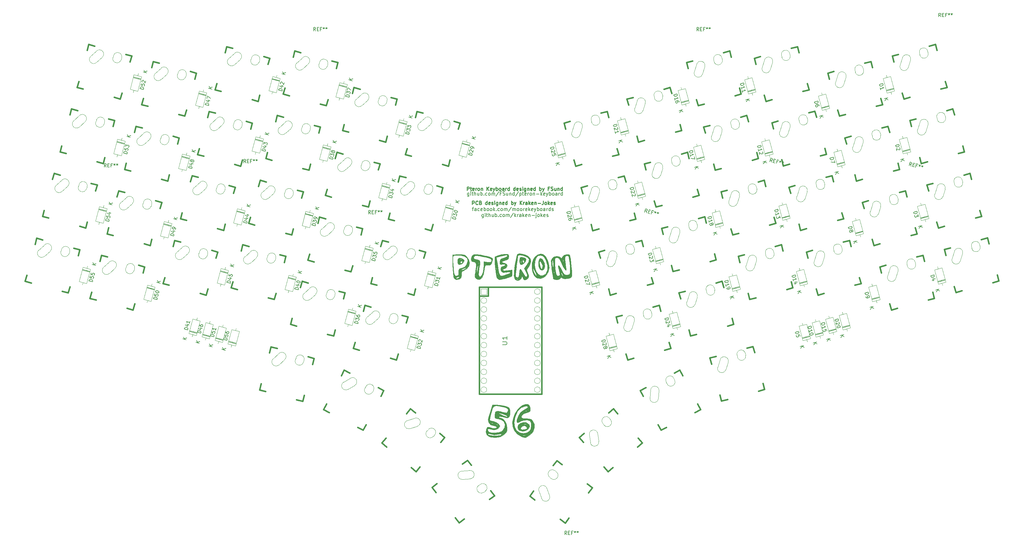
<source format=gbr>
%TF.GenerationSoftware,KiCad,Pcbnew,(5.1.9)-1*%
%TF.CreationDate,2021-03-13T12:52:02-07:00*%
%TF.ProjectId,Pteron56v0,50746572-6f6e-4353-9676-302e6b696361,rev?*%
%TF.SameCoordinates,Original*%
%TF.FileFunction,Legend,Top*%
%TF.FilePolarity,Positive*%
%FSLAX46Y46*%
G04 Gerber Fmt 4.6, Leading zero omitted, Abs format (unit mm)*
G04 Created by KiCad (PCBNEW (5.1.9)-1) date 2021-03-13 12:52:02*
%MOMM*%
%LPD*%
G01*
G04 APERTURE LIST*
%ADD10C,0.150000*%
%ADD11C,0.250000*%
%ADD12C,0.010000*%
%ADD13C,0.381000*%
%ADD14C,0.120000*%
%ADD15C,0.100000*%
%ADD16C,0.203200*%
G04 APERTURE END LIST*
D10*
X137326141Y-82179164D02*
X137326141Y-82988688D01*
X137278522Y-83083926D01*
X137230903Y-83131545D01*
X137135665Y-83179164D01*
X136992808Y-83179164D01*
X136897570Y-83131545D01*
X137326141Y-82798211D02*
X137230903Y-82845830D01*
X137040427Y-82845830D01*
X136945189Y-82798211D01*
X136897570Y-82750592D01*
X136849951Y-82655354D01*
X136849951Y-82369640D01*
X136897570Y-82274402D01*
X136945189Y-82226783D01*
X137040427Y-82179164D01*
X137230903Y-82179164D01*
X137326141Y-82226783D01*
X137802332Y-82845830D02*
X137802332Y-82179164D01*
X137802332Y-81845830D02*
X137754712Y-81893450D01*
X137802332Y-81941069D01*
X137849951Y-81893450D01*
X137802332Y-81845830D01*
X137802332Y-81941069D01*
X138135665Y-82179164D02*
X138516617Y-82179164D01*
X138278522Y-81845830D02*
X138278522Y-82702973D01*
X138326141Y-82798211D01*
X138421379Y-82845830D01*
X138516617Y-82845830D01*
X138849951Y-82845830D02*
X138849951Y-81845830D01*
X139278522Y-82845830D02*
X139278522Y-82322021D01*
X139230903Y-82226783D01*
X139135665Y-82179164D01*
X138992808Y-82179164D01*
X138897570Y-82226783D01*
X138849951Y-82274402D01*
X140183284Y-82179164D02*
X140183284Y-82845830D01*
X139754712Y-82179164D02*
X139754712Y-82702973D01*
X139802332Y-82798211D01*
X139897570Y-82845830D01*
X140040427Y-82845830D01*
X140135665Y-82798211D01*
X140183284Y-82750592D01*
X140659474Y-82845830D02*
X140659474Y-81845830D01*
X140659474Y-82226783D02*
X140754712Y-82179164D01*
X140945189Y-82179164D01*
X141040427Y-82226783D01*
X141088046Y-82274402D01*
X141135665Y-82369640D01*
X141135665Y-82655354D01*
X141088046Y-82750592D01*
X141040427Y-82798211D01*
X140945189Y-82845830D01*
X140754712Y-82845830D01*
X140659474Y-82798211D01*
X141564236Y-82750592D02*
X141611855Y-82798211D01*
X141564236Y-82845830D01*
X141516617Y-82798211D01*
X141564236Y-82750592D01*
X141564236Y-82845830D01*
X142468998Y-82798211D02*
X142373760Y-82845830D01*
X142183284Y-82845830D01*
X142088046Y-82798211D01*
X142040427Y-82750592D01*
X141992808Y-82655354D01*
X141992808Y-82369640D01*
X142040427Y-82274402D01*
X142088046Y-82226783D01*
X142183284Y-82179164D01*
X142373760Y-82179164D01*
X142468998Y-82226783D01*
X143040427Y-82845830D02*
X142945189Y-82798211D01*
X142897570Y-82750592D01*
X142849951Y-82655354D01*
X142849951Y-82369640D01*
X142897570Y-82274402D01*
X142945189Y-82226783D01*
X143040427Y-82179164D01*
X143183284Y-82179164D01*
X143278522Y-82226783D01*
X143326141Y-82274402D01*
X143373760Y-82369640D01*
X143373760Y-82655354D01*
X143326141Y-82750592D01*
X143278522Y-82798211D01*
X143183284Y-82845830D01*
X143040427Y-82845830D01*
X143802332Y-82845830D02*
X143802332Y-82179164D01*
X143802332Y-82274402D02*
X143849951Y-82226783D01*
X143945189Y-82179164D01*
X144088046Y-82179164D01*
X144183284Y-82226783D01*
X144230903Y-82322021D01*
X144230903Y-82845830D01*
X144230903Y-82322021D02*
X144278522Y-82226783D01*
X144373760Y-82179164D01*
X144516617Y-82179164D01*
X144611855Y-82226783D01*
X144659474Y-82322021D01*
X144659474Y-82845830D01*
X145849951Y-81798211D02*
X144992808Y-83083926D01*
X146183284Y-82845830D02*
X146183284Y-81845830D01*
X146278522Y-82464878D02*
X146564236Y-82845830D01*
X146564236Y-82179164D02*
X146183284Y-82560116D01*
X146992808Y-82845830D02*
X146992808Y-82179164D01*
X146992808Y-82369640D02*
X147040427Y-82274402D01*
X147088046Y-82226783D01*
X147183284Y-82179164D01*
X147278522Y-82179164D01*
X148040427Y-82845830D02*
X148040427Y-82322021D01*
X147992808Y-82226783D01*
X147897570Y-82179164D01*
X147707093Y-82179164D01*
X147611855Y-82226783D01*
X148040427Y-82798211D02*
X147945189Y-82845830D01*
X147707093Y-82845830D01*
X147611855Y-82798211D01*
X147564236Y-82702973D01*
X147564236Y-82607735D01*
X147611855Y-82512497D01*
X147707093Y-82464878D01*
X147945189Y-82464878D01*
X148040427Y-82417259D01*
X148516617Y-82845830D02*
X148516617Y-81845830D01*
X148611855Y-82464878D02*
X148897570Y-82845830D01*
X148897570Y-82179164D02*
X148516617Y-82560116D01*
X149707093Y-82798211D02*
X149611855Y-82845830D01*
X149421379Y-82845830D01*
X149326141Y-82798211D01*
X149278522Y-82702973D01*
X149278522Y-82322021D01*
X149326141Y-82226783D01*
X149421379Y-82179164D01*
X149611855Y-82179164D01*
X149707093Y-82226783D01*
X149754712Y-82322021D01*
X149754712Y-82417259D01*
X149278522Y-82512497D01*
X150183284Y-82179164D02*
X150183284Y-82845830D01*
X150183284Y-82274402D02*
X150230903Y-82226783D01*
X150326141Y-82179164D01*
X150468998Y-82179164D01*
X150564236Y-82226783D01*
X150611855Y-82322021D01*
X150611855Y-82845830D01*
X151088046Y-82464878D02*
X151849951Y-82464878D01*
X152326141Y-82179164D02*
X152326141Y-83036307D01*
X152278522Y-83131545D01*
X152183284Y-83179164D01*
X152135665Y-83179164D01*
X152326141Y-81845830D02*
X152278522Y-81893450D01*
X152326141Y-81941069D01*
X152373760Y-81893450D01*
X152326141Y-81845830D01*
X152326141Y-81941069D01*
X152945189Y-82845830D02*
X152849951Y-82798211D01*
X152802332Y-82750592D01*
X152754712Y-82655354D01*
X152754712Y-82369640D01*
X152802332Y-82274402D01*
X152849951Y-82226783D01*
X152945189Y-82179164D01*
X153088046Y-82179164D01*
X153183284Y-82226783D01*
X153230903Y-82274402D01*
X153278522Y-82369640D01*
X153278522Y-82655354D01*
X153230903Y-82750592D01*
X153183284Y-82798211D01*
X153088046Y-82845830D01*
X152945189Y-82845830D01*
X153707093Y-82845830D02*
X153707093Y-81845830D01*
X153802332Y-82464878D02*
X154088046Y-82845830D01*
X154088046Y-82179164D02*
X153707093Y-82560116D01*
X154897570Y-82798211D02*
X154802332Y-82845830D01*
X154611855Y-82845830D01*
X154516617Y-82798211D01*
X154468998Y-82702973D01*
X154468998Y-82322021D01*
X154516617Y-82226783D01*
X154611855Y-82179164D01*
X154802332Y-82179164D01*
X154897570Y-82226783D01*
X154945189Y-82322021D01*
X154945189Y-82417259D01*
X154468998Y-82512497D01*
X155326141Y-82798211D02*
X155421379Y-82845830D01*
X155611855Y-82845830D01*
X155707093Y-82798211D01*
X155754712Y-82702973D01*
X155754712Y-82655354D01*
X155707093Y-82560116D01*
X155611855Y-82512497D01*
X155468998Y-82512497D01*
X155373760Y-82464878D01*
X155326141Y-82369640D01*
X155326141Y-82322021D01*
X155373760Y-82226783D01*
X155468998Y-82179164D01*
X155611855Y-82179164D01*
X155707093Y-82226783D01*
X134120785Y-80491664D02*
X134501737Y-80491664D01*
X134263642Y-81158330D02*
X134263642Y-80301188D01*
X134311261Y-80205950D01*
X134406499Y-80158330D01*
X134501737Y-80158330D01*
X135263642Y-81158330D02*
X135263642Y-80634521D01*
X135216023Y-80539283D01*
X135120785Y-80491664D01*
X134930309Y-80491664D01*
X134835071Y-80539283D01*
X135263642Y-81110711D02*
X135168404Y-81158330D01*
X134930309Y-81158330D01*
X134835071Y-81110711D01*
X134787452Y-81015473D01*
X134787452Y-80920235D01*
X134835071Y-80824997D01*
X134930309Y-80777378D01*
X135168404Y-80777378D01*
X135263642Y-80729759D01*
X136168404Y-81110711D02*
X136073166Y-81158330D01*
X135882690Y-81158330D01*
X135787452Y-81110711D01*
X135739833Y-81063092D01*
X135692213Y-80967854D01*
X135692213Y-80682140D01*
X135739833Y-80586902D01*
X135787452Y-80539283D01*
X135882690Y-80491664D01*
X136073166Y-80491664D01*
X136168404Y-80539283D01*
X136977928Y-81110711D02*
X136882690Y-81158330D01*
X136692213Y-81158330D01*
X136596975Y-81110711D01*
X136549356Y-81015473D01*
X136549356Y-80634521D01*
X136596975Y-80539283D01*
X136692213Y-80491664D01*
X136882690Y-80491664D01*
X136977928Y-80539283D01*
X137025547Y-80634521D01*
X137025547Y-80729759D01*
X136549356Y-80824997D01*
X137454118Y-81158330D02*
X137454118Y-80158330D01*
X137454118Y-80539283D02*
X137549356Y-80491664D01*
X137739833Y-80491664D01*
X137835071Y-80539283D01*
X137882690Y-80586902D01*
X137930309Y-80682140D01*
X137930309Y-80967854D01*
X137882690Y-81063092D01*
X137835071Y-81110711D01*
X137739833Y-81158330D01*
X137549356Y-81158330D01*
X137454118Y-81110711D01*
X138501737Y-81158330D02*
X138406499Y-81110711D01*
X138358880Y-81063092D01*
X138311261Y-80967854D01*
X138311261Y-80682140D01*
X138358880Y-80586902D01*
X138406499Y-80539283D01*
X138501737Y-80491664D01*
X138644594Y-80491664D01*
X138739833Y-80539283D01*
X138787452Y-80586902D01*
X138835071Y-80682140D01*
X138835071Y-80967854D01*
X138787452Y-81063092D01*
X138739833Y-81110711D01*
X138644594Y-81158330D01*
X138501737Y-81158330D01*
X139406499Y-81158330D02*
X139311261Y-81110711D01*
X139263642Y-81063092D01*
X139216023Y-80967854D01*
X139216023Y-80682140D01*
X139263642Y-80586902D01*
X139311261Y-80539283D01*
X139406499Y-80491664D01*
X139549356Y-80491664D01*
X139644594Y-80539283D01*
X139692213Y-80586902D01*
X139739833Y-80682140D01*
X139739833Y-80967854D01*
X139692213Y-81063092D01*
X139644594Y-81110711D01*
X139549356Y-81158330D01*
X139406499Y-81158330D01*
X140168404Y-81158330D02*
X140168404Y-80158330D01*
X140263642Y-80777378D02*
X140549356Y-81158330D01*
X140549356Y-80491664D02*
X140168404Y-80872616D01*
X140977928Y-81063092D02*
X141025547Y-81110711D01*
X140977928Y-81158330D01*
X140930309Y-81110711D01*
X140977928Y-81063092D01*
X140977928Y-81158330D01*
X141882690Y-81110711D02*
X141787452Y-81158330D01*
X141596975Y-81158330D01*
X141501737Y-81110711D01*
X141454118Y-81063092D01*
X141406499Y-80967854D01*
X141406499Y-80682140D01*
X141454118Y-80586902D01*
X141501737Y-80539283D01*
X141596975Y-80491664D01*
X141787452Y-80491664D01*
X141882690Y-80539283D01*
X142454118Y-81158330D02*
X142358880Y-81110711D01*
X142311261Y-81063092D01*
X142263642Y-80967854D01*
X142263642Y-80682140D01*
X142311261Y-80586902D01*
X142358880Y-80539283D01*
X142454118Y-80491664D01*
X142596975Y-80491664D01*
X142692213Y-80539283D01*
X142739833Y-80586902D01*
X142787452Y-80682140D01*
X142787452Y-80967854D01*
X142739833Y-81063092D01*
X142692213Y-81110711D01*
X142596975Y-81158330D01*
X142454118Y-81158330D01*
X143216023Y-81158330D02*
X143216023Y-80491664D01*
X143216023Y-80586902D02*
X143263642Y-80539283D01*
X143358880Y-80491664D01*
X143501737Y-80491664D01*
X143596975Y-80539283D01*
X143644594Y-80634521D01*
X143644594Y-81158330D01*
X143644594Y-80634521D02*
X143692213Y-80539283D01*
X143787452Y-80491664D01*
X143930309Y-80491664D01*
X144025547Y-80539283D01*
X144073166Y-80634521D01*
X144073166Y-81158330D01*
X145263642Y-80110711D02*
X144406499Y-81396426D01*
X145596975Y-81158330D02*
X145596975Y-80491664D01*
X145596975Y-80586902D02*
X145644594Y-80539283D01*
X145739833Y-80491664D01*
X145882690Y-80491664D01*
X145977928Y-80539283D01*
X146025547Y-80634521D01*
X146025547Y-81158330D01*
X146025547Y-80634521D02*
X146073166Y-80539283D01*
X146168404Y-80491664D01*
X146311261Y-80491664D01*
X146406499Y-80539283D01*
X146454118Y-80634521D01*
X146454118Y-81158330D01*
X147073166Y-81158330D02*
X146977928Y-81110711D01*
X146930309Y-81063092D01*
X146882690Y-80967854D01*
X146882690Y-80682140D01*
X146930309Y-80586902D01*
X146977928Y-80539283D01*
X147073166Y-80491664D01*
X147216023Y-80491664D01*
X147311261Y-80539283D01*
X147358880Y-80586902D01*
X147406499Y-80682140D01*
X147406499Y-80967854D01*
X147358880Y-81063092D01*
X147311261Y-81110711D01*
X147216023Y-81158330D01*
X147073166Y-81158330D01*
X147977928Y-81158330D02*
X147882690Y-81110711D01*
X147835071Y-81063092D01*
X147787452Y-80967854D01*
X147787452Y-80682140D01*
X147835071Y-80586902D01*
X147882690Y-80539283D01*
X147977928Y-80491664D01*
X148120785Y-80491664D01*
X148216023Y-80539283D01*
X148263642Y-80586902D01*
X148311261Y-80682140D01*
X148311261Y-80967854D01*
X148263642Y-81063092D01*
X148216023Y-81110711D01*
X148120785Y-81158330D01*
X147977928Y-81158330D01*
X148739833Y-81158330D02*
X148739833Y-80491664D01*
X148739833Y-80682140D02*
X148787452Y-80586902D01*
X148835071Y-80539283D01*
X148930309Y-80491664D01*
X149025547Y-80491664D01*
X149739833Y-81110711D02*
X149644594Y-81158330D01*
X149454118Y-81158330D01*
X149358880Y-81110711D01*
X149311261Y-81015473D01*
X149311261Y-80634521D01*
X149358880Y-80539283D01*
X149454118Y-80491664D01*
X149644594Y-80491664D01*
X149739833Y-80539283D01*
X149787452Y-80634521D01*
X149787452Y-80729759D01*
X149311261Y-80824997D01*
X150216023Y-81158330D02*
X150216023Y-80158330D01*
X150311261Y-80777378D02*
X150596975Y-81158330D01*
X150596975Y-80491664D02*
X150216023Y-80872616D01*
X151406499Y-81110711D02*
X151311261Y-81158330D01*
X151120785Y-81158330D01*
X151025547Y-81110711D01*
X150977928Y-81015473D01*
X150977928Y-80634521D01*
X151025547Y-80539283D01*
X151120785Y-80491664D01*
X151311261Y-80491664D01*
X151406499Y-80539283D01*
X151454118Y-80634521D01*
X151454118Y-80729759D01*
X150977928Y-80824997D01*
X151787452Y-80491664D02*
X152025547Y-81158330D01*
X152263642Y-80491664D02*
X152025547Y-81158330D01*
X151930309Y-81396426D01*
X151882690Y-81444045D01*
X151787452Y-81491664D01*
X152644594Y-81158330D02*
X152644594Y-80158330D01*
X152644594Y-80539283D02*
X152739833Y-80491664D01*
X152930309Y-80491664D01*
X153025547Y-80539283D01*
X153073166Y-80586902D01*
X153120785Y-80682140D01*
X153120785Y-80967854D01*
X153073166Y-81063092D01*
X153025547Y-81110711D01*
X152930309Y-81158330D01*
X152739833Y-81158330D01*
X152644594Y-81110711D01*
X153692213Y-81158330D02*
X153596975Y-81110711D01*
X153549356Y-81063092D01*
X153501737Y-80967854D01*
X153501737Y-80682140D01*
X153549356Y-80586902D01*
X153596975Y-80539283D01*
X153692213Y-80491664D01*
X153835071Y-80491664D01*
X153930309Y-80539283D01*
X153977928Y-80586902D01*
X154025547Y-80682140D01*
X154025547Y-80967854D01*
X153977928Y-81063092D01*
X153930309Y-81110711D01*
X153835071Y-81158330D01*
X153692213Y-81158330D01*
X154882690Y-81158330D02*
X154882690Y-80634521D01*
X154835071Y-80539283D01*
X154739833Y-80491664D01*
X154549356Y-80491664D01*
X154454118Y-80539283D01*
X154882690Y-81110711D02*
X154787452Y-81158330D01*
X154549356Y-81158330D01*
X154454118Y-81110711D01*
X154406499Y-81015473D01*
X154406499Y-80920235D01*
X154454118Y-80824997D01*
X154549356Y-80777378D01*
X154787452Y-80777378D01*
X154882690Y-80729759D01*
X155358880Y-81158330D02*
X155358880Y-80491664D01*
X155358880Y-80682140D02*
X155406499Y-80586902D01*
X155454118Y-80539283D01*
X155549356Y-80491664D01*
X155644594Y-80491664D01*
X156406499Y-81158330D02*
X156406499Y-80158330D01*
X156406499Y-81110711D02*
X156311261Y-81158330D01*
X156120785Y-81158330D01*
X156025547Y-81110711D01*
X155977928Y-81063092D01*
X155930309Y-80967854D01*
X155930309Y-80682140D01*
X155977928Y-80586902D01*
X156025547Y-80539283D01*
X156120785Y-80491664D01*
X156311261Y-80491664D01*
X156406499Y-80539283D01*
X156835071Y-81110711D02*
X156930309Y-81158330D01*
X157120785Y-81158330D01*
X157216023Y-81110711D01*
X157263642Y-81015473D01*
X157263642Y-80967854D01*
X157216023Y-80872616D01*
X157120785Y-80824997D01*
X156977928Y-80824997D01*
X156882690Y-80777378D01*
X156835071Y-80682140D01*
X156835071Y-80634521D01*
X156882690Y-80539283D01*
X156977928Y-80491664D01*
X157120785Y-80491664D01*
X157216023Y-80539283D01*
D11*
X134141617Y-79377080D02*
X134141617Y-78377080D01*
X134522570Y-78377080D01*
X134617808Y-78424700D01*
X134665427Y-78472319D01*
X134713046Y-78567557D01*
X134713046Y-78710414D01*
X134665427Y-78805652D01*
X134617808Y-78853271D01*
X134522570Y-78900890D01*
X134141617Y-78900890D01*
X135713046Y-79281842D02*
X135665427Y-79329461D01*
X135522570Y-79377080D01*
X135427332Y-79377080D01*
X135284474Y-79329461D01*
X135189236Y-79234223D01*
X135141617Y-79138985D01*
X135093998Y-78948509D01*
X135093998Y-78805652D01*
X135141617Y-78615176D01*
X135189236Y-78519938D01*
X135284474Y-78424700D01*
X135427332Y-78377080D01*
X135522570Y-78377080D01*
X135665427Y-78424700D01*
X135713046Y-78472319D01*
X136474951Y-78853271D02*
X136617808Y-78900890D01*
X136665427Y-78948509D01*
X136713046Y-79043747D01*
X136713046Y-79186604D01*
X136665427Y-79281842D01*
X136617808Y-79329461D01*
X136522570Y-79377080D01*
X136141617Y-79377080D01*
X136141617Y-78377080D01*
X136474951Y-78377080D01*
X136570189Y-78424700D01*
X136617808Y-78472319D01*
X136665427Y-78567557D01*
X136665427Y-78662795D01*
X136617808Y-78758033D01*
X136570189Y-78805652D01*
X136474951Y-78853271D01*
X136141617Y-78853271D01*
X138332093Y-79377080D02*
X138332093Y-78377080D01*
X138332093Y-79329461D02*
X138236855Y-79377080D01*
X138046379Y-79377080D01*
X137951141Y-79329461D01*
X137903522Y-79281842D01*
X137855903Y-79186604D01*
X137855903Y-78900890D01*
X137903522Y-78805652D01*
X137951141Y-78758033D01*
X138046379Y-78710414D01*
X138236855Y-78710414D01*
X138332093Y-78758033D01*
X139189236Y-79329461D02*
X139093998Y-79377080D01*
X138903522Y-79377080D01*
X138808284Y-79329461D01*
X138760665Y-79234223D01*
X138760665Y-78853271D01*
X138808284Y-78758033D01*
X138903522Y-78710414D01*
X139093998Y-78710414D01*
X139189236Y-78758033D01*
X139236855Y-78853271D01*
X139236855Y-78948509D01*
X138760665Y-79043747D01*
X139617808Y-79329461D02*
X139713046Y-79377080D01*
X139903522Y-79377080D01*
X139998760Y-79329461D01*
X140046379Y-79234223D01*
X140046379Y-79186604D01*
X139998760Y-79091366D01*
X139903522Y-79043747D01*
X139760665Y-79043747D01*
X139665427Y-78996128D01*
X139617808Y-78900890D01*
X139617808Y-78853271D01*
X139665427Y-78758033D01*
X139760665Y-78710414D01*
X139903522Y-78710414D01*
X139998760Y-78758033D01*
X140474951Y-79377080D02*
X140474951Y-78710414D01*
X140474951Y-78377080D02*
X140427332Y-78424700D01*
X140474951Y-78472319D01*
X140522570Y-78424700D01*
X140474951Y-78377080D01*
X140474951Y-78472319D01*
X141379712Y-78710414D02*
X141379712Y-79519938D01*
X141332093Y-79615176D01*
X141284474Y-79662795D01*
X141189236Y-79710414D01*
X141046379Y-79710414D01*
X140951141Y-79662795D01*
X141379712Y-79329461D02*
X141284474Y-79377080D01*
X141093998Y-79377080D01*
X140998760Y-79329461D01*
X140951141Y-79281842D01*
X140903522Y-79186604D01*
X140903522Y-78900890D01*
X140951141Y-78805652D01*
X140998760Y-78758033D01*
X141093998Y-78710414D01*
X141284474Y-78710414D01*
X141379712Y-78758033D01*
X141855903Y-78710414D02*
X141855903Y-79377080D01*
X141855903Y-78805652D02*
X141903522Y-78758033D01*
X141998760Y-78710414D01*
X142141617Y-78710414D01*
X142236855Y-78758033D01*
X142284474Y-78853271D01*
X142284474Y-79377080D01*
X143141617Y-79329461D02*
X143046379Y-79377080D01*
X142855903Y-79377080D01*
X142760665Y-79329461D01*
X142713046Y-79234223D01*
X142713046Y-78853271D01*
X142760665Y-78758033D01*
X142855903Y-78710414D01*
X143046379Y-78710414D01*
X143141617Y-78758033D01*
X143189236Y-78853271D01*
X143189236Y-78948509D01*
X142713046Y-79043747D01*
X144046379Y-79377080D02*
X144046379Y-78377080D01*
X144046379Y-79329461D02*
X143951141Y-79377080D01*
X143760665Y-79377080D01*
X143665427Y-79329461D01*
X143617808Y-79281842D01*
X143570189Y-79186604D01*
X143570189Y-78900890D01*
X143617808Y-78805652D01*
X143665427Y-78758033D01*
X143760665Y-78710414D01*
X143951141Y-78710414D01*
X144046379Y-78758033D01*
X145284474Y-79377080D02*
X145284474Y-78377080D01*
X145284474Y-78758033D02*
X145379712Y-78710414D01*
X145570189Y-78710414D01*
X145665427Y-78758033D01*
X145713046Y-78805652D01*
X145760665Y-78900890D01*
X145760665Y-79186604D01*
X145713046Y-79281842D01*
X145665427Y-79329461D01*
X145570189Y-79377080D01*
X145379712Y-79377080D01*
X145284474Y-79329461D01*
X146093998Y-78710414D02*
X146332093Y-79377080D01*
X146570189Y-78710414D02*
X146332093Y-79377080D01*
X146236855Y-79615176D01*
X146189236Y-79662795D01*
X146093998Y-79710414D01*
X147713046Y-79377080D02*
X147713046Y-78377080D01*
X148284474Y-79377080D02*
X147855903Y-78805652D01*
X148284474Y-78377080D02*
X147713046Y-78948509D01*
X148713046Y-79377080D02*
X148713046Y-78710414D01*
X148713046Y-78900890D02*
X148760665Y-78805652D01*
X148808284Y-78758033D01*
X148903522Y-78710414D01*
X148998760Y-78710414D01*
X149760665Y-79377080D02*
X149760665Y-78853271D01*
X149713046Y-78758033D01*
X149617808Y-78710414D01*
X149427332Y-78710414D01*
X149332093Y-78758033D01*
X149760665Y-79329461D02*
X149665427Y-79377080D01*
X149427332Y-79377080D01*
X149332093Y-79329461D01*
X149284474Y-79234223D01*
X149284474Y-79138985D01*
X149332093Y-79043747D01*
X149427332Y-78996128D01*
X149665427Y-78996128D01*
X149760665Y-78948509D01*
X150236855Y-79377080D02*
X150236855Y-78377080D01*
X150332093Y-78996128D02*
X150617808Y-79377080D01*
X150617808Y-78710414D02*
X150236855Y-79091366D01*
X151427332Y-79329461D02*
X151332093Y-79377080D01*
X151141617Y-79377080D01*
X151046379Y-79329461D01*
X150998760Y-79234223D01*
X150998760Y-78853271D01*
X151046379Y-78758033D01*
X151141617Y-78710414D01*
X151332093Y-78710414D01*
X151427332Y-78758033D01*
X151474951Y-78853271D01*
X151474951Y-78948509D01*
X150998760Y-79043747D01*
X151903522Y-78710414D02*
X151903522Y-79377080D01*
X151903522Y-78805652D02*
X151951141Y-78758033D01*
X152046379Y-78710414D01*
X152189236Y-78710414D01*
X152284474Y-78758033D01*
X152332093Y-78853271D01*
X152332093Y-79377080D01*
X152808284Y-78996128D02*
X153570189Y-78996128D01*
X154332093Y-78377080D02*
X154332093Y-79091366D01*
X154284474Y-79234223D01*
X154189236Y-79329461D01*
X154046379Y-79377080D01*
X153951141Y-79377080D01*
X154951141Y-79377080D02*
X154855903Y-79329461D01*
X154808284Y-79281842D01*
X154760665Y-79186604D01*
X154760665Y-78900890D01*
X154808284Y-78805652D01*
X154855903Y-78758033D01*
X154951141Y-78710414D01*
X155093998Y-78710414D01*
X155189236Y-78758033D01*
X155236855Y-78805652D01*
X155284474Y-78900890D01*
X155284474Y-79186604D01*
X155236855Y-79281842D01*
X155189236Y-79329461D01*
X155093998Y-79377080D01*
X154951141Y-79377080D01*
X155713046Y-79377080D02*
X155713046Y-78377080D01*
X155808284Y-78996128D02*
X156093998Y-79377080D01*
X156093998Y-78710414D02*
X155713046Y-79091366D01*
X156903522Y-79329461D02*
X156808284Y-79377080D01*
X156617808Y-79377080D01*
X156522570Y-79329461D01*
X156474951Y-79234223D01*
X156474951Y-78853271D01*
X156522570Y-78758033D01*
X156617808Y-78710414D01*
X156808284Y-78710414D01*
X156903522Y-78758033D01*
X156951141Y-78853271D01*
X156951141Y-78948509D01*
X156474951Y-79043747D01*
X157332093Y-79329461D02*
X157427332Y-79377080D01*
X157617808Y-79377080D01*
X157713046Y-79329461D01*
X157760665Y-79234223D01*
X157760665Y-79186604D01*
X157713046Y-79091366D01*
X157617808Y-79043747D01*
X157474951Y-79043747D01*
X157379712Y-78996128D01*
X157332093Y-78900890D01*
X157332093Y-78853271D01*
X157379712Y-78758033D01*
X157474951Y-78710414D01*
X157617808Y-78710414D01*
X157713046Y-78758033D01*
D10*
X133207093Y-76085414D02*
X133207093Y-76894938D01*
X133159474Y-76990176D01*
X133111855Y-77037795D01*
X133016617Y-77085414D01*
X132873760Y-77085414D01*
X132778522Y-77037795D01*
X133207093Y-76704461D02*
X133111855Y-76752080D01*
X132921379Y-76752080D01*
X132826141Y-76704461D01*
X132778522Y-76656842D01*
X132730903Y-76561604D01*
X132730903Y-76275890D01*
X132778522Y-76180652D01*
X132826141Y-76133033D01*
X132921379Y-76085414D01*
X133111855Y-76085414D01*
X133207093Y-76133033D01*
X133683284Y-76752080D02*
X133683284Y-76085414D01*
X133683284Y-75752080D02*
X133635665Y-75799700D01*
X133683284Y-75847319D01*
X133730903Y-75799700D01*
X133683284Y-75752080D01*
X133683284Y-75847319D01*
X134016617Y-76085414D02*
X134397570Y-76085414D01*
X134159474Y-75752080D02*
X134159474Y-76609223D01*
X134207093Y-76704461D01*
X134302332Y-76752080D01*
X134397570Y-76752080D01*
X134730903Y-76752080D02*
X134730903Y-75752080D01*
X135159474Y-76752080D02*
X135159474Y-76228271D01*
X135111855Y-76133033D01*
X135016617Y-76085414D01*
X134873760Y-76085414D01*
X134778522Y-76133033D01*
X134730903Y-76180652D01*
X136064236Y-76085414D02*
X136064236Y-76752080D01*
X135635665Y-76085414D02*
X135635665Y-76609223D01*
X135683284Y-76704461D01*
X135778522Y-76752080D01*
X135921379Y-76752080D01*
X136016617Y-76704461D01*
X136064236Y-76656842D01*
X136540427Y-76752080D02*
X136540427Y-75752080D01*
X136540427Y-76133033D02*
X136635665Y-76085414D01*
X136826141Y-76085414D01*
X136921379Y-76133033D01*
X136968998Y-76180652D01*
X137016617Y-76275890D01*
X137016617Y-76561604D01*
X136968998Y-76656842D01*
X136921379Y-76704461D01*
X136826141Y-76752080D01*
X136635665Y-76752080D01*
X136540427Y-76704461D01*
X137445189Y-76656842D02*
X137492808Y-76704461D01*
X137445189Y-76752080D01*
X137397570Y-76704461D01*
X137445189Y-76656842D01*
X137445189Y-76752080D01*
X138349951Y-76704461D02*
X138254712Y-76752080D01*
X138064236Y-76752080D01*
X137968998Y-76704461D01*
X137921379Y-76656842D01*
X137873760Y-76561604D01*
X137873760Y-76275890D01*
X137921379Y-76180652D01*
X137968998Y-76133033D01*
X138064236Y-76085414D01*
X138254712Y-76085414D01*
X138349951Y-76133033D01*
X138921379Y-76752080D02*
X138826141Y-76704461D01*
X138778522Y-76656842D01*
X138730903Y-76561604D01*
X138730903Y-76275890D01*
X138778522Y-76180652D01*
X138826141Y-76133033D01*
X138921379Y-76085414D01*
X139064236Y-76085414D01*
X139159474Y-76133033D01*
X139207093Y-76180652D01*
X139254712Y-76275890D01*
X139254712Y-76561604D01*
X139207093Y-76656842D01*
X139159474Y-76704461D01*
X139064236Y-76752080D01*
X138921379Y-76752080D01*
X139683284Y-76752080D02*
X139683284Y-76085414D01*
X139683284Y-76180652D02*
X139730903Y-76133033D01*
X139826141Y-76085414D01*
X139968998Y-76085414D01*
X140064236Y-76133033D01*
X140111855Y-76228271D01*
X140111855Y-76752080D01*
X140111855Y-76228271D02*
X140159474Y-76133033D01*
X140254712Y-76085414D01*
X140397570Y-76085414D01*
X140492808Y-76133033D01*
X140540427Y-76228271D01*
X140540427Y-76752080D01*
X141730903Y-75704461D02*
X140873760Y-76990176D01*
X142397570Y-76228271D02*
X142064236Y-76228271D01*
X142064236Y-76752080D02*
X142064236Y-75752080D01*
X142540427Y-75752080D01*
X142873760Y-76704461D02*
X143016617Y-76752080D01*
X143254712Y-76752080D01*
X143349951Y-76704461D01*
X143397570Y-76656842D01*
X143445189Y-76561604D01*
X143445189Y-76466366D01*
X143397570Y-76371128D01*
X143349951Y-76323509D01*
X143254712Y-76275890D01*
X143064236Y-76228271D01*
X142968998Y-76180652D01*
X142921379Y-76133033D01*
X142873760Y-76037795D01*
X142873760Y-75942557D01*
X142921379Y-75847319D01*
X142968998Y-75799700D01*
X143064236Y-75752080D01*
X143302332Y-75752080D01*
X143445189Y-75799700D01*
X144302332Y-76085414D02*
X144302332Y-76752080D01*
X143873760Y-76085414D02*
X143873760Y-76609223D01*
X143921379Y-76704461D01*
X144016617Y-76752080D01*
X144159474Y-76752080D01*
X144254712Y-76704461D01*
X144302332Y-76656842D01*
X144778522Y-76085414D02*
X144778522Y-76752080D01*
X144778522Y-76180652D02*
X144826141Y-76133033D01*
X144921379Y-76085414D01*
X145064236Y-76085414D01*
X145159474Y-76133033D01*
X145207093Y-76228271D01*
X145207093Y-76752080D01*
X146111855Y-76752080D02*
X146111855Y-75752080D01*
X146111855Y-76704461D02*
X146016617Y-76752080D01*
X145826141Y-76752080D01*
X145730903Y-76704461D01*
X145683284Y-76656842D01*
X145635665Y-76561604D01*
X145635665Y-76275890D01*
X145683284Y-76180652D01*
X145730903Y-76133033D01*
X145826141Y-76085414D01*
X146016617Y-76085414D01*
X146111855Y-76133033D01*
X147302332Y-75704461D02*
X146445189Y-76990176D01*
X147635665Y-76085414D02*
X147635665Y-77085414D01*
X147635665Y-76133033D02*
X147730903Y-76085414D01*
X147921379Y-76085414D01*
X148016617Y-76133033D01*
X148064236Y-76180652D01*
X148111855Y-76275890D01*
X148111855Y-76561604D01*
X148064236Y-76656842D01*
X148016617Y-76704461D01*
X147921379Y-76752080D01*
X147730903Y-76752080D01*
X147635665Y-76704461D01*
X148397570Y-76085414D02*
X148778522Y-76085414D01*
X148540427Y-75752080D02*
X148540427Y-76609223D01*
X148588046Y-76704461D01*
X148683284Y-76752080D01*
X148778522Y-76752080D01*
X149492808Y-76704461D02*
X149397570Y-76752080D01*
X149207093Y-76752080D01*
X149111855Y-76704461D01*
X149064236Y-76609223D01*
X149064236Y-76228271D01*
X149111855Y-76133033D01*
X149207093Y-76085414D01*
X149397570Y-76085414D01*
X149492808Y-76133033D01*
X149540427Y-76228271D01*
X149540427Y-76323509D01*
X149064236Y-76418747D01*
X149968998Y-76752080D02*
X149968998Y-76085414D01*
X149968998Y-76275890D02*
X150016617Y-76180652D01*
X150064236Y-76133033D01*
X150159474Y-76085414D01*
X150254712Y-76085414D01*
X150730903Y-76752080D02*
X150635665Y-76704461D01*
X150588046Y-76656842D01*
X150540427Y-76561604D01*
X150540427Y-76275890D01*
X150588046Y-76180652D01*
X150635665Y-76133033D01*
X150730903Y-76085414D01*
X150873760Y-76085414D01*
X150968998Y-76133033D01*
X151016617Y-76180652D01*
X151064236Y-76275890D01*
X151064236Y-76561604D01*
X151016617Y-76656842D01*
X150968998Y-76704461D01*
X150873760Y-76752080D01*
X150730903Y-76752080D01*
X151492808Y-76085414D02*
X151492808Y-76752080D01*
X151492808Y-76180652D02*
X151540427Y-76133033D01*
X151635665Y-76085414D01*
X151778522Y-76085414D01*
X151873760Y-76133033D01*
X151921379Y-76228271D01*
X151921379Y-76752080D01*
X152397570Y-76371128D02*
X153159474Y-76371128D01*
X153635665Y-76752080D02*
X153635665Y-75752080D01*
X153730903Y-76371128D02*
X154016617Y-76752080D01*
X154016617Y-76085414D02*
X153635665Y-76466366D01*
X154826141Y-76704461D02*
X154730903Y-76752080D01*
X154540427Y-76752080D01*
X154445189Y-76704461D01*
X154397570Y-76609223D01*
X154397570Y-76228271D01*
X154445189Y-76133033D01*
X154540427Y-76085414D01*
X154730903Y-76085414D01*
X154826141Y-76133033D01*
X154873760Y-76228271D01*
X154873760Y-76323509D01*
X154397570Y-76418747D01*
X155207093Y-76085414D02*
X155445189Y-76752080D01*
X155683284Y-76085414D02*
X155445189Y-76752080D01*
X155349951Y-76990176D01*
X155302332Y-77037795D01*
X155207093Y-77085414D01*
X156064236Y-76752080D02*
X156064236Y-75752080D01*
X156064236Y-76133033D02*
X156159474Y-76085414D01*
X156349951Y-76085414D01*
X156445189Y-76133033D01*
X156492808Y-76180652D01*
X156540427Y-76275890D01*
X156540427Y-76561604D01*
X156492808Y-76656842D01*
X156445189Y-76704461D01*
X156349951Y-76752080D01*
X156159474Y-76752080D01*
X156064236Y-76704461D01*
X157111855Y-76752080D02*
X157016617Y-76704461D01*
X156968998Y-76656842D01*
X156921379Y-76561604D01*
X156921379Y-76275890D01*
X156968998Y-76180652D01*
X157016617Y-76133033D01*
X157111855Y-76085414D01*
X157254712Y-76085414D01*
X157349951Y-76133033D01*
X157397570Y-76180652D01*
X157445189Y-76275890D01*
X157445189Y-76561604D01*
X157397570Y-76656842D01*
X157349951Y-76704461D01*
X157254712Y-76752080D01*
X157111855Y-76752080D01*
X158302332Y-76752080D02*
X158302332Y-76228271D01*
X158254712Y-76133033D01*
X158159474Y-76085414D01*
X157968998Y-76085414D01*
X157873760Y-76133033D01*
X158302332Y-76704461D02*
X158207093Y-76752080D01*
X157968998Y-76752080D01*
X157873760Y-76704461D01*
X157826141Y-76609223D01*
X157826141Y-76513985D01*
X157873760Y-76418747D01*
X157968998Y-76371128D01*
X158207093Y-76371128D01*
X158302332Y-76323509D01*
X158778522Y-76752080D02*
X158778522Y-76085414D01*
X158778522Y-76275890D02*
X158826141Y-76180652D01*
X158873760Y-76133033D01*
X158968998Y-76085414D01*
X159064236Y-76085414D01*
X159826141Y-76752080D02*
X159826141Y-75752080D01*
X159826141Y-76704461D02*
X159730903Y-76752080D01*
X159540427Y-76752080D01*
X159445189Y-76704461D01*
X159397570Y-76656842D01*
X159349951Y-76561604D01*
X159349951Y-76275890D01*
X159397570Y-76180652D01*
X159445189Y-76133033D01*
X159540427Y-76085414D01*
X159730903Y-76085414D01*
X159826141Y-76133033D01*
D11*
X132660963Y-75345830D02*
X132660963Y-74345830D01*
X133041916Y-74345830D01*
X133137154Y-74393450D01*
X133184773Y-74441069D01*
X133232392Y-74536307D01*
X133232392Y-74679164D01*
X133184773Y-74774402D01*
X133137154Y-74822021D01*
X133041916Y-74869640D01*
X132660963Y-74869640D01*
X133518106Y-74679164D02*
X133899059Y-74679164D01*
X133660963Y-74345830D02*
X133660963Y-75202973D01*
X133708583Y-75298211D01*
X133803821Y-75345830D01*
X133899059Y-75345830D01*
X134613344Y-75298211D02*
X134518106Y-75345830D01*
X134327630Y-75345830D01*
X134232392Y-75298211D01*
X134184773Y-75202973D01*
X134184773Y-74822021D01*
X134232392Y-74726783D01*
X134327630Y-74679164D01*
X134518106Y-74679164D01*
X134613344Y-74726783D01*
X134660963Y-74822021D01*
X134660963Y-74917259D01*
X134184773Y-75012497D01*
X135089535Y-75345830D02*
X135089535Y-74679164D01*
X135089535Y-74869640D02*
X135137154Y-74774402D01*
X135184773Y-74726783D01*
X135280011Y-74679164D01*
X135375249Y-74679164D01*
X135851440Y-75345830D02*
X135756202Y-75298211D01*
X135708583Y-75250592D01*
X135660963Y-75155354D01*
X135660963Y-74869640D01*
X135708583Y-74774402D01*
X135756202Y-74726783D01*
X135851440Y-74679164D01*
X135994297Y-74679164D01*
X136089535Y-74726783D01*
X136137154Y-74774402D01*
X136184773Y-74869640D01*
X136184773Y-75155354D01*
X136137154Y-75250592D01*
X136089535Y-75298211D01*
X135994297Y-75345830D01*
X135851440Y-75345830D01*
X136613344Y-74679164D02*
X136613344Y-75345830D01*
X136613344Y-74774402D02*
X136660963Y-74726783D01*
X136756202Y-74679164D01*
X136899059Y-74679164D01*
X136994297Y-74726783D01*
X137041916Y-74822021D01*
X137041916Y-75345830D01*
X138280011Y-75345830D02*
X138280011Y-74345830D01*
X138851440Y-75345830D02*
X138422868Y-74774402D01*
X138851440Y-74345830D02*
X138280011Y-74917259D01*
X139660963Y-75298211D02*
X139565725Y-75345830D01*
X139375249Y-75345830D01*
X139280011Y-75298211D01*
X139232392Y-75202973D01*
X139232392Y-74822021D01*
X139280011Y-74726783D01*
X139375249Y-74679164D01*
X139565725Y-74679164D01*
X139660963Y-74726783D01*
X139708583Y-74822021D01*
X139708583Y-74917259D01*
X139232392Y-75012497D01*
X140041916Y-74679164D02*
X140280011Y-75345830D01*
X140518106Y-74679164D02*
X140280011Y-75345830D01*
X140184773Y-75583926D01*
X140137154Y-75631545D01*
X140041916Y-75679164D01*
X140899059Y-75345830D02*
X140899059Y-74345830D01*
X140899059Y-74726783D02*
X140994297Y-74679164D01*
X141184773Y-74679164D01*
X141280011Y-74726783D01*
X141327630Y-74774402D01*
X141375249Y-74869640D01*
X141375249Y-75155354D01*
X141327630Y-75250592D01*
X141280011Y-75298211D01*
X141184773Y-75345830D01*
X140994297Y-75345830D01*
X140899059Y-75298211D01*
X141946678Y-75345830D02*
X141851440Y-75298211D01*
X141803821Y-75250592D01*
X141756202Y-75155354D01*
X141756202Y-74869640D01*
X141803821Y-74774402D01*
X141851440Y-74726783D01*
X141946678Y-74679164D01*
X142089535Y-74679164D01*
X142184773Y-74726783D01*
X142232392Y-74774402D01*
X142280011Y-74869640D01*
X142280011Y-75155354D01*
X142232392Y-75250592D01*
X142184773Y-75298211D01*
X142089535Y-75345830D01*
X141946678Y-75345830D01*
X143137154Y-75345830D02*
X143137154Y-74822021D01*
X143089535Y-74726783D01*
X142994297Y-74679164D01*
X142803821Y-74679164D01*
X142708583Y-74726783D01*
X143137154Y-75298211D02*
X143041916Y-75345830D01*
X142803821Y-75345830D01*
X142708583Y-75298211D01*
X142660963Y-75202973D01*
X142660963Y-75107735D01*
X142708583Y-75012497D01*
X142803821Y-74964878D01*
X143041916Y-74964878D01*
X143137154Y-74917259D01*
X143613344Y-75345830D02*
X143613344Y-74679164D01*
X143613344Y-74869640D02*
X143660963Y-74774402D01*
X143708583Y-74726783D01*
X143803821Y-74679164D01*
X143899059Y-74679164D01*
X144660963Y-75345830D02*
X144660963Y-74345830D01*
X144660963Y-75298211D02*
X144565725Y-75345830D01*
X144375249Y-75345830D01*
X144280011Y-75298211D01*
X144232392Y-75250592D01*
X144184773Y-75155354D01*
X144184773Y-74869640D01*
X144232392Y-74774402D01*
X144280011Y-74726783D01*
X144375249Y-74679164D01*
X144565725Y-74679164D01*
X144660963Y-74726783D01*
X146327630Y-75345830D02*
X146327630Y-74345830D01*
X146327630Y-75298211D02*
X146232392Y-75345830D01*
X146041916Y-75345830D01*
X145946678Y-75298211D01*
X145899059Y-75250592D01*
X145851440Y-75155354D01*
X145851440Y-74869640D01*
X145899059Y-74774402D01*
X145946678Y-74726783D01*
X146041916Y-74679164D01*
X146232392Y-74679164D01*
X146327630Y-74726783D01*
X147184773Y-75298211D02*
X147089535Y-75345830D01*
X146899059Y-75345830D01*
X146803821Y-75298211D01*
X146756202Y-75202973D01*
X146756202Y-74822021D01*
X146803821Y-74726783D01*
X146899059Y-74679164D01*
X147089535Y-74679164D01*
X147184773Y-74726783D01*
X147232392Y-74822021D01*
X147232392Y-74917259D01*
X146756202Y-75012497D01*
X147613344Y-75298211D02*
X147708583Y-75345830D01*
X147899059Y-75345830D01*
X147994297Y-75298211D01*
X148041916Y-75202973D01*
X148041916Y-75155354D01*
X147994297Y-75060116D01*
X147899059Y-75012497D01*
X147756202Y-75012497D01*
X147660963Y-74964878D01*
X147613344Y-74869640D01*
X147613344Y-74822021D01*
X147660963Y-74726783D01*
X147756202Y-74679164D01*
X147899059Y-74679164D01*
X147994297Y-74726783D01*
X148470487Y-75345830D02*
X148470487Y-74679164D01*
X148470487Y-74345830D02*
X148422868Y-74393450D01*
X148470487Y-74441069D01*
X148518106Y-74393450D01*
X148470487Y-74345830D01*
X148470487Y-74441069D01*
X149375249Y-74679164D02*
X149375249Y-75488688D01*
X149327630Y-75583926D01*
X149280011Y-75631545D01*
X149184773Y-75679164D01*
X149041916Y-75679164D01*
X148946678Y-75631545D01*
X149375249Y-75298211D02*
X149280011Y-75345830D01*
X149089535Y-75345830D01*
X148994297Y-75298211D01*
X148946678Y-75250592D01*
X148899059Y-75155354D01*
X148899059Y-74869640D01*
X148946678Y-74774402D01*
X148994297Y-74726783D01*
X149089535Y-74679164D01*
X149280011Y-74679164D01*
X149375249Y-74726783D01*
X149851440Y-74679164D02*
X149851440Y-75345830D01*
X149851440Y-74774402D02*
X149899059Y-74726783D01*
X149994297Y-74679164D01*
X150137154Y-74679164D01*
X150232392Y-74726783D01*
X150280011Y-74822021D01*
X150280011Y-75345830D01*
X151137154Y-75298211D02*
X151041916Y-75345830D01*
X150851440Y-75345830D01*
X150756202Y-75298211D01*
X150708583Y-75202973D01*
X150708583Y-74822021D01*
X150756202Y-74726783D01*
X150851440Y-74679164D01*
X151041916Y-74679164D01*
X151137154Y-74726783D01*
X151184773Y-74822021D01*
X151184773Y-74917259D01*
X150708583Y-75012497D01*
X152041916Y-75345830D02*
X152041916Y-74345830D01*
X152041916Y-75298211D02*
X151946678Y-75345830D01*
X151756202Y-75345830D01*
X151660963Y-75298211D01*
X151613344Y-75250592D01*
X151565725Y-75155354D01*
X151565725Y-74869640D01*
X151613344Y-74774402D01*
X151660963Y-74726783D01*
X151756202Y-74679164D01*
X151946678Y-74679164D01*
X152041916Y-74726783D01*
X153280011Y-75345830D02*
X153280011Y-74345830D01*
X153280011Y-74726783D02*
X153375249Y-74679164D01*
X153565725Y-74679164D01*
X153660963Y-74726783D01*
X153708583Y-74774402D01*
X153756202Y-74869640D01*
X153756202Y-75155354D01*
X153708583Y-75250592D01*
X153660963Y-75298211D01*
X153565725Y-75345830D01*
X153375249Y-75345830D01*
X153280011Y-75298211D01*
X154089535Y-74679164D02*
X154327630Y-75345830D01*
X154565725Y-74679164D02*
X154327630Y-75345830D01*
X154232392Y-75583926D01*
X154184773Y-75631545D01*
X154089535Y-75679164D01*
X156041916Y-74822021D02*
X155708583Y-74822021D01*
X155708583Y-75345830D02*
X155708583Y-74345830D01*
X156184773Y-74345830D01*
X156518106Y-75298211D02*
X156660963Y-75345830D01*
X156899059Y-75345830D01*
X156994297Y-75298211D01*
X157041916Y-75250592D01*
X157089535Y-75155354D01*
X157089535Y-75060116D01*
X157041916Y-74964878D01*
X156994297Y-74917259D01*
X156899059Y-74869640D01*
X156708583Y-74822021D01*
X156613344Y-74774402D01*
X156565725Y-74726783D01*
X156518106Y-74631545D01*
X156518106Y-74536307D01*
X156565725Y-74441069D01*
X156613344Y-74393450D01*
X156708583Y-74345830D01*
X156946678Y-74345830D01*
X157089535Y-74393450D01*
X157946678Y-74679164D02*
X157946678Y-75345830D01*
X157518106Y-74679164D02*
X157518106Y-75202973D01*
X157565725Y-75298211D01*
X157660963Y-75345830D01*
X157803821Y-75345830D01*
X157899059Y-75298211D01*
X157946678Y-75250592D01*
X158422868Y-74679164D02*
X158422868Y-75345830D01*
X158422868Y-74774402D02*
X158470487Y-74726783D01*
X158565725Y-74679164D01*
X158708583Y-74679164D01*
X158803821Y-74726783D01*
X158851440Y-74822021D01*
X158851440Y-75345830D01*
X159756202Y-75345830D02*
X159756202Y-74345830D01*
X159756202Y-75298211D02*
X159660963Y-75345830D01*
X159470487Y-75345830D01*
X159375249Y-75298211D01*
X159327630Y-75250592D01*
X159280011Y-75155354D01*
X159280011Y-74869640D01*
X159327630Y-74774402D01*
X159375249Y-74726783D01*
X159470487Y-74679164D01*
X159660963Y-74679164D01*
X159756202Y-74726783D01*
D12*
%TO.C,G\u002A\u002A\u002A*%
G36*
X140974197Y-136447094D02*
G01*
X141932985Y-136522269D01*
X143029993Y-136705313D01*
X143425556Y-136797184D01*
X144218863Y-137031474D01*
X144630216Y-137284276D01*
X144801984Y-137679116D01*
X144848940Y-138032181D01*
X144860570Y-139174188D01*
X144639267Y-139881207D01*
X144194905Y-140128657D01*
X144014810Y-140108529D01*
X143324791Y-139952149D01*
X142556609Y-139778926D01*
X141891978Y-139708757D01*
X141687661Y-139884305D01*
X141909015Y-140135866D01*
X142175792Y-140185095D01*
X142841853Y-140427597D01*
X143416833Y-141057304D01*
X143839505Y-141927519D01*
X144048639Y-142891543D01*
X143983007Y-143802680D01*
X143839579Y-144171385D01*
X143118760Y-144988823D01*
X142057341Y-145531524D01*
X140793856Y-145762189D01*
X139466840Y-145643514D01*
X138946591Y-145488893D01*
X138281768Y-144996102D01*
X138185670Y-144739183D01*
X138479240Y-144739183D01*
X138719166Y-144955146D01*
X139330956Y-145123810D01*
X140152631Y-145228757D01*
X141022211Y-145253570D01*
X141777716Y-145181832D01*
X142066847Y-145102805D01*
X142477824Y-144868574D01*
X142443036Y-144712180D01*
X142050999Y-144689400D01*
X141575979Y-144793491D01*
X140400110Y-144933407D01*
X139570716Y-144796894D01*
X138904392Y-144673681D01*
X138518115Y-144691125D01*
X138479240Y-144739183D01*
X138185670Y-144739183D01*
X137994010Y-144226779D01*
X138095855Y-143573957D01*
X138477610Y-143573957D01*
X138690895Y-143982907D01*
X138947135Y-144189776D01*
X139627811Y-144384962D01*
X140576694Y-144402807D01*
X141575973Y-144267240D01*
X142407841Y-144002196D01*
X142756165Y-143771254D01*
X143319980Y-142892937D01*
X143411315Y-141997487D01*
X143074984Y-141203245D01*
X142355798Y-140628554D01*
X141480095Y-140401341D01*
X140828436Y-140309770D01*
X140559465Y-140079134D01*
X140521405Y-139553238D01*
X140527106Y-139420598D01*
X140609166Y-138812945D01*
X141614856Y-138812945D01*
X141832225Y-138982110D01*
X142542861Y-139309377D01*
X142846170Y-139434893D01*
X143607283Y-139741845D01*
X143985359Y-139868361D01*
X144094411Y-139831192D01*
X144048456Y-139647085D01*
X144035849Y-139609659D01*
X143736374Y-139368777D01*
X143090620Y-139103258D01*
X142672398Y-138981471D01*
X141893875Y-138810019D01*
X141614856Y-138812945D01*
X140609166Y-138812945D01*
X140631653Y-138646434D01*
X140917914Y-138251974D01*
X141484334Y-138187846D01*
X142429362Y-138404680D01*
X142507193Y-138427606D01*
X143375932Y-138654135D01*
X143874247Y-138687357D01*
X144127641Y-138533962D01*
X144140553Y-138514678D01*
X144381257Y-137930070D01*
X144207206Y-137506680D01*
X143573974Y-137192986D01*
X142846227Y-137013585D01*
X141641103Y-136786932D01*
X140846315Y-136714624D01*
X140349977Y-136835987D01*
X140040206Y-137190347D01*
X139805118Y-137817029D01*
X139718336Y-138112990D01*
X139366248Y-139342208D01*
X139160991Y-140151053D01*
X139111487Y-140635797D01*
X139226658Y-140892715D01*
X139515426Y-141018080D01*
X139986713Y-141108165D01*
X139996060Y-141109897D01*
X140961981Y-141417443D01*
X141655335Y-141887832D01*
X141951953Y-142433394D01*
X141955030Y-142493002D01*
X141725433Y-142936365D01*
X141177802Y-143332053D01*
X140523879Y-143559711D01*
X140096542Y-143549372D01*
X139358769Y-143339690D01*
X139013977Y-143241814D01*
X138589251Y-143270948D01*
X138477610Y-143573957D01*
X138095855Y-143573957D01*
X138134207Y-143328129D01*
X138170483Y-143243898D01*
X138457170Y-142800056D01*
X138856563Y-142762646D01*
X139157611Y-142862562D01*
X139952551Y-143068332D01*
X140524190Y-143126147D01*
X141016343Y-143025612D01*
X141085108Y-142795779D01*
X140786466Y-142544303D01*
X140176399Y-142378842D01*
X140133180Y-142374204D01*
X139275322Y-142070014D01*
X139102554Y-141865945D01*
X140928655Y-141865945D01*
X140993709Y-142015363D01*
X141262920Y-142302395D01*
X141417690Y-142243515D01*
X141420293Y-142206137D01*
X141230387Y-141979993D01*
X141111614Y-141897458D01*
X140928655Y-141865945D01*
X139102554Y-141865945D01*
X138970375Y-141709820D01*
X139448284Y-141709820D01*
X139816082Y-141747089D01*
X140195647Y-141705072D01*
X140150293Y-141612232D01*
X139602897Y-141576919D01*
X139481872Y-141612232D01*
X139448284Y-141709820D01*
X138970375Y-141709820D01*
X138738539Y-141435983D01*
X138620987Y-140597591D01*
X138643768Y-140470154D01*
X138804038Y-139853686D01*
X139068877Y-138945109D01*
X139326745Y-138112990D01*
X139859680Y-136441937D01*
X140974197Y-136447094D01*
G37*
X140974197Y-136447094D02*
X141932985Y-136522269D01*
X143029993Y-136705313D01*
X143425556Y-136797184D01*
X144218863Y-137031474D01*
X144630216Y-137284276D01*
X144801984Y-137679116D01*
X144848940Y-138032181D01*
X144860570Y-139174188D01*
X144639267Y-139881207D01*
X144194905Y-140128657D01*
X144014810Y-140108529D01*
X143324791Y-139952149D01*
X142556609Y-139778926D01*
X141891978Y-139708757D01*
X141687661Y-139884305D01*
X141909015Y-140135866D01*
X142175792Y-140185095D01*
X142841853Y-140427597D01*
X143416833Y-141057304D01*
X143839505Y-141927519D01*
X144048639Y-142891543D01*
X143983007Y-143802680D01*
X143839579Y-144171385D01*
X143118760Y-144988823D01*
X142057341Y-145531524D01*
X140793856Y-145762189D01*
X139466840Y-145643514D01*
X138946591Y-145488893D01*
X138281768Y-144996102D01*
X138185670Y-144739183D01*
X138479240Y-144739183D01*
X138719166Y-144955146D01*
X139330956Y-145123810D01*
X140152631Y-145228757D01*
X141022211Y-145253570D01*
X141777716Y-145181832D01*
X142066847Y-145102805D01*
X142477824Y-144868574D01*
X142443036Y-144712180D01*
X142050999Y-144689400D01*
X141575979Y-144793491D01*
X140400110Y-144933407D01*
X139570716Y-144796894D01*
X138904392Y-144673681D01*
X138518115Y-144691125D01*
X138479240Y-144739183D01*
X138185670Y-144739183D01*
X137994010Y-144226779D01*
X138095855Y-143573957D01*
X138477610Y-143573957D01*
X138690895Y-143982907D01*
X138947135Y-144189776D01*
X139627811Y-144384962D01*
X140576694Y-144402807D01*
X141575973Y-144267240D01*
X142407841Y-144002196D01*
X142756165Y-143771254D01*
X143319980Y-142892937D01*
X143411315Y-141997487D01*
X143074984Y-141203245D01*
X142355798Y-140628554D01*
X141480095Y-140401341D01*
X140828436Y-140309770D01*
X140559465Y-140079134D01*
X140521405Y-139553238D01*
X140527106Y-139420598D01*
X140609166Y-138812945D01*
X141614856Y-138812945D01*
X141832225Y-138982110D01*
X142542861Y-139309377D01*
X142846170Y-139434893D01*
X143607283Y-139741845D01*
X143985359Y-139868361D01*
X144094411Y-139831192D01*
X144048456Y-139647085D01*
X144035849Y-139609659D01*
X143736374Y-139368777D01*
X143090620Y-139103258D01*
X142672398Y-138981471D01*
X141893875Y-138810019D01*
X141614856Y-138812945D01*
X140609166Y-138812945D01*
X140631653Y-138646434D01*
X140917914Y-138251974D01*
X141484334Y-138187846D01*
X142429362Y-138404680D01*
X142507193Y-138427606D01*
X143375932Y-138654135D01*
X143874247Y-138687357D01*
X144127641Y-138533962D01*
X144140553Y-138514678D01*
X144381257Y-137930070D01*
X144207206Y-137506680D01*
X143573974Y-137192986D01*
X142846227Y-137013585D01*
X141641103Y-136786932D01*
X140846315Y-136714624D01*
X140349977Y-136835987D01*
X140040206Y-137190347D01*
X139805118Y-137817029D01*
X139718336Y-138112990D01*
X139366248Y-139342208D01*
X139160991Y-140151053D01*
X139111487Y-140635797D01*
X139226658Y-140892715D01*
X139515426Y-141018080D01*
X139986713Y-141108165D01*
X139996060Y-141109897D01*
X140961981Y-141417443D01*
X141655335Y-141887832D01*
X141951953Y-142433394D01*
X141955030Y-142493002D01*
X141725433Y-142936365D01*
X141177802Y-143332053D01*
X140523879Y-143559711D01*
X140096542Y-143549372D01*
X139358769Y-143339690D01*
X139013977Y-143241814D01*
X138589251Y-143270948D01*
X138477610Y-143573957D01*
X138095855Y-143573957D01*
X138134207Y-143328129D01*
X138170483Y-143243898D01*
X138457170Y-142800056D01*
X138856563Y-142762646D01*
X139157611Y-142862562D01*
X139952551Y-143068332D01*
X140524190Y-143126147D01*
X141016343Y-143025612D01*
X141085108Y-142795779D01*
X140786466Y-142544303D01*
X140176399Y-142378842D01*
X140133180Y-142374204D01*
X139275322Y-142070014D01*
X139102554Y-141865945D01*
X140928655Y-141865945D01*
X140993709Y-142015363D01*
X141262920Y-142302395D01*
X141417690Y-142243515D01*
X141420293Y-142206137D01*
X141230387Y-141979993D01*
X141111614Y-141897458D01*
X140928655Y-141865945D01*
X139102554Y-141865945D01*
X138970375Y-141709820D01*
X139448284Y-141709820D01*
X139816082Y-141747089D01*
X140195647Y-141705072D01*
X140150293Y-141612232D01*
X139602897Y-141576919D01*
X139481872Y-141612232D01*
X139448284Y-141709820D01*
X138970375Y-141709820D01*
X138738539Y-141435983D01*
X138620987Y-140597591D01*
X138643768Y-140470154D01*
X138804038Y-139853686D01*
X139068877Y-138945109D01*
X139326745Y-138112990D01*
X139859680Y-136441937D01*
X140974197Y-136447094D01*
G36*
X150389507Y-136548772D02*
G01*
X150630354Y-137248656D01*
X150644504Y-137529589D01*
X150579281Y-138161050D01*
X150274822Y-138465113D01*
X149777204Y-138602660D01*
X148788428Y-138946721D01*
X148219183Y-139464594D01*
X148104504Y-139883622D01*
X148217652Y-140149823D01*
X148633391Y-140282674D01*
X149464968Y-140318779D01*
X150365076Y-140370719D01*
X150932808Y-140570621D01*
X151336547Y-140949978D01*
X151799570Y-141906636D01*
X151817890Y-142970580D01*
X151429382Y-144018744D01*
X150671921Y-144928060D01*
X149965752Y-145404121D01*
X149349157Y-145694384D01*
X148895668Y-145755090D01*
X148345017Y-145588783D01*
X147957564Y-145423752D01*
X147574744Y-145164919D01*
X148334770Y-145164919D01*
X148689896Y-145211208D01*
X148772925Y-145212972D01*
X149229543Y-145184072D01*
X149269745Y-145100373D01*
X149245908Y-145089718D01*
X148715132Y-145036827D01*
X148443803Y-145079811D01*
X148334770Y-145164919D01*
X147574744Y-145164919D01*
X146919564Y-144721938D01*
X146079895Y-143693500D01*
X145598196Y-142537521D01*
X145583039Y-142462500D01*
X145566032Y-141455323D01*
X146048388Y-141455323D01*
X146193867Y-142769644D01*
X146759746Y-143785562D01*
X146789979Y-143818324D01*
X147634362Y-144377829D01*
X148650035Y-144571491D01*
X149650280Y-144396200D01*
X150421902Y-143878786D01*
X150747419Y-143256562D01*
X150892084Y-142443324D01*
X150849963Y-141646945D01*
X150615118Y-141075302D01*
X150504743Y-140977787D01*
X149759087Y-140757911D01*
X148811436Y-140795156D01*
X147920771Y-141075630D01*
X147837135Y-141120884D01*
X147286769Y-141402209D01*
X146968188Y-141512463D01*
X146785901Y-141307450D01*
X146837891Y-140731506D01*
X147108536Y-139886455D01*
X147279100Y-139485788D01*
X147884779Y-138547466D01*
X148477999Y-138135270D01*
X149263100Y-138135270D01*
X149299802Y-138294220D01*
X149441346Y-138313516D01*
X149661420Y-138215690D01*
X149619591Y-138135270D01*
X149302287Y-138103271D01*
X149263100Y-138135270D01*
X148477999Y-138135270D01*
X148784889Y-137922029D01*
X148870541Y-137881577D01*
X149606433Y-137455673D01*
X149954101Y-137079730D01*
X149896747Y-136826541D01*
X149417576Y-136768895D01*
X149116808Y-136814318D01*
X148015017Y-137297712D01*
X147099513Y-138232074D01*
X146433463Y-139548002D01*
X146327558Y-139878802D01*
X146048388Y-141455323D01*
X145566032Y-141455323D01*
X145564168Y-141344964D01*
X145840489Y-139982198D01*
X146301830Y-138851784D01*
X146943933Y-137874475D01*
X147696046Y-137086392D01*
X148487414Y-136523658D01*
X149247283Y-136222395D01*
X149904898Y-136218725D01*
X150389507Y-136548772D01*
G37*
X150389507Y-136548772D02*
X150630354Y-137248656D01*
X150644504Y-137529589D01*
X150579281Y-138161050D01*
X150274822Y-138465113D01*
X149777204Y-138602660D01*
X148788428Y-138946721D01*
X148219183Y-139464594D01*
X148104504Y-139883622D01*
X148217652Y-140149823D01*
X148633391Y-140282674D01*
X149464968Y-140318779D01*
X150365076Y-140370719D01*
X150932808Y-140570621D01*
X151336547Y-140949978D01*
X151799570Y-141906636D01*
X151817890Y-142970580D01*
X151429382Y-144018744D01*
X150671921Y-144928060D01*
X149965752Y-145404121D01*
X149349157Y-145694384D01*
X148895668Y-145755090D01*
X148345017Y-145588783D01*
X147957564Y-145423752D01*
X147574744Y-145164919D01*
X148334770Y-145164919D01*
X148689896Y-145211208D01*
X148772925Y-145212972D01*
X149229543Y-145184072D01*
X149269745Y-145100373D01*
X149245908Y-145089718D01*
X148715132Y-145036827D01*
X148443803Y-145079811D01*
X148334770Y-145164919D01*
X147574744Y-145164919D01*
X146919564Y-144721938D01*
X146079895Y-143693500D01*
X145598196Y-142537521D01*
X145583039Y-142462500D01*
X145566032Y-141455323D01*
X146048388Y-141455323D01*
X146193867Y-142769644D01*
X146759746Y-143785562D01*
X146789979Y-143818324D01*
X147634362Y-144377829D01*
X148650035Y-144571491D01*
X149650280Y-144396200D01*
X150421902Y-143878786D01*
X150747419Y-143256562D01*
X150892084Y-142443324D01*
X150849963Y-141646945D01*
X150615118Y-141075302D01*
X150504743Y-140977787D01*
X149759087Y-140757911D01*
X148811436Y-140795156D01*
X147920771Y-141075630D01*
X147837135Y-141120884D01*
X147286769Y-141402209D01*
X146968188Y-141512463D01*
X146785901Y-141307450D01*
X146837891Y-140731506D01*
X147108536Y-139886455D01*
X147279100Y-139485788D01*
X147884779Y-138547466D01*
X148477999Y-138135270D01*
X149263100Y-138135270D01*
X149299802Y-138294220D01*
X149441346Y-138313516D01*
X149661420Y-138215690D01*
X149619591Y-138135270D01*
X149302287Y-138103271D01*
X149263100Y-138135270D01*
X148477999Y-138135270D01*
X148784889Y-137922029D01*
X148870541Y-137881577D01*
X149606433Y-137455673D01*
X149954101Y-137079730D01*
X149896747Y-136826541D01*
X149417576Y-136768895D01*
X149116808Y-136814318D01*
X148015017Y-137297712D01*
X147099513Y-138232074D01*
X146433463Y-139548002D01*
X146327558Y-139878802D01*
X146048388Y-141455323D01*
X145566032Y-141455323D01*
X145564168Y-141344964D01*
X145840489Y-139982198D01*
X146301830Y-138851784D01*
X146943933Y-137874475D01*
X147696046Y-137086392D01*
X148487414Y-136523658D01*
X149247283Y-136222395D01*
X149904898Y-136218725D01*
X150389507Y-136548772D01*
G36*
X149423376Y-141449120D02*
G01*
X149706001Y-141566796D01*
X150322625Y-142106634D01*
X150412704Y-142724351D01*
X149992521Y-143377077D01*
X149324012Y-143770482D01*
X148485929Y-143925286D01*
X147711715Y-143821097D01*
X147355872Y-143607411D01*
X147207373Y-143312602D01*
X147930652Y-143312602D01*
X147964187Y-143382785D01*
X148298089Y-143504178D01*
X148880938Y-143487299D01*
X149451758Y-143354884D01*
X149674902Y-143233750D01*
X149716733Y-142926532D01*
X149453633Y-142559478D01*
X149046980Y-142334478D01*
X148947738Y-142324042D01*
X148397615Y-142491921D01*
X148004670Y-142879480D01*
X147930652Y-143312602D01*
X147207373Y-143312602D01*
X147098993Y-143097441D01*
X147035030Y-142657978D01*
X147271205Y-142074969D01*
X147401974Y-141977188D01*
X148806179Y-141977188D01*
X149173977Y-142014458D01*
X149553541Y-141972440D01*
X149508188Y-141879601D01*
X148960792Y-141844287D01*
X148839767Y-141879601D01*
X148806179Y-141977188D01*
X147401974Y-141977188D01*
X147863859Y-141631819D01*
X148639184Y-141399534D01*
X149423376Y-141449120D01*
G37*
X149423376Y-141449120D02*
X149706001Y-141566796D01*
X150322625Y-142106634D01*
X150412704Y-142724351D01*
X149992521Y-143377077D01*
X149324012Y-143770482D01*
X148485929Y-143925286D01*
X147711715Y-143821097D01*
X147355872Y-143607411D01*
X147207373Y-143312602D01*
X147930652Y-143312602D01*
X147964187Y-143382785D01*
X148298089Y-143504178D01*
X148880938Y-143487299D01*
X149451758Y-143354884D01*
X149674902Y-143233750D01*
X149716733Y-142926532D01*
X149453633Y-142559478D01*
X149046980Y-142334478D01*
X148947738Y-142324042D01*
X148397615Y-142491921D01*
X148004670Y-142879480D01*
X147930652Y-143312602D01*
X147207373Y-143312602D01*
X147098993Y-143097441D01*
X147035030Y-142657978D01*
X147271205Y-142074969D01*
X147401974Y-141977188D01*
X148806179Y-141977188D01*
X149173977Y-142014458D01*
X149553541Y-141972440D01*
X149508188Y-141879601D01*
X148960792Y-141844287D01*
X148839767Y-141879601D01*
X148806179Y-141977188D01*
X147401974Y-141977188D01*
X147863859Y-141631819D01*
X148639184Y-141399534D01*
X149423376Y-141449120D01*
G36*
X148273171Y-93386942D02*
G01*
X149138897Y-93630540D01*
X149909359Y-94017144D01*
X150212229Y-94261474D01*
X150663630Y-94849710D01*
X150760436Y-95494290D01*
X150714651Y-95873274D01*
X150459308Y-96693686D01*
X150053986Y-97368894D01*
X150033875Y-97391000D01*
X149684962Y-97859651D01*
X149712421Y-98287089D01*
X149880128Y-98622661D01*
X150234506Y-99569445D01*
X150117638Y-100280521D01*
X149595885Y-100716108D01*
X149087386Y-100879763D01*
X148788484Y-100683183D01*
X148598965Y-100317997D01*
X148277375Y-99612185D01*
X148127406Y-100253739D01*
X147773697Y-100773446D01*
X147165699Y-100999473D01*
X146529326Y-100873403D01*
X146325653Y-100719625D01*
X146308113Y-100682123D01*
X146694996Y-100682123D01*
X147062794Y-100719392D01*
X147442358Y-100677375D01*
X147397005Y-100584535D01*
X146849609Y-100549222D01*
X146728583Y-100584535D01*
X146694996Y-100682123D01*
X146308113Y-100682123D01*
X146101803Y-100241034D01*
X145999752Y-99517762D01*
X145999095Y-99438135D01*
X146006812Y-99297952D01*
X146467750Y-99297952D01*
X146509335Y-99822099D01*
X146624959Y-100022251D01*
X147031205Y-100197760D01*
X147276647Y-100007941D01*
X147444035Y-99374606D01*
X147469535Y-99224240D01*
X147595791Y-98456077D01*
X147692561Y-97876742D01*
X147702165Y-97820556D01*
X147853290Y-97737068D01*
X148167772Y-98114055D01*
X148285940Y-98308469D01*
X148836147Y-99227294D01*
X149206753Y-99742970D01*
X149465187Y-99926605D01*
X149678876Y-99849307D01*
X149715196Y-99815734D01*
X149812534Y-99424095D01*
X149559843Y-98728845D01*
X149459906Y-98535656D01*
X148922532Y-97533033D01*
X149596874Y-96648926D01*
X150168617Y-95701303D01*
X150257718Y-94960054D01*
X149851965Y-94395669D01*
X148939148Y-93978634D01*
X148438187Y-93848459D01*
X147652864Y-93720623D01*
X147256646Y-93797205D01*
X147170910Y-93913931D01*
X147086656Y-94301060D01*
X146956806Y-95091957D01*
X146801191Y-96159671D01*
X146683999Y-97031081D01*
X146525502Y-98391352D01*
X146467750Y-99297952D01*
X146006812Y-99297952D01*
X146047273Y-98563035D01*
X146167814Y-97470223D01*
X146337889Y-96295700D01*
X146534665Y-95175471D01*
X146735312Y-94245538D01*
X146916999Y-93641903D01*
X146995408Y-93503100D01*
X147497051Y-93329934D01*
X148273171Y-93386942D01*
G37*
X148273171Y-93386942D02*
X149138897Y-93630540D01*
X149909359Y-94017144D01*
X150212229Y-94261474D01*
X150663630Y-94849710D01*
X150760436Y-95494290D01*
X150714651Y-95873274D01*
X150459308Y-96693686D01*
X150053986Y-97368894D01*
X150033875Y-97391000D01*
X149684962Y-97859651D01*
X149712421Y-98287089D01*
X149880128Y-98622661D01*
X150234506Y-99569445D01*
X150117638Y-100280521D01*
X149595885Y-100716108D01*
X149087386Y-100879763D01*
X148788484Y-100683183D01*
X148598965Y-100317997D01*
X148277375Y-99612185D01*
X148127406Y-100253739D01*
X147773697Y-100773446D01*
X147165699Y-100999473D01*
X146529326Y-100873403D01*
X146325653Y-100719625D01*
X146308113Y-100682123D01*
X146694996Y-100682123D01*
X147062794Y-100719392D01*
X147442358Y-100677375D01*
X147397005Y-100584535D01*
X146849609Y-100549222D01*
X146728583Y-100584535D01*
X146694996Y-100682123D01*
X146308113Y-100682123D01*
X146101803Y-100241034D01*
X145999752Y-99517762D01*
X145999095Y-99438135D01*
X146006812Y-99297952D01*
X146467750Y-99297952D01*
X146509335Y-99822099D01*
X146624959Y-100022251D01*
X147031205Y-100197760D01*
X147276647Y-100007941D01*
X147444035Y-99374606D01*
X147469535Y-99224240D01*
X147595791Y-98456077D01*
X147692561Y-97876742D01*
X147702165Y-97820556D01*
X147853290Y-97737068D01*
X148167772Y-98114055D01*
X148285940Y-98308469D01*
X148836147Y-99227294D01*
X149206753Y-99742970D01*
X149465187Y-99926605D01*
X149678876Y-99849307D01*
X149715196Y-99815734D01*
X149812534Y-99424095D01*
X149559843Y-98728845D01*
X149459906Y-98535656D01*
X148922532Y-97533033D01*
X149596874Y-96648926D01*
X150168617Y-95701303D01*
X150257718Y-94960054D01*
X149851965Y-94395669D01*
X148939148Y-93978634D01*
X148438187Y-93848459D01*
X147652864Y-93720623D01*
X147256646Y-93797205D01*
X147170910Y-93913931D01*
X147086656Y-94301060D01*
X146956806Y-95091957D01*
X146801191Y-96159671D01*
X146683999Y-97031081D01*
X146525502Y-98391352D01*
X146467750Y-99297952D01*
X146006812Y-99297952D01*
X146047273Y-98563035D01*
X146167814Y-97470223D01*
X146337889Y-96295700D01*
X146534665Y-95175471D01*
X146735312Y-94245538D01*
X146916999Y-93641903D01*
X146995408Y-93503100D01*
X147497051Y-93329934D01*
X148273171Y-93386942D01*
G36*
X131744118Y-93684933D02*
G01*
X132249696Y-93951595D01*
X132523110Y-94170697D01*
X133122957Y-94986424D01*
X133317203Y-95939010D01*
X133136418Y-96884080D01*
X132611171Y-97677257D01*
X131772028Y-98174166D01*
X131669432Y-98202656D01*
X131236426Y-98399585D01*
X131052545Y-98811784D01*
X131020689Y-99398677D01*
X130960575Y-100111721D01*
X130723067Y-100468193D01*
X130419110Y-100593090D01*
X129647393Y-100740115D01*
X129189397Y-100625409D01*
X129063521Y-100463057D01*
X129528588Y-100463057D01*
X129847401Y-100423803D01*
X130218583Y-100226871D01*
X130469137Y-100019228D01*
X130228321Y-99964503D01*
X130167521Y-99963597D01*
X129684088Y-100099839D01*
X129550162Y-100226871D01*
X129528588Y-100463057D01*
X129063521Y-100463057D01*
X128884736Y-100232466D01*
X128764922Y-99758950D01*
X128658476Y-98883752D01*
X128578303Y-97739929D01*
X128541118Y-96689835D01*
X128501327Y-94705479D01*
X128614373Y-94705479D01*
X128637188Y-95418575D01*
X128697187Y-96448563D01*
X128781699Y-97579927D01*
X128787290Y-97646532D01*
X128886063Y-98680485D01*
X128994470Y-99291275D01*
X129155844Y-99589412D01*
X129413517Y-99685406D01*
X129589395Y-99692135D01*
X130000164Y-99624467D01*
X130179630Y-99321456D01*
X130218583Y-98652417D01*
X130253773Y-98058258D01*
X130954717Y-98058258D01*
X131020689Y-98067984D01*
X131540267Y-97941915D01*
X132090162Y-97686871D01*
X132541713Y-97394783D01*
X132538229Y-97309926D01*
X132117918Y-97433001D01*
X131519280Y-97676406D01*
X131043746Y-97921977D01*
X130954717Y-98058258D01*
X130253773Y-98058258D01*
X130259066Y-97968896D01*
X130475118Y-97634653D01*
X131008643Y-97465292D01*
X131153707Y-97437268D01*
X131987418Y-97104386D01*
X132512307Y-96442926D01*
X132814599Y-95474928D01*
X132633377Y-94710739D01*
X131986731Y-94168866D01*
X130892749Y-93867814D01*
X129938635Y-93810029D01*
X129152253Y-93825722D01*
X128761885Y-93935334D01*
X128628809Y-94232668D01*
X128614373Y-94705479D01*
X128501327Y-94705479D01*
X128480689Y-93676345D01*
X130122871Y-93597494D01*
X131100514Y-93582503D01*
X131744118Y-93684933D01*
G37*
X131744118Y-93684933D02*
X132249696Y-93951595D01*
X132523110Y-94170697D01*
X133122957Y-94986424D01*
X133317203Y-95939010D01*
X133136418Y-96884080D01*
X132611171Y-97677257D01*
X131772028Y-98174166D01*
X131669432Y-98202656D01*
X131236426Y-98399585D01*
X131052545Y-98811784D01*
X131020689Y-99398677D01*
X130960575Y-100111721D01*
X130723067Y-100468193D01*
X130419110Y-100593090D01*
X129647393Y-100740115D01*
X129189397Y-100625409D01*
X129063521Y-100463057D01*
X129528588Y-100463057D01*
X129847401Y-100423803D01*
X130218583Y-100226871D01*
X130469137Y-100019228D01*
X130228321Y-99964503D01*
X130167521Y-99963597D01*
X129684088Y-100099839D01*
X129550162Y-100226871D01*
X129528588Y-100463057D01*
X129063521Y-100463057D01*
X128884736Y-100232466D01*
X128764922Y-99758950D01*
X128658476Y-98883752D01*
X128578303Y-97739929D01*
X128541118Y-96689835D01*
X128501327Y-94705479D01*
X128614373Y-94705479D01*
X128637188Y-95418575D01*
X128697187Y-96448563D01*
X128781699Y-97579927D01*
X128787290Y-97646532D01*
X128886063Y-98680485D01*
X128994470Y-99291275D01*
X129155844Y-99589412D01*
X129413517Y-99685406D01*
X129589395Y-99692135D01*
X130000164Y-99624467D01*
X130179630Y-99321456D01*
X130218583Y-98652417D01*
X130253773Y-98058258D01*
X130954717Y-98058258D01*
X131020689Y-98067984D01*
X131540267Y-97941915D01*
X132090162Y-97686871D01*
X132541713Y-97394783D01*
X132538229Y-97309926D01*
X132117918Y-97433001D01*
X131519280Y-97676406D01*
X131043746Y-97921977D01*
X130954717Y-98058258D01*
X130253773Y-98058258D01*
X130259066Y-97968896D01*
X130475118Y-97634653D01*
X131008643Y-97465292D01*
X131153707Y-97437268D01*
X131987418Y-97104386D01*
X132512307Y-96442926D01*
X132814599Y-95474928D01*
X132633377Y-94710739D01*
X131986731Y-94168866D01*
X130892749Y-93867814D01*
X129938635Y-93810029D01*
X129152253Y-93825722D01*
X128761885Y-93935334D01*
X128628809Y-94232668D01*
X128614373Y-94705479D01*
X128501327Y-94705479D01*
X128480689Y-93676345D01*
X130122871Y-93597494D01*
X131100514Y-93582503D01*
X131744118Y-93684933D01*
G36*
X136361672Y-93692851D02*
G01*
X137812449Y-93999672D01*
X137972268Y-94037109D01*
X138980816Y-94283918D01*
X139571679Y-94479555D01*
X139848494Y-94691867D01*
X139914896Y-94988703D01*
X139890588Y-95292973D01*
X139650068Y-96196546D01*
X139165685Y-96636522D01*
X138490746Y-96654251D01*
X138063556Y-96605123D01*
X137828959Y-96760012D01*
X137697628Y-97240376D01*
X137618765Y-97839882D01*
X137342330Y-99232071D01*
X136908412Y-100185139D01*
X136340408Y-100673916D01*
X135661718Y-100673230D01*
X135212517Y-100428437D01*
X134962014Y-100191532D01*
X134857277Y-99864492D01*
X134873959Y-99558450D01*
X135031215Y-99558450D01*
X135164899Y-99692135D01*
X135298583Y-99558450D01*
X135164899Y-99424766D01*
X135031215Y-99558450D01*
X134873959Y-99558450D01*
X134887736Y-99305704D01*
X135001377Y-98622661D01*
X135361851Y-98622661D01*
X135376067Y-99021373D01*
X135442797Y-98942301D01*
X135565952Y-98488977D01*
X135718249Y-97665840D01*
X135770053Y-97018450D01*
X135755837Y-96619739D01*
X135689107Y-96698810D01*
X135565952Y-97152135D01*
X135413655Y-97975271D01*
X135361851Y-98622661D01*
X135001377Y-98622661D01*
X135042822Y-98373555D01*
X135054433Y-98310402D01*
X135233371Y-97068259D01*
X135214500Y-96261028D01*
X135120797Y-96082661D01*
X135833320Y-96082661D01*
X135967005Y-96216345D01*
X136100689Y-96082661D01*
X135967005Y-95948977D01*
X135833320Y-96082661D01*
X135120797Y-96082661D01*
X134983524Y-95821361D01*
X134526149Y-95681908D01*
X134496478Y-95681608D01*
X133944832Y-95495451D01*
X133778679Y-94956852D01*
X133871336Y-94565211D01*
X134529666Y-94565211D01*
X134697014Y-94827538D01*
X135310752Y-95007364D01*
X135432268Y-95030828D01*
X135942421Y-95155416D01*
X136237093Y-95366065D01*
X136342960Y-95770858D01*
X136286701Y-96477879D01*
X136094991Y-97595211D01*
X136082244Y-97664244D01*
X135950120Y-98565336D01*
X135906387Y-99283405D01*
X135940168Y-99584928D01*
X136229281Y-99949416D01*
X136579358Y-99841592D01*
X136924025Y-99308497D01*
X137114709Y-98752508D01*
X137319058Y-97768608D01*
X137430564Y-96804102D01*
X137437531Y-96578357D01*
X137437531Y-95611200D01*
X138507005Y-95754646D01*
X139191696Y-95815932D01*
X139498948Y-95711603D01*
X139575748Y-95380547D01*
X139576478Y-95309985D01*
X139522680Y-95014902D01*
X139294635Y-94792375D01*
X138792368Y-94596158D01*
X137915905Y-94380007D01*
X137267592Y-94241992D01*
X136121390Y-94018867D01*
X135389145Y-93923088D01*
X134966716Y-93949657D01*
X134749959Y-94093574D01*
X134731687Y-94120279D01*
X134529666Y-94565211D01*
X133871336Y-94565211D01*
X133944211Y-94257189D01*
X134201656Y-93838569D01*
X134636739Y-93607903D01*
X135329923Y-93560796D01*
X136361672Y-93692851D01*
G37*
X136361672Y-93692851D02*
X137812449Y-93999672D01*
X137972268Y-94037109D01*
X138980816Y-94283918D01*
X139571679Y-94479555D01*
X139848494Y-94691867D01*
X139914896Y-94988703D01*
X139890588Y-95292973D01*
X139650068Y-96196546D01*
X139165685Y-96636522D01*
X138490746Y-96654251D01*
X138063556Y-96605123D01*
X137828959Y-96760012D01*
X137697628Y-97240376D01*
X137618765Y-97839882D01*
X137342330Y-99232071D01*
X136908412Y-100185139D01*
X136340408Y-100673916D01*
X135661718Y-100673230D01*
X135212517Y-100428437D01*
X134962014Y-100191532D01*
X134857277Y-99864492D01*
X134873959Y-99558450D01*
X135031215Y-99558450D01*
X135164899Y-99692135D01*
X135298583Y-99558450D01*
X135164899Y-99424766D01*
X135031215Y-99558450D01*
X134873959Y-99558450D01*
X134887736Y-99305704D01*
X135001377Y-98622661D01*
X135361851Y-98622661D01*
X135376067Y-99021373D01*
X135442797Y-98942301D01*
X135565952Y-98488977D01*
X135718249Y-97665840D01*
X135770053Y-97018450D01*
X135755837Y-96619739D01*
X135689107Y-96698810D01*
X135565952Y-97152135D01*
X135413655Y-97975271D01*
X135361851Y-98622661D01*
X135001377Y-98622661D01*
X135042822Y-98373555D01*
X135054433Y-98310402D01*
X135233371Y-97068259D01*
X135214500Y-96261028D01*
X135120797Y-96082661D01*
X135833320Y-96082661D01*
X135967005Y-96216345D01*
X136100689Y-96082661D01*
X135967005Y-95948977D01*
X135833320Y-96082661D01*
X135120797Y-96082661D01*
X134983524Y-95821361D01*
X134526149Y-95681908D01*
X134496478Y-95681608D01*
X133944832Y-95495451D01*
X133778679Y-94956852D01*
X133871336Y-94565211D01*
X134529666Y-94565211D01*
X134697014Y-94827538D01*
X135310752Y-95007364D01*
X135432268Y-95030828D01*
X135942421Y-95155416D01*
X136237093Y-95366065D01*
X136342960Y-95770858D01*
X136286701Y-96477879D01*
X136094991Y-97595211D01*
X136082244Y-97664244D01*
X135950120Y-98565336D01*
X135906387Y-99283405D01*
X135940168Y-99584928D01*
X136229281Y-99949416D01*
X136579358Y-99841592D01*
X136924025Y-99308497D01*
X137114709Y-98752508D01*
X137319058Y-97768608D01*
X137430564Y-96804102D01*
X137437531Y-96578357D01*
X137437531Y-95611200D01*
X138507005Y-95754646D01*
X139191696Y-95815932D01*
X139498948Y-95711603D01*
X139575748Y-95380547D01*
X139576478Y-95309985D01*
X139522680Y-95014902D01*
X139294635Y-94792375D01*
X138792368Y-94596158D01*
X137915905Y-94380007D01*
X137267592Y-94241992D01*
X136121390Y-94018867D01*
X135389145Y-93923088D01*
X134966716Y-93949657D01*
X134749959Y-94093574D01*
X134731687Y-94120279D01*
X134529666Y-94565211D01*
X133871336Y-94565211D01*
X133944211Y-94257189D01*
X134201656Y-93838569D01*
X134636739Y-93607903D01*
X135329923Y-93560796D01*
X136361672Y-93692851D01*
G36*
X144214007Y-93466719D02*
G01*
X144471993Y-93667285D01*
X144522780Y-94191938D01*
X144522794Y-94211082D01*
X144454780Y-94757644D01*
X144149260Y-95059837D01*
X143520162Y-95260868D01*
X142786558Y-95505399D01*
X142550109Y-95735175D01*
X142821905Y-95919619D01*
X143252794Y-95998060D01*
X143876181Y-96253973D01*
X144115806Y-96720148D01*
X143947079Y-97222825D01*
X143471860Y-97546139D01*
X142891935Y-97844370D01*
X142807549Y-98075363D01*
X143180365Y-98202213D01*
X143972044Y-98188013D01*
X144121741Y-98171769D01*
X145458583Y-98013440D01*
X145458583Y-98951239D01*
X145431610Y-99477589D01*
X145269655Y-99803366D01*
X144851168Y-100035984D01*
X144054599Y-100282859D01*
X143903675Y-100325323D01*
X142717986Y-100637909D01*
X141937170Y-100754406D01*
X141456505Y-100640768D01*
X141171269Y-100262948D01*
X140976741Y-99586902D01*
X140928067Y-99357924D01*
X140896280Y-99157398D01*
X141180689Y-99157398D01*
X141278515Y-99377472D01*
X141358934Y-99335643D01*
X141390933Y-99018340D01*
X141358934Y-98979152D01*
X141199984Y-99015854D01*
X141180689Y-99157398D01*
X140896280Y-99157398D01*
X140762814Y-98315452D01*
X140695492Y-97664591D01*
X140934428Y-97664591D01*
X140983586Y-98011372D01*
X141074855Y-98015512D01*
X141138681Y-97657668D01*
X141095963Y-97503056D01*
X140977243Y-97401782D01*
X140934428Y-97664591D01*
X140695492Y-97664591D01*
X140632017Y-97050941D01*
X140574901Y-96089776D01*
X140517804Y-94390091D01*
X140994637Y-94390091D01*
X141359233Y-96706902D01*
X141568600Y-98045501D01*
X141740507Y-98933592D01*
X141940648Y-99445362D01*
X142234714Y-99654995D01*
X142688399Y-99636678D01*
X143367397Y-99464596D01*
X143716852Y-99369313D01*
X144538851Y-99076478D01*
X144914085Y-98800537D01*
X144836033Y-98608285D01*
X144298177Y-98566518D01*
X143788560Y-98634696D01*
X142926225Y-98713152D01*
X142452483Y-98507333D01*
X142268635Y-97953163D01*
X142254257Y-97638625D01*
X142446200Y-97125544D01*
X142830799Y-96970204D01*
X143341584Y-96766804D01*
X143520705Y-96552943D01*
X143441289Y-96343244D01*
X142944680Y-96359987D01*
X142806384Y-96385838D01*
X142236533Y-96455727D01*
X142017485Y-96256180D01*
X141982794Y-95725335D01*
X142043494Y-95178466D01*
X142323874Y-94865890D01*
X142971352Y-94634160D01*
X143052268Y-94612135D01*
X143717306Y-94354282D01*
X144091622Y-94056318D01*
X144121741Y-93963263D01*
X144037310Y-93781160D01*
X143711578Y-93752589D01*
X143035894Y-93879842D01*
X142558189Y-93996231D01*
X140994637Y-94390091D01*
X140517804Y-94390091D01*
X140512268Y-94225313D01*
X141581741Y-93868603D01*
X142528820Y-93618813D01*
X143463032Y-93469537D01*
X143587005Y-93460435D01*
X144214007Y-93466719D01*
G37*
X144214007Y-93466719D02*
X144471993Y-93667285D01*
X144522780Y-94191938D01*
X144522794Y-94211082D01*
X144454780Y-94757644D01*
X144149260Y-95059837D01*
X143520162Y-95260868D01*
X142786558Y-95505399D01*
X142550109Y-95735175D01*
X142821905Y-95919619D01*
X143252794Y-95998060D01*
X143876181Y-96253973D01*
X144115806Y-96720148D01*
X143947079Y-97222825D01*
X143471860Y-97546139D01*
X142891935Y-97844370D01*
X142807549Y-98075363D01*
X143180365Y-98202213D01*
X143972044Y-98188013D01*
X144121741Y-98171769D01*
X145458583Y-98013440D01*
X145458583Y-98951239D01*
X145431610Y-99477589D01*
X145269655Y-99803366D01*
X144851168Y-100035984D01*
X144054599Y-100282859D01*
X143903675Y-100325323D01*
X142717986Y-100637909D01*
X141937170Y-100754406D01*
X141456505Y-100640768D01*
X141171269Y-100262948D01*
X140976741Y-99586902D01*
X140928067Y-99357924D01*
X140896280Y-99157398D01*
X141180689Y-99157398D01*
X141278515Y-99377472D01*
X141358934Y-99335643D01*
X141390933Y-99018340D01*
X141358934Y-98979152D01*
X141199984Y-99015854D01*
X141180689Y-99157398D01*
X140896280Y-99157398D01*
X140762814Y-98315452D01*
X140695492Y-97664591D01*
X140934428Y-97664591D01*
X140983586Y-98011372D01*
X141074855Y-98015512D01*
X141138681Y-97657668D01*
X141095963Y-97503056D01*
X140977243Y-97401782D01*
X140934428Y-97664591D01*
X140695492Y-97664591D01*
X140632017Y-97050941D01*
X140574901Y-96089776D01*
X140517804Y-94390091D01*
X140994637Y-94390091D01*
X141359233Y-96706902D01*
X141568600Y-98045501D01*
X141740507Y-98933592D01*
X141940648Y-99445362D01*
X142234714Y-99654995D01*
X142688399Y-99636678D01*
X143367397Y-99464596D01*
X143716852Y-99369313D01*
X144538851Y-99076478D01*
X144914085Y-98800537D01*
X144836033Y-98608285D01*
X144298177Y-98566518D01*
X143788560Y-98634696D01*
X142926225Y-98713152D01*
X142452483Y-98507333D01*
X142268635Y-97953163D01*
X142254257Y-97638625D01*
X142446200Y-97125544D01*
X142830799Y-96970204D01*
X143341584Y-96766804D01*
X143520705Y-96552943D01*
X143441289Y-96343244D01*
X142944680Y-96359987D01*
X142806384Y-96385838D01*
X142236533Y-96455727D01*
X142017485Y-96256180D01*
X141982794Y-95725335D01*
X142043494Y-95178466D01*
X142323874Y-94865890D01*
X142971352Y-94634160D01*
X143052268Y-94612135D01*
X143717306Y-94354282D01*
X144091622Y-94056318D01*
X144121741Y-93963263D01*
X144037310Y-93781160D01*
X143711578Y-93752589D01*
X143035894Y-93879842D01*
X142558189Y-93996231D01*
X140994637Y-94390091D01*
X140517804Y-94390091D01*
X140512268Y-94225313D01*
X141581741Y-93868603D01*
X142528820Y-93618813D01*
X143463032Y-93469537D01*
X143587005Y-93460435D01*
X144214007Y-93466719D01*
G36*
X161605616Y-93571130D02*
G01*
X161887664Y-93787251D01*
X161976560Y-94140597D01*
X162098385Y-94904033D01*
X162235261Y-95955333D01*
X162337326Y-96861877D01*
X162464136Y-98213702D01*
X162506365Y-99132684D01*
X162462997Y-99714147D01*
X162333017Y-100053415D01*
X162302886Y-100093076D01*
X161875179Y-100336868D01*
X161207660Y-100472593D01*
X160486064Y-100495614D01*
X159896126Y-100401294D01*
X159623579Y-100184997D01*
X159620979Y-100160029D01*
X159512868Y-100073676D01*
X159340325Y-100293714D01*
X158823192Y-100668806D01*
X158150392Y-100761608D01*
X157487933Y-100686451D01*
X157177634Y-100395922D01*
X157105847Y-100160029D01*
X157013109Y-99613085D01*
X156889541Y-98756345D01*
X157274917Y-98756345D01*
X157303817Y-99212963D01*
X157387515Y-99253165D01*
X157398171Y-99229328D01*
X157451062Y-98698552D01*
X157408078Y-98427223D01*
X157322970Y-98318190D01*
X157276680Y-98673316D01*
X157274917Y-98756345D01*
X156889541Y-98756345D01*
X156883125Y-98711867D01*
X156741143Y-97633176D01*
X156714492Y-97419503D01*
X156594176Y-96273454D01*
X156588482Y-95970973D01*
X156891751Y-95970973D01*
X156909601Y-96216345D01*
X156996834Y-96885736D01*
X157090822Y-97258359D01*
X157117193Y-97285819D01*
X157183356Y-97048334D01*
X157220122Y-96455153D01*
X157222794Y-96216345D01*
X157176726Y-95546469D01*
X157061651Y-95174042D01*
X157015202Y-95146871D01*
X156908085Y-95382304D01*
X156891751Y-95970973D01*
X156588482Y-95970973D01*
X156579883Y-95514215D01*
X156651857Y-95139730D01*
X157666428Y-95139730D01*
X157675419Y-95975164D01*
X157683393Y-96216345D01*
X157759144Y-97696705D01*
X157879439Y-98713319D01*
X158062253Y-99336514D01*
X158325561Y-99636622D01*
X158571751Y-99692135D01*
X158998363Y-99549818D01*
X159092882Y-99357924D01*
X159024108Y-98897230D01*
X158985414Y-98732316D01*
X159430332Y-98732316D01*
X159457082Y-99012990D01*
X159658390Y-99477439D01*
X159907414Y-99867739D01*
X160033837Y-99959503D01*
X160024851Y-99751868D01*
X159847315Y-99289952D01*
X159592543Y-98841429D01*
X159430332Y-98732316D01*
X158985414Y-98732316D01*
X158855846Y-98180107D01*
X158808545Y-98005144D01*
X158615448Y-97124773D01*
X158640924Y-96724584D01*
X158859865Y-96808769D01*
X159247168Y-97381523D01*
X159513500Y-97887398D01*
X159971274Y-98744053D01*
X160337650Y-99212259D01*
X160718154Y-99400725D01*
X161005870Y-99424766D01*
X161607890Y-99328503D01*
X161915704Y-99134806D01*
X161979633Y-98735670D01*
X161980888Y-97965232D01*
X161931743Y-96981651D01*
X161844475Y-95943082D01*
X161731361Y-95007684D01*
X161604676Y-94333613D01*
X161526369Y-94118949D01*
X161141936Y-93924269D01*
X160862786Y-93968999D01*
X160604087Y-94151316D01*
X160500525Y-94526234D01*
X160528159Y-95232002D01*
X160571852Y-95649108D01*
X160691420Y-96576516D01*
X160815236Y-97343192D01*
X160882226Y-97651662D01*
X160878689Y-98024686D01*
X160677457Y-98036321D01*
X160407089Y-97747418D01*
X160025497Y-97098294D01*
X159613895Y-96227635D01*
X159602105Y-96199951D01*
X159242188Y-95414240D01*
X159938694Y-95414240D01*
X159980711Y-95793804D01*
X160073551Y-95748450D01*
X160108865Y-95201055D01*
X160073551Y-95080029D01*
X159975964Y-95046442D01*
X159938694Y-95414240D01*
X159242188Y-95414240D01*
X159173240Y-95263726D01*
X158829479Y-94734176D01*
X158490657Y-94509418D01*
X158247605Y-94478450D01*
X157913428Y-94511788D01*
X157732734Y-94692076D01*
X157666428Y-95139730D01*
X156651857Y-95139730D01*
X156678096Y-95003207D01*
X156842696Y-94678977D01*
X157385094Y-94237569D01*
X158125531Y-94061323D01*
X158849666Y-94161711D01*
X159340325Y-94545293D01*
X159556394Y-94791878D01*
X159620979Y-94698074D01*
X159846661Y-94186757D01*
X160374276Y-93779625D01*
X161021403Y-93549981D01*
X161605616Y-93571130D01*
G37*
X161605616Y-93571130D02*
X161887664Y-93787251D01*
X161976560Y-94140597D01*
X162098385Y-94904033D01*
X162235261Y-95955333D01*
X162337326Y-96861877D01*
X162464136Y-98213702D01*
X162506365Y-99132684D01*
X162462997Y-99714147D01*
X162333017Y-100053415D01*
X162302886Y-100093076D01*
X161875179Y-100336868D01*
X161207660Y-100472593D01*
X160486064Y-100495614D01*
X159896126Y-100401294D01*
X159623579Y-100184997D01*
X159620979Y-100160029D01*
X159512868Y-100073676D01*
X159340325Y-100293714D01*
X158823192Y-100668806D01*
X158150392Y-100761608D01*
X157487933Y-100686451D01*
X157177634Y-100395922D01*
X157105847Y-100160029D01*
X157013109Y-99613085D01*
X156889541Y-98756345D01*
X157274917Y-98756345D01*
X157303817Y-99212963D01*
X157387515Y-99253165D01*
X157398171Y-99229328D01*
X157451062Y-98698552D01*
X157408078Y-98427223D01*
X157322970Y-98318190D01*
X157276680Y-98673316D01*
X157274917Y-98756345D01*
X156889541Y-98756345D01*
X156883125Y-98711867D01*
X156741143Y-97633176D01*
X156714492Y-97419503D01*
X156594176Y-96273454D01*
X156588482Y-95970973D01*
X156891751Y-95970973D01*
X156909601Y-96216345D01*
X156996834Y-96885736D01*
X157090822Y-97258359D01*
X157117193Y-97285819D01*
X157183356Y-97048334D01*
X157220122Y-96455153D01*
X157222794Y-96216345D01*
X157176726Y-95546469D01*
X157061651Y-95174042D01*
X157015202Y-95146871D01*
X156908085Y-95382304D01*
X156891751Y-95970973D01*
X156588482Y-95970973D01*
X156579883Y-95514215D01*
X156651857Y-95139730D01*
X157666428Y-95139730D01*
X157675419Y-95975164D01*
X157683393Y-96216345D01*
X157759144Y-97696705D01*
X157879439Y-98713319D01*
X158062253Y-99336514D01*
X158325561Y-99636622D01*
X158571751Y-99692135D01*
X158998363Y-99549818D01*
X159092882Y-99357924D01*
X159024108Y-98897230D01*
X158985414Y-98732316D01*
X159430332Y-98732316D01*
X159457082Y-99012990D01*
X159658390Y-99477439D01*
X159907414Y-99867739D01*
X160033837Y-99959503D01*
X160024851Y-99751868D01*
X159847315Y-99289952D01*
X159592543Y-98841429D01*
X159430332Y-98732316D01*
X158985414Y-98732316D01*
X158855846Y-98180107D01*
X158808545Y-98005144D01*
X158615448Y-97124773D01*
X158640924Y-96724584D01*
X158859865Y-96808769D01*
X159247168Y-97381523D01*
X159513500Y-97887398D01*
X159971274Y-98744053D01*
X160337650Y-99212259D01*
X160718154Y-99400725D01*
X161005870Y-99424766D01*
X161607890Y-99328503D01*
X161915704Y-99134806D01*
X161979633Y-98735670D01*
X161980888Y-97965232D01*
X161931743Y-96981651D01*
X161844475Y-95943082D01*
X161731361Y-95007684D01*
X161604676Y-94333613D01*
X161526369Y-94118949D01*
X161141936Y-93924269D01*
X160862786Y-93968999D01*
X160604087Y-94151316D01*
X160500525Y-94526234D01*
X160528159Y-95232002D01*
X160571852Y-95649108D01*
X160691420Y-96576516D01*
X160815236Y-97343192D01*
X160882226Y-97651662D01*
X160878689Y-98024686D01*
X160677457Y-98036321D01*
X160407089Y-97747418D01*
X160025497Y-97098294D01*
X159613895Y-96227635D01*
X159602105Y-96199951D01*
X159242188Y-95414240D01*
X159938694Y-95414240D01*
X159980711Y-95793804D01*
X160073551Y-95748450D01*
X160108865Y-95201055D01*
X160073551Y-95080029D01*
X159975964Y-95046442D01*
X159938694Y-95414240D01*
X159242188Y-95414240D01*
X159173240Y-95263726D01*
X158829479Y-94734176D01*
X158490657Y-94509418D01*
X158247605Y-94478450D01*
X157913428Y-94511788D01*
X157732734Y-94692076D01*
X157666428Y-95139730D01*
X156651857Y-95139730D01*
X156678096Y-95003207D01*
X156842696Y-94678977D01*
X157385094Y-94237569D01*
X158125531Y-94061323D01*
X158849666Y-94161711D01*
X159340325Y-94545293D01*
X159556394Y-94791878D01*
X159620979Y-94698074D01*
X159846661Y-94186757D01*
X160374276Y-93779625D01*
X161021403Y-93549981D01*
X161605616Y-93571130D01*
G36*
X154249983Y-93525665D02*
G01*
X154984801Y-94197402D01*
X155593410Y-95326850D01*
X155885221Y-96213630D01*
X156012884Y-97417970D01*
X155783592Y-98525471D01*
X155269312Y-99455878D01*
X154542010Y-100128936D01*
X153673653Y-100464389D01*
X152736205Y-100381981D01*
X152318269Y-100191436D01*
X151713628Y-99559668D01*
X151303135Y-98570385D01*
X151144063Y-97577335D01*
X151393545Y-97577335D01*
X151429290Y-97955246D01*
X151641561Y-98554600D01*
X151937843Y-99172338D01*
X152225625Y-99605400D01*
X152357044Y-99692135D01*
X152392866Y-99480039D01*
X152216626Y-98938936D01*
X152036477Y-98538009D01*
X151698654Y-97910107D01*
X151457675Y-97583085D01*
X151393545Y-97577335D01*
X151144063Y-97577335D01*
X151111365Y-97373210D01*
X151140127Y-96672464D01*
X151868130Y-96672464D01*
X152042019Y-97673169D01*
X152409527Y-98543769D01*
X152923078Y-99208688D01*
X153535092Y-99592352D01*
X154197991Y-99619187D01*
X154864199Y-99213616D01*
X155064441Y-98987657D01*
X155530939Y-97976744D01*
X155553464Y-96747619D01*
X155132979Y-95378671D01*
X155017005Y-95136682D01*
X154578691Y-94385348D01*
X154151360Y-94006113D01*
X153579697Y-93862856D01*
X153561524Y-93861054D01*
X152915528Y-93886761D01*
X152505227Y-94217957D01*
X152291524Y-94583039D01*
X151935439Y-95617229D01*
X151868130Y-96672464D01*
X151140127Y-96672464D01*
X151162895Y-96117764D01*
X151464751Y-94994977D01*
X151983070Y-94235222D01*
X152731796Y-93679597D01*
X153545359Y-93415446D01*
X154249983Y-93525665D01*
G37*
X154249983Y-93525665D02*
X154984801Y-94197402D01*
X155593410Y-95326850D01*
X155885221Y-96213630D01*
X156012884Y-97417970D01*
X155783592Y-98525471D01*
X155269312Y-99455878D01*
X154542010Y-100128936D01*
X153673653Y-100464389D01*
X152736205Y-100381981D01*
X152318269Y-100191436D01*
X151713628Y-99559668D01*
X151303135Y-98570385D01*
X151144063Y-97577335D01*
X151393545Y-97577335D01*
X151429290Y-97955246D01*
X151641561Y-98554600D01*
X151937843Y-99172338D01*
X152225625Y-99605400D01*
X152357044Y-99692135D01*
X152392866Y-99480039D01*
X152216626Y-98938936D01*
X152036477Y-98538009D01*
X151698654Y-97910107D01*
X151457675Y-97583085D01*
X151393545Y-97577335D01*
X151144063Y-97577335D01*
X151111365Y-97373210D01*
X151140127Y-96672464D01*
X151868130Y-96672464D01*
X152042019Y-97673169D01*
X152409527Y-98543769D01*
X152923078Y-99208688D01*
X153535092Y-99592352D01*
X154197991Y-99619187D01*
X154864199Y-99213616D01*
X155064441Y-98987657D01*
X155530939Y-97976744D01*
X155553464Y-96747619D01*
X155132979Y-95378671D01*
X155017005Y-95136682D01*
X154578691Y-94385348D01*
X154151360Y-94006113D01*
X153579697Y-93862856D01*
X153561524Y-93861054D01*
X152915528Y-93886761D01*
X152505227Y-94217957D01*
X152291524Y-94583039D01*
X151935439Y-95617229D01*
X151868130Y-96672464D01*
X151140127Y-96672464D01*
X151162895Y-96117764D01*
X151464751Y-94994977D01*
X151983070Y-94235222D01*
X152731796Y-93679597D01*
X153545359Y-93415446D01*
X154249983Y-93525665D01*
G36*
X148464289Y-94394668D02*
G01*
X149178630Y-94602508D01*
X149423514Y-94966238D01*
X149305149Y-95574629D01*
X148857122Y-96142341D01*
X148258855Y-96465072D01*
X148090829Y-96483714D01*
X147766804Y-96379101D01*
X147623106Y-95977055D01*
X147610073Y-95681608D01*
X147907115Y-95681608D01*
X147949133Y-96061173D01*
X148041972Y-96015819D01*
X148072157Y-95547924D01*
X148399636Y-95547924D01*
X148544007Y-95903730D01*
X148667005Y-95948977D01*
X148904208Y-95732420D01*
X148934373Y-95547924D01*
X148790002Y-95192118D01*
X148667005Y-95146871D01*
X148429801Y-95363428D01*
X148399636Y-95547924D01*
X148072157Y-95547924D01*
X148077286Y-95468423D01*
X148041972Y-95347398D01*
X147944385Y-95313810D01*
X147907115Y-95681608D01*
X147610073Y-95681608D01*
X147597531Y-95397300D01*
X147622384Y-94708285D01*
X147778131Y-94413060D01*
X148186552Y-94370753D01*
X148464289Y-94394668D01*
G37*
X148464289Y-94394668D02*
X149178630Y-94602508D01*
X149423514Y-94966238D01*
X149305149Y-95574629D01*
X148857122Y-96142341D01*
X148258855Y-96465072D01*
X148090829Y-96483714D01*
X147766804Y-96379101D01*
X147623106Y-95977055D01*
X147610073Y-95681608D01*
X147907115Y-95681608D01*
X147949133Y-96061173D01*
X148041972Y-96015819D01*
X148072157Y-95547924D01*
X148399636Y-95547924D01*
X148544007Y-95903730D01*
X148667005Y-95948977D01*
X148904208Y-95732420D01*
X148934373Y-95547924D01*
X148790002Y-95192118D01*
X148667005Y-95146871D01*
X148429801Y-95363428D01*
X148399636Y-95547924D01*
X148072157Y-95547924D01*
X148077286Y-95468423D01*
X148041972Y-95347398D01*
X147944385Y-95313810D01*
X147907115Y-95681608D01*
X147610073Y-95681608D01*
X147597531Y-95397300D01*
X147622384Y-94708285D01*
X147778131Y-94413060D01*
X148186552Y-94370753D01*
X148464289Y-94394668D01*
G36*
X131212671Y-94765901D02*
G01*
X131696195Y-95131851D01*
X131822794Y-95448616D01*
X131605306Y-95864724D01*
X131104302Y-96265905D01*
X130546970Y-96478729D01*
X130466854Y-96483714D01*
X130109662Y-96371150D01*
X129966345Y-95941870D01*
X129962090Y-95831072D01*
X130753320Y-95831072D01*
X130882938Y-96107813D01*
X131020689Y-96082661D01*
X131277858Y-95740842D01*
X131288057Y-95665829D01*
X131084124Y-95421441D01*
X131020689Y-95414240D01*
X130786043Y-95631868D01*
X130753320Y-95831072D01*
X129962090Y-95831072D01*
X129951215Y-95547924D01*
X129989985Y-95082949D01*
X130601915Y-95082949D01*
X130864724Y-95125763D01*
X131211505Y-95076606D01*
X131215645Y-94985336D01*
X130857802Y-94921511D01*
X130703189Y-94964228D01*
X130601915Y-95082949D01*
X129989985Y-95082949D01*
X130004256Y-94911802D01*
X130230566Y-94652122D01*
X130566162Y-94612135D01*
X131212671Y-94765901D01*
G37*
X131212671Y-94765901D02*
X131696195Y-95131851D01*
X131822794Y-95448616D01*
X131605306Y-95864724D01*
X131104302Y-96265905D01*
X130546970Y-96478729D01*
X130466854Y-96483714D01*
X130109662Y-96371150D01*
X129966345Y-95941870D01*
X129962090Y-95831072D01*
X130753320Y-95831072D01*
X130882938Y-96107813D01*
X131020689Y-96082661D01*
X131277858Y-95740842D01*
X131288057Y-95665829D01*
X131084124Y-95421441D01*
X131020689Y-95414240D01*
X130786043Y-95631868D01*
X130753320Y-95831072D01*
X129962090Y-95831072D01*
X129951215Y-95547924D01*
X129989985Y-95082949D01*
X130601915Y-95082949D01*
X130864724Y-95125763D01*
X131211505Y-95076606D01*
X131215645Y-94985336D01*
X130857802Y-94921511D01*
X130703189Y-94964228D01*
X130601915Y-95082949D01*
X129989985Y-95082949D01*
X130004256Y-94911802D01*
X130230566Y-94652122D01*
X130566162Y-94612135D01*
X131212671Y-94765901D01*
G36*
X153972305Y-94823253D02*
G01*
X154379179Y-95359341D01*
X154672946Y-96117513D01*
X154774917Y-96942358D01*
X154765306Y-97102318D01*
X154526889Y-97771856D01*
X154075201Y-98073526D01*
X153561930Y-97962614D01*
X153215484Y-97559197D01*
X153010975Y-96879371D01*
X152976320Y-96068631D01*
X153012148Y-95832817D01*
X153270137Y-95832817D01*
X153307299Y-96479530D01*
X153496554Y-97169659D01*
X153720337Y-97689119D01*
X153871273Y-97748614D01*
X153904951Y-97686871D01*
X154281741Y-97686871D01*
X154415426Y-97820556D01*
X154549110Y-97686871D01*
X154415426Y-97553187D01*
X154281741Y-97686871D01*
X153904951Y-97686871D01*
X154068344Y-97387324D01*
X154080186Y-97361838D01*
X154201818Y-96799894D01*
X153962704Y-96193996D01*
X153853770Y-96024996D01*
X153512037Y-95554525D01*
X153351045Y-95504439D01*
X153270137Y-95832817D01*
X153012148Y-95832817D01*
X153091539Y-95310288D01*
X153336648Y-94787654D01*
X153531014Y-94664657D01*
X153972305Y-94823253D01*
G37*
X153972305Y-94823253D02*
X154379179Y-95359341D01*
X154672946Y-96117513D01*
X154774917Y-96942358D01*
X154765306Y-97102318D01*
X154526889Y-97771856D01*
X154075201Y-98073526D01*
X153561930Y-97962614D01*
X153215484Y-97559197D01*
X153010975Y-96879371D01*
X152976320Y-96068631D01*
X153012148Y-95832817D01*
X153270137Y-95832817D01*
X153307299Y-96479530D01*
X153496554Y-97169659D01*
X153720337Y-97689119D01*
X153871273Y-97748614D01*
X153904951Y-97686871D01*
X154281741Y-97686871D01*
X154415426Y-97820556D01*
X154549110Y-97686871D01*
X154415426Y-97553187D01*
X154281741Y-97686871D01*
X153904951Y-97686871D01*
X154068344Y-97387324D01*
X154080186Y-97361838D01*
X154201818Y-96799894D01*
X153962704Y-96193996D01*
X153853770Y-96024996D01*
X153512037Y-95554525D01*
X153351045Y-95504439D01*
X153270137Y-95832817D01*
X153012148Y-95832817D01*
X153091539Y-95310288D01*
X153336648Y-94787654D01*
X153531014Y-94664657D01*
X153972305Y-94823253D01*
D13*
%TO.C,U1*%
X153944865Y-102917501D02*
X136164865Y-102917501D01*
X136164865Y-102917501D02*
X136164865Y-133397501D01*
X136164865Y-133397501D02*
X153944865Y-133397501D01*
X153944865Y-133397501D02*
X153944865Y-102917501D01*
X138704865Y-102917501D02*
X138704865Y-105457501D01*
X138704865Y-105457501D02*
X136164865Y-105457501D01*
%TO.C,SW11*%
X214447369Y-37672898D02*
X216164785Y-37212718D01*
X224997211Y-34846076D02*
X226714627Y-34385896D01*
X226714627Y-34385896D02*
X227174807Y-36103312D01*
X229541449Y-44935738D02*
X230001629Y-46653154D01*
X230001629Y-46653154D02*
X228284213Y-47113334D01*
X219451787Y-49479976D02*
X217734371Y-49940156D01*
X217734371Y-49940156D02*
X217274191Y-48222740D01*
X214907549Y-39390314D02*
X214447369Y-37672898D01*
%TO.C,SW1*%
X253728617Y-37016646D02*
X255446033Y-36556466D01*
X264278459Y-34189824D02*
X265995875Y-33729644D01*
X265995875Y-33729644D02*
X266456055Y-35447060D01*
X268822697Y-44279486D02*
X269282877Y-45996902D01*
X269282877Y-45996902D02*
X267565461Y-46457082D01*
X258733035Y-48823724D02*
X257015619Y-49283904D01*
X257015619Y-49283904D02*
X256555439Y-47566488D01*
X254188797Y-38734062D02*
X253728617Y-37016646D01*
%TO.C,SW17*%
X200470050Y-58984063D02*
X200009870Y-57266647D01*
X203296872Y-69533905D02*
X202836692Y-67816489D01*
X205014288Y-69073725D02*
X203296872Y-69533905D01*
X215564130Y-66246903D02*
X213846714Y-66707083D01*
X215103950Y-64529487D02*
X215564130Y-66246903D01*
X212277128Y-53979645D02*
X212737308Y-55697061D01*
X210559712Y-54439825D02*
X212277128Y-53979645D01*
X200009870Y-57266647D02*
X201727286Y-56806467D01*
%TO.C,SW15*%
X164622166Y-145724087D02*
X165984193Y-144581211D01*
X172988904Y-138703561D02*
X174350931Y-137560684D01*
X174350931Y-137560684D02*
X175493807Y-138922711D01*
X181371457Y-145927422D02*
X182514334Y-147289449D01*
X182514334Y-147289449D02*
X181152307Y-148432325D01*
X174147596Y-154309975D02*
X172785569Y-155452852D01*
X172785569Y-155452852D02*
X171642693Y-154090825D01*
X165765043Y-147086114D02*
X164622166Y-145724087D01*
D14*
%TO.C,D1*%
X252049967Y-46990933D02*
X254213641Y-46411179D01*
X251987851Y-46759111D02*
X254151525Y-46179356D01*
X252018909Y-46875022D02*
X254182583Y-46295267D01*
X252021471Y-42557234D02*
X252189703Y-43185086D01*
X253455328Y-47908463D02*
X253287096Y-47280611D01*
X251107866Y-43474963D02*
X252205259Y-47570489D01*
X253271540Y-42895209D02*
X251107866Y-43474963D01*
X254368933Y-46990734D02*
X253271540Y-42895209D01*
X252205259Y-47570489D02*
X254368933Y-46990734D01*
%TO.C,D2*%
X256799012Y-64914237D02*
X258962686Y-64334482D01*
X258962686Y-64334482D02*
X257865293Y-60238957D01*
X257865293Y-60238957D02*
X255701619Y-60818711D01*
X255701619Y-60818711D02*
X256799012Y-64914237D01*
X258049081Y-65252211D02*
X257880849Y-64624359D01*
X256615224Y-59900982D02*
X256783456Y-60528834D01*
X256612662Y-64218770D02*
X258776336Y-63639015D01*
X256581604Y-64102859D02*
X258745278Y-63523104D01*
X256643720Y-64334681D02*
X258807394Y-63754927D01*
%TO.C,D3*%
X261955255Y-83945487D02*
X264118929Y-83365732D01*
X264118929Y-83365732D02*
X263021536Y-79270207D01*
X263021536Y-79270207D02*
X260857862Y-79849961D01*
X260857862Y-79849961D02*
X261955255Y-83945487D01*
X263205324Y-84283461D02*
X263037092Y-83655609D01*
X261771467Y-78932232D02*
X261939699Y-79560084D01*
X261768905Y-83250020D02*
X263932579Y-82670265D01*
X261737847Y-83134109D02*
X263901521Y-82554354D01*
X261799963Y-83365931D02*
X263963637Y-82786177D01*
%TO.C,D4*%
X266674966Y-101459684D02*
X268838640Y-100879930D01*
X266612850Y-101227862D02*
X268776524Y-100648107D01*
X266643908Y-101343773D02*
X268807582Y-100764018D01*
X266646470Y-97025985D02*
X266814702Y-97653837D01*
X268080327Y-102377214D02*
X267912095Y-101749362D01*
X265732865Y-97943714D02*
X266830258Y-102039240D01*
X267896539Y-97363960D02*
X265732865Y-97943714D01*
X268993932Y-101459485D02*
X267896539Y-97363960D01*
X266830258Y-102039240D02*
X268993932Y-101459485D01*
%TO.C,D5*%
X228099356Y-117537431D02*
X230263030Y-116957677D01*
X228037240Y-117305609D02*
X230200914Y-116725854D01*
X228068298Y-117421520D02*
X230231972Y-116841765D01*
X228070860Y-113103732D02*
X228239092Y-113731584D01*
X229504717Y-118454961D02*
X229336485Y-117827109D01*
X227157255Y-114021461D02*
X228254648Y-118116987D01*
X229320929Y-113441707D02*
X227157255Y-114021461D01*
X230418322Y-117537232D02*
X229320929Y-113441707D01*
X228254648Y-118116987D02*
X230418322Y-117537232D01*
%TO.C,D6*%
X233736510Y-52539235D02*
X235900184Y-51959480D01*
X235900184Y-51959480D02*
X234802791Y-47863955D01*
X234802791Y-47863955D02*
X232639117Y-48443709D01*
X232639117Y-48443709D02*
X233736510Y-52539235D01*
X234986579Y-52877209D02*
X234818347Y-52249357D01*
X233552722Y-47525980D02*
X233720954Y-48153832D01*
X233550160Y-51843768D02*
X235713834Y-51264013D01*
X233519102Y-51727857D02*
X235682776Y-51148102D01*
X233581218Y-51959679D02*
X235744892Y-51379925D01*
%TO.C,D7*%
X237987468Y-67990931D02*
X240151142Y-67411177D01*
X237925352Y-67759109D02*
X240089026Y-67179354D01*
X237956410Y-67875020D02*
X240120084Y-67295265D01*
X237958972Y-63557232D02*
X238127204Y-64185084D01*
X239392829Y-68908461D02*
X239224597Y-68280609D01*
X237045367Y-64474961D02*
X238142760Y-68570487D01*
X239209041Y-63895207D02*
X237045367Y-64474961D01*
X240306434Y-67990732D02*
X239209041Y-63895207D01*
X238142760Y-68570487D02*
X240306434Y-67990732D01*
%TO.C,D8*%
X243237468Y-87678436D02*
X245401142Y-87098682D01*
X243175352Y-87446614D02*
X245339026Y-86866859D01*
X243206410Y-87562525D02*
X245370084Y-86982770D01*
X243208972Y-83244737D02*
X243377204Y-83872589D01*
X244642829Y-88595966D02*
X244474597Y-87968114D01*
X242295367Y-84162466D02*
X243392760Y-88257992D01*
X244459041Y-83582712D02*
X242295367Y-84162466D01*
X245556434Y-87678237D02*
X244459041Y-83582712D01*
X243392760Y-88257992D02*
X245556434Y-87678237D01*
%TO.C,D9*%
X248080259Y-107007988D02*
X250243933Y-106428233D01*
X250243933Y-106428233D02*
X249146540Y-102332708D01*
X249146540Y-102332708D02*
X246982866Y-102912462D01*
X246982866Y-102912462D02*
X248080259Y-107007988D01*
X249330328Y-107345962D02*
X249162096Y-106718110D01*
X247896471Y-101994733D02*
X248064703Y-102622585D01*
X247893909Y-106312521D02*
X250057583Y-105732766D01*
X247862851Y-106196610D02*
X250026525Y-105616855D01*
X247924967Y-106428432D02*
X250088641Y-105848678D01*
%TO.C,D10*%
X231967419Y-117122151D02*
X234131093Y-116542396D01*
X234131093Y-116542396D02*
X233033700Y-112446871D01*
X233033700Y-112446871D02*
X230870026Y-113026625D01*
X230870026Y-113026625D02*
X231967419Y-117122151D01*
X233217488Y-117460125D02*
X233049256Y-116832273D01*
X231783631Y-112108896D02*
X231951863Y-112736748D01*
X231781069Y-116426684D02*
X233944743Y-115846929D01*
X231750011Y-116310773D02*
X233913685Y-115731018D01*
X231812127Y-116542595D02*
X233975801Y-115962841D01*
%TO.C,D11*%
X212581215Y-47272182D02*
X214744889Y-46692428D01*
X212519099Y-47040360D02*
X214682773Y-46460605D01*
X212550157Y-47156271D02*
X214713831Y-46576516D01*
X212552719Y-42838483D02*
X212720951Y-43466335D01*
X213986576Y-48189712D02*
X213818344Y-47561860D01*
X211639114Y-43756212D02*
X212736507Y-47851738D01*
X213802788Y-43176458D02*
X211639114Y-43756212D01*
X214900181Y-47271983D02*
X213802788Y-43176458D01*
X212736507Y-47851738D02*
X214900181Y-47271983D01*
%TO.C,D12*%
X217611513Y-65570487D02*
X219775187Y-64990732D01*
X219775187Y-64990732D02*
X218677794Y-60895207D01*
X218677794Y-60895207D02*
X216514120Y-61474961D01*
X216514120Y-61474961D02*
X217611513Y-65570487D01*
X218861582Y-65908461D02*
X218693350Y-65280609D01*
X217427725Y-60557232D02*
X217595957Y-61185084D01*
X217425163Y-64875020D02*
X219588837Y-64295265D01*
X217394105Y-64759109D02*
X219557779Y-64179354D01*
X217456221Y-64990931D02*
X219619895Y-64411177D01*
%TO.C,D13*%
X222331219Y-83272185D02*
X224494893Y-82692431D01*
X222269103Y-83040363D02*
X224432777Y-82460608D01*
X222300161Y-83156274D02*
X224463835Y-82576519D01*
X222302723Y-78838486D02*
X222470955Y-79466338D01*
X223736580Y-84189715D02*
X223568348Y-83561863D01*
X221389118Y-79756215D02*
X222486511Y-83851741D01*
X223552792Y-79176461D02*
X221389118Y-79756215D01*
X224650185Y-83271986D02*
X223552792Y-79176461D01*
X222486511Y-83851741D02*
X224650185Y-83271986D01*
%TO.C,D14*%
X227455259Y-102507992D02*
X229618933Y-101928237D01*
X229618933Y-101928237D02*
X228521540Y-97832712D01*
X228521540Y-97832712D02*
X226357866Y-98412466D01*
X226357866Y-98412466D02*
X227455259Y-102507992D01*
X228705328Y-102845966D02*
X228537096Y-102218114D01*
X227271471Y-97494737D02*
X227439703Y-98122589D01*
X227268909Y-101812525D02*
X229432583Y-101232770D01*
X227237851Y-101696614D02*
X229401525Y-101116859D01*
X227299967Y-101928436D02*
X229463641Y-101348682D01*
%TO.C,D15*%
X235615461Y-115523497D02*
X237779135Y-114943743D01*
X235553345Y-115291675D02*
X237717019Y-114711920D01*
X235584403Y-115407586D02*
X237748077Y-114827831D01*
X235586965Y-111089798D02*
X235755197Y-111717650D01*
X237020822Y-116441027D02*
X236852590Y-115813175D01*
X234673360Y-112007527D02*
X235770753Y-116103053D01*
X236837034Y-111427773D02*
X234673360Y-112007527D01*
X237934427Y-115523298D02*
X236837034Y-111427773D01*
X235770753Y-116103053D02*
X237934427Y-115523298D01*
%TO.C,D16*%
X193764207Y-50974697D02*
X195927881Y-50394942D01*
X195927881Y-50394942D02*
X194830488Y-46299417D01*
X194830488Y-46299417D02*
X192666814Y-46879171D01*
X192666814Y-46879171D02*
X193764207Y-50974697D01*
X195014276Y-51312671D02*
X194846044Y-50684819D01*
X193580419Y-45961442D02*
X193748651Y-46589294D01*
X193577857Y-50279230D02*
X195741531Y-49699475D01*
X193546799Y-50163319D02*
X195710473Y-49583564D01*
X193608915Y-50395141D02*
X195772589Y-49815387D01*
%TO.C,D17*%
X198018516Y-66489769D02*
X200182190Y-65910015D01*
X197956400Y-66257947D02*
X200120074Y-65678192D01*
X197987458Y-66373858D02*
X200151132Y-65794103D01*
X197990020Y-62056070D02*
X198158252Y-62683922D01*
X199423877Y-67407299D02*
X199255645Y-66779447D01*
X197076415Y-62973799D02*
X198173808Y-67069325D01*
X199240089Y-62394045D02*
X197076415Y-62973799D01*
X200337482Y-66489570D02*
X199240089Y-62394045D01*
X198173808Y-67069325D02*
X200337482Y-66489570D01*
%TO.C,D18*%
X203492444Y-85832086D02*
X205656118Y-85252331D01*
X205656118Y-85252331D02*
X204558725Y-81156806D01*
X204558725Y-81156806D02*
X202395051Y-81736560D01*
X202395051Y-81736560D02*
X203492444Y-85832086D01*
X204742513Y-86170060D02*
X204574281Y-85542208D01*
X203308656Y-80818831D02*
X203476888Y-81446683D01*
X203306094Y-85136619D02*
X205469768Y-84556864D01*
X203275036Y-85020708D02*
X205438710Y-84440953D01*
X203337152Y-85252530D02*
X205500826Y-84672776D01*
%TO.C,D19*%
X208279008Y-104058013D02*
X210442682Y-103478258D01*
X210442682Y-103478258D02*
X209345289Y-99382733D01*
X209345289Y-99382733D02*
X207181615Y-99962487D01*
X207181615Y-99962487D02*
X208279008Y-104058013D01*
X209529077Y-104395987D02*
X209360845Y-103768135D01*
X208095220Y-99044758D02*
X208263452Y-99672610D01*
X208092658Y-103362546D02*
X210256332Y-102782791D01*
X208061600Y-103246635D02*
X210225274Y-102666880D01*
X208123716Y-103478457D02*
X210287390Y-102898703D01*
%TO.C,D20*%
X239664644Y-115059688D02*
X241828318Y-114479933D01*
X241828318Y-114479933D02*
X240730925Y-110384408D01*
X240730925Y-110384408D02*
X238567251Y-110964162D01*
X238567251Y-110964162D02*
X239664644Y-115059688D01*
X240914713Y-115397662D02*
X240746481Y-114769810D01*
X239480856Y-110046433D02*
X239649088Y-110674285D01*
X239478294Y-114364221D02*
X241641968Y-113784466D01*
X239447236Y-114248310D02*
X241610910Y-113668555D01*
X239509352Y-114480132D02*
X241673026Y-113900378D01*
%TO.C,D21*%
X176393719Y-58990931D02*
X178557393Y-58411177D01*
X176331603Y-58759109D02*
X178495277Y-58179354D01*
X176362661Y-58875020D02*
X178526335Y-58295265D01*
X176365223Y-54557232D02*
X176533455Y-55185084D01*
X177799080Y-59908461D02*
X177630848Y-59280609D01*
X175451618Y-55474961D02*
X176549011Y-59570487D01*
X177615292Y-54895207D02*
X175451618Y-55474961D01*
X178712685Y-58990732D02*
X177615292Y-54895207D01*
X176549011Y-59570487D02*
X178712685Y-58990732D01*
%TO.C,D22*%
X181330265Y-77570490D02*
X183493939Y-76990735D01*
X183493939Y-76990735D02*
X182396546Y-72895210D01*
X182396546Y-72895210D02*
X180232872Y-73474964D01*
X180232872Y-73474964D02*
X181330265Y-77570490D01*
X182580334Y-77908464D02*
X182412102Y-77280612D01*
X181146477Y-72557235D02*
X181314709Y-73185087D01*
X181143915Y-76875023D02*
X183307589Y-76295268D01*
X181112857Y-76759112D02*
X183276531Y-76179357D01*
X181174973Y-76990934D02*
X183338647Y-76411180D01*
%TO.C,D23*%
X186486508Y-96226737D02*
X188650182Y-95646982D01*
X188650182Y-95646982D02*
X187552789Y-91551457D01*
X187552789Y-91551457D02*
X185389115Y-92131211D01*
X185389115Y-92131211D02*
X186486508Y-96226737D01*
X187736577Y-96564711D02*
X187568345Y-95936859D01*
X186302720Y-91213482D02*
X186470952Y-91841334D01*
X186300158Y-95531270D02*
X188463832Y-94951515D01*
X186269100Y-95415359D02*
X188432774Y-94835604D01*
X186331216Y-95647181D02*
X188494890Y-95067427D01*
%TO.C,D24*%
X191112460Y-114115932D02*
X193276134Y-113536178D01*
X191050344Y-113884110D02*
X193214018Y-113304355D01*
X191081402Y-114000021D02*
X193245076Y-113420266D01*
X191083964Y-109682233D02*
X191252196Y-110310085D01*
X192517821Y-115033462D02*
X192349589Y-114405610D01*
X190170359Y-110599962D02*
X191267752Y-114695488D01*
X192334033Y-110020208D02*
X190170359Y-110599962D01*
X193431426Y-114115733D02*
X192334033Y-110020208D01*
X191267752Y-114695488D02*
X193431426Y-114115733D01*
%TO.C,D25*%
X158642762Y-66039238D02*
X160806436Y-65459483D01*
X160806436Y-65459483D02*
X159709043Y-61363958D01*
X159709043Y-61363958D02*
X157545369Y-61943712D01*
X157545369Y-61943712D02*
X158642762Y-66039238D01*
X159892831Y-66377212D02*
X159724599Y-65749360D01*
X158458974Y-61025983D02*
X158627206Y-61653835D01*
X158456412Y-65343771D02*
X160620086Y-64764016D01*
X158425354Y-65227860D02*
X160589028Y-64648105D01*
X158487470Y-65459682D02*
X160651144Y-64879928D01*
%TO.C,D26*%
X163174965Y-83834681D02*
X165338639Y-83254927D01*
X163112849Y-83602859D02*
X165276523Y-83023104D01*
X163143907Y-83718770D02*
X165307581Y-83139015D01*
X163146469Y-79400982D02*
X163314701Y-80028834D01*
X164580326Y-84752211D02*
X164412094Y-84124359D01*
X162232864Y-80318711D02*
X163330257Y-84414237D01*
X164396538Y-79738957D02*
X162232864Y-80318711D01*
X165493931Y-83834482D02*
X164396538Y-79738957D01*
X163330257Y-84414237D02*
X165493931Y-83834482D01*
%TO.C,D27*%
X168299015Y-102789237D02*
X170462689Y-102209482D01*
X170462689Y-102209482D02*
X169365296Y-98113957D01*
X169365296Y-98113957D02*
X167201622Y-98693711D01*
X167201622Y-98693711D02*
X168299015Y-102789237D01*
X169549084Y-103127211D02*
X169380852Y-102499359D01*
X168115227Y-97775982D02*
X168283459Y-98403834D01*
X168112665Y-102093770D02*
X170276339Y-101514015D01*
X168081607Y-101977859D02*
X170245281Y-101398104D01*
X168143723Y-102209681D02*
X170307397Y-101629927D01*
%TO.C,D28*%
X173267759Y-120976737D02*
X175431433Y-120396982D01*
X175431433Y-120396982D02*
X174334040Y-116301457D01*
X174334040Y-116301457D02*
X172170366Y-116881211D01*
X172170366Y-116881211D02*
X173267759Y-120976737D01*
X174517828Y-121314711D02*
X174349596Y-120686859D01*
X173083971Y-115963482D02*
X173252203Y-116591334D01*
X173081409Y-120281270D02*
X175245083Y-119701515D01*
X173050351Y-120165359D02*
X175214025Y-119585604D01*
X173112467Y-120397181D02*
X175276141Y-119817427D01*
%TO.C,D29*%
X133369892Y-62383620D02*
X131206218Y-61803866D01*
X133307776Y-62615443D02*
X131144102Y-62035688D01*
X133338834Y-62499532D02*
X131175160Y-61919777D01*
X131177722Y-66237565D02*
X131345954Y-65609713D01*
X132611579Y-60886336D02*
X132443347Y-61514188D01*
X132427791Y-65899590D02*
X133525184Y-61804065D01*
X130264117Y-65319836D02*
X132427791Y-65899590D01*
X131361510Y-61224310D02*
X130264117Y-65319836D01*
X133525184Y-61804065D02*
X131361510Y-61224310D01*
%TO.C,D30*%
X128682391Y-80571118D02*
X126518717Y-79991364D01*
X128620275Y-80802941D02*
X126456601Y-80223186D01*
X128651333Y-80687030D02*
X126487659Y-80107275D01*
X126490221Y-84425063D02*
X126658453Y-83797211D01*
X127924078Y-79073834D02*
X127755846Y-79701686D01*
X127740290Y-84087088D02*
X128837683Y-79991563D01*
X125576616Y-83507334D02*
X127740290Y-84087088D01*
X126674009Y-79411808D02*
X125576616Y-83507334D01*
X128837683Y-79991563D02*
X126674009Y-79411808D01*
%TO.C,D31*%
X123775183Y-98929069D02*
X121611509Y-98349314D01*
X121611509Y-98349314D02*
X120514116Y-102444840D01*
X120514116Y-102444840D02*
X122677790Y-103024594D01*
X122677790Y-103024594D02*
X123775183Y-98929069D01*
X122861578Y-98011340D02*
X122693346Y-98639192D01*
X121427721Y-103362569D02*
X121595953Y-102734717D01*
X123588833Y-99624536D02*
X121425159Y-99044781D01*
X123557775Y-99740447D02*
X121394101Y-99160692D01*
X123619891Y-99508624D02*
X121456217Y-98928870D01*
%TO.C,D32*%
X118651142Y-117414874D02*
X116487468Y-116835120D01*
X118589026Y-117646697D02*
X116425352Y-117066942D01*
X118620084Y-117530786D02*
X116456410Y-116951031D01*
X116458972Y-121268819D02*
X116627204Y-120640967D01*
X117892829Y-115917590D02*
X117724597Y-116545442D01*
X117709041Y-120930844D02*
X118806434Y-116835319D01*
X115545367Y-120351090D02*
X117709041Y-120930844D01*
X116642760Y-116255564D02*
X115545367Y-120351090D01*
X118806434Y-116835319D02*
X116642760Y-116255564D01*
%TO.C,D33*%
X115566851Y-55769744D02*
X113403177Y-55189989D01*
X113403177Y-55189989D02*
X112305784Y-59285515D01*
X112305784Y-59285515D02*
X114469458Y-59865269D01*
X114469458Y-59865269D02*
X115566851Y-55769744D01*
X114653246Y-54852015D02*
X114485014Y-55479867D01*
X113219389Y-60203244D02*
X113387621Y-59575392D01*
X115380501Y-56465211D02*
X113216827Y-55885456D01*
X115349443Y-56581122D02*
X113185769Y-56001367D01*
X115411559Y-56349299D02*
X113247885Y-55769545D01*
%TO.C,D34*%
X110558708Y-74460412D02*
X108395034Y-73880658D01*
X110496592Y-74692235D02*
X108332918Y-74112480D01*
X110527650Y-74576324D02*
X108363976Y-73996569D01*
X108366538Y-78314357D02*
X108534770Y-77686505D01*
X109800395Y-72963128D02*
X109632163Y-73590980D01*
X109616607Y-77976382D02*
X110714000Y-73880857D01*
X107452933Y-77396628D02*
X109616607Y-77976382D01*
X108550326Y-73301102D02*
X107452933Y-77396628D01*
X110714000Y-73880857D02*
X108550326Y-73301102D01*
%TO.C,D35*%
X105909666Y-91810856D02*
X103745992Y-91231101D01*
X103745992Y-91231101D02*
X102648599Y-95326627D01*
X102648599Y-95326627D02*
X104812273Y-95906381D01*
X104812273Y-95906381D02*
X105909666Y-91810856D01*
X104996061Y-90893127D02*
X104827829Y-91520979D01*
X103562204Y-96244356D02*
X103730436Y-95616504D01*
X105723316Y-92506323D02*
X103559642Y-91926568D01*
X105692258Y-92622234D02*
X103528584Y-92042479D01*
X105754374Y-92390411D02*
X103590700Y-91810657D01*
%TO.C,D36*%
X101014784Y-109716594D02*
X98851110Y-109136839D01*
X98851110Y-109136839D02*
X97753717Y-113232365D01*
X97753717Y-113232365D02*
X99917391Y-113812119D01*
X99917391Y-113812119D02*
X101014784Y-109716594D01*
X100101179Y-108798865D02*
X99932947Y-109426717D01*
X98667322Y-114150094D02*
X98835554Y-113522242D01*
X100828434Y-110412061D02*
X98664760Y-109832306D01*
X100797376Y-110527972D02*
X98633702Y-109948217D01*
X100859492Y-110296149D02*
X98695818Y-109716395D01*
%TO.C,D37*%
X98352064Y-45760678D02*
X96188390Y-45180924D01*
X98289948Y-45992501D02*
X96126274Y-45412746D01*
X98321006Y-45876590D02*
X96157332Y-45296835D01*
X96159894Y-49614623D02*
X96328126Y-48986771D01*
X97593751Y-44263394D02*
X97425519Y-44891246D01*
X97409963Y-49276648D02*
X98507356Y-45181123D01*
X95246289Y-48696894D02*
X97409963Y-49276648D01*
X96343682Y-44601368D02*
X95246289Y-48696894D01*
X98507356Y-45181123D02*
X96343682Y-44601368D01*
%TO.C,D38*%
X93713640Y-63508619D02*
X91549966Y-62928865D01*
X93651524Y-63740442D02*
X91487850Y-63160687D01*
X93682582Y-63624531D02*
X91518908Y-63044776D01*
X91521470Y-67362564D02*
X91689702Y-66734712D01*
X92955327Y-62011335D02*
X92787095Y-62639187D01*
X92771539Y-67024589D02*
X93868932Y-62929064D01*
X90607865Y-66444835D02*
X92771539Y-67024589D01*
X91705258Y-62349309D02*
X90607865Y-66444835D01*
X93868932Y-62929064D02*
X91705258Y-62349309D01*
%TO.C,D39*%
X88744889Y-82446121D02*
X86581215Y-81866367D01*
X88682773Y-82677944D02*
X86519099Y-82098189D01*
X88713831Y-82562033D02*
X86550157Y-81982278D01*
X86552719Y-86300066D02*
X86720951Y-85672214D01*
X87986576Y-80948837D02*
X87818344Y-81576689D01*
X87802788Y-85962091D02*
X88900181Y-81866566D01*
X85639114Y-85382337D02*
X87802788Y-85962091D01*
X86736507Y-81286811D02*
X85639114Y-85382337D01*
X88900181Y-81866566D02*
X86736507Y-81286811D01*
%TO.C,D40*%
X84025179Y-100054067D02*
X81861505Y-99474312D01*
X81861505Y-99474312D02*
X80764112Y-103569838D01*
X80764112Y-103569838D02*
X82927786Y-104149592D01*
X82927786Y-104149592D02*
X84025179Y-100054067D01*
X83111574Y-99136338D02*
X82943342Y-99764190D01*
X81677717Y-104487567D02*
X81845949Y-103859715D01*
X83838829Y-100749534D02*
X81675155Y-100169779D01*
X83807771Y-100865445D02*
X81644097Y-100285690D01*
X83869887Y-100633622D02*
X81706213Y-100053868D01*
%TO.C,D41*%
X53412897Y-116076783D02*
X55576571Y-116656538D01*
X55576571Y-116656538D02*
X56673964Y-112561012D01*
X56673964Y-112561012D02*
X54510290Y-111981258D01*
X54510290Y-111981258D02*
X53412897Y-116076783D01*
X54326502Y-116994512D02*
X54494734Y-116366660D01*
X55760359Y-111643283D02*
X55592127Y-112271135D01*
X53599247Y-115381316D02*
X55762921Y-115961071D01*
X53630305Y-115265405D02*
X55793979Y-115845160D01*
X53568189Y-115497228D02*
X55731863Y-116076982D01*
%TO.C,D42*%
X79276137Y-44008623D02*
X77112463Y-43428869D01*
X79214021Y-44240446D02*
X77050347Y-43660691D01*
X79245079Y-44124535D02*
X77081405Y-43544780D01*
X77083967Y-47862568D02*
X77252199Y-47234716D01*
X78517824Y-42511339D02*
X78349592Y-43139191D01*
X78334036Y-47524593D02*
X79431429Y-43429068D01*
X76170362Y-46944839D02*
X78334036Y-47524593D01*
X77267755Y-42849313D02*
X76170362Y-46944839D01*
X79431429Y-43429068D02*
X77267755Y-42849313D01*
%TO.C,D43*%
X74477959Y-61216771D02*
X72314285Y-60637017D01*
X74415843Y-61448594D02*
X72252169Y-60868839D01*
X74446901Y-61332683D02*
X72283227Y-60752928D01*
X72285789Y-65070716D02*
X72454021Y-64442864D01*
X73719646Y-59719487D02*
X73551414Y-60347339D01*
X73535858Y-64732741D02*
X74633251Y-60637216D01*
X71372184Y-64152987D02*
X73535858Y-64732741D01*
X72469577Y-60057461D02*
X71372184Y-64152987D01*
X74633251Y-60637216D02*
X72469577Y-60057461D01*
%TO.C,D44*%
X69244891Y-81696121D02*
X67081217Y-81116367D01*
X69182775Y-81927944D02*
X67019101Y-81348189D01*
X69213833Y-81812033D02*
X67050159Y-81232278D01*
X67052721Y-85550066D02*
X67220953Y-84922214D01*
X68486578Y-80198837D02*
X68318346Y-80826689D01*
X68302790Y-85212091D02*
X69400183Y-81116566D01*
X66139116Y-84632337D02*
X68302790Y-85212091D01*
X67236509Y-80536811D02*
X66139116Y-84632337D01*
X69400183Y-81116566D02*
X67236509Y-80536811D01*
%TO.C,D45*%
X64557389Y-98758620D02*
X62393715Y-98178866D01*
X64495273Y-98990443D02*
X62331599Y-98410688D01*
X64526331Y-98874532D02*
X62362657Y-98294777D01*
X62365219Y-102612565D02*
X62533451Y-101984713D01*
X63799076Y-97261336D02*
X63630844Y-97889188D01*
X63615288Y-102274590D02*
X64712681Y-98179065D01*
X61451614Y-101694836D02*
X63615288Y-102274590D01*
X62549007Y-97599310D02*
X61451614Y-101694836D01*
X64712681Y-98179065D02*
X62549007Y-97599310D01*
%TO.C,D46*%
X57280969Y-116492066D02*
X59444643Y-117071820D01*
X57343085Y-116260243D02*
X59506759Y-116839998D01*
X57312027Y-116376154D02*
X59475701Y-116955909D01*
X59473139Y-112638121D02*
X59304907Y-113265973D01*
X58039282Y-117989350D02*
X58207514Y-117361498D01*
X58223070Y-112976096D02*
X57125677Y-117071621D01*
X60386744Y-113555850D02*
X58223070Y-112976096D01*
X59289351Y-117651376D02*
X60386744Y-113555850D01*
X57125677Y-117071621D02*
X59289351Y-117651376D01*
%TO.C,D47*%
X58525181Y-47554066D02*
X56361507Y-46974311D01*
X56361507Y-46974311D02*
X55264114Y-51069837D01*
X55264114Y-51069837D02*
X57427788Y-51649591D01*
X57427788Y-51649591D02*
X58525181Y-47554066D01*
X57611576Y-46636337D02*
X57443344Y-47264189D01*
X56177719Y-51987566D02*
X56345951Y-51359714D01*
X58338831Y-48249533D02*
X56175157Y-47669778D01*
X58307773Y-48365444D02*
X56144099Y-47785689D01*
X58369889Y-48133621D02*
X56206215Y-47553867D01*
%TO.C,D48*%
X53588644Y-66133625D02*
X51424970Y-65553871D01*
X53526528Y-66365448D02*
X51362854Y-65785693D01*
X53557586Y-66249537D02*
X51393912Y-65669782D01*
X51396474Y-69987570D02*
X51564706Y-69359718D01*
X52830331Y-64636341D02*
X52662099Y-65264193D01*
X52646543Y-69649595D02*
X53743936Y-65554070D01*
X50482869Y-69069841D02*
X52646543Y-69649595D01*
X51580262Y-64974315D02*
X50482869Y-69069841D01*
X53743936Y-65554070D02*
X51580262Y-64974315D01*
%TO.C,D49*%
X48432389Y-85352370D02*
X46268715Y-84772616D01*
X48370273Y-85584193D02*
X46206599Y-85004438D01*
X48401331Y-85468282D02*
X46237657Y-84888527D01*
X46240219Y-89206315D02*
X46408451Y-88578463D01*
X47674076Y-83855086D02*
X47505844Y-84482938D01*
X47490288Y-88868340D02*
X48587681Y-84772815D01*
X45326614Y-88288586D02*
X47490288Y-88868340D01*
X46424007Y-84193060D02*
X45326614Y-88288586D01*
X48587681Y-84772815D02*
X46424007Y-84193060D01*
%TO.C,D50*%
X43806428Y-102866568D02*
X41642754Y-102286813D01*
X41642754Y-102286813D02*
X40545361Y-106382339D01*
X40545361Y-106382339D02*
X42709035Y-106962093D01*
X42709035Y-106962093D02*
X43806428Y-102866568D01*
X42892823Y-101948839D02*
X42724591Y-102576691D01*
X41458966Y-107300068D02*
X41627198Y-106672216D01*
X43620078Y-103562035D02*
X41456404Y-102982280D01*
X43589020Y-103677946D02*
X41425346Y-103098191D01*
X43651136Y-103446123D02*
X41487462Y-102866369D01*
%TO.C,D51*%
X60838457Y-118066456D02*
X63002131Y-118646211D01*
X63002131Y-118646211D02*
X64099524Y-114550685D01*
X64099524Y-114550685D02*
X61935850Y-113970931D01*
X61935850Y-113970931D02*
X60838457Y-118066456D01*
X61752062Y-118984185D02*
X61920294Y-118356333D01*
X63185919Y-113632956D02*
X63017687Y-114260808D01*
X61024807Y-117370989D02*
X63188481Y-117950744D01*
X61055865Y-117255078D02*
X63219539Y-117834833D01*
X60993749Y-117486901D02*
X63157423Y-118066655D01*
%TO.C,D52*%
X39962683Y-42960319D02*
X37799009Y-42380564D01*
X37799009Y-42380564D02*
X36701616Y-46476090D01*
X36701616Y-46476090D02*
X38865290Y-47055844D01*
X38865290Y-47055844D02*
X39962683Y-42960319D01*
X39049078Y-42042590D02*
X38880846Y-42670442D01*
X37615221Y-47393819D02*
X37783453Y-46765967D01*
X39776333Y-43655786D02*
X37612659Y-43076031D01*
X39745275Y-43771697D02*
X37581601Y-43191942D01*
X39807391Y-43539874D02*
X37643717Y-42960120D01*
%TO.C,D53*%
X35119891Y-61914875D02*
X32956217Y-61335121D01*
X35057775Y-62146698D02*
X32894101Y-61566943D01*
X35088833Y-62030787D02*
X32925159Y-61451032D01*
X32927721Y-65768820D02*
X33095953Y-65140968D01*
X34361578Y-60417591D02*
X34193346Y-61045443D01*
X34177790Y-65430845D02*
X35275183Y-61335320D01*
X32014116Y-64851091D02*
X34177790Y-65430845D01*
X33111509Y-60755565D02*
X32014116Y-64851091D01*
X35275183Y-61335320D02*
X33111509Y-60755565D01*
%TO.C,D54*%
X29963643Y-81133620D02*
X27799969Y-80553866D01*
X29901527Y-81365443D02*
X27737853Y-80785688D01*
X29932585Y-81249532D02*
X27768911Y-80669777D01*
X27771473Y-84987565D02*
X27939705Y-84359713D01*
X29205330Y-79636336D02*
X29037098Y-80264188D01*
X29021542Y-84649590D02*
X30118935Y-80554065D01*
X26857868Y-84069836D02*
X29021542Y-84649590D01*
X27955261Y-79974310D02*
X26857868Y-84069836D01*
X30118935Y-80554065D02*
X27955261Y-79974310D01*
%TO.C,D55*%
X25431436Y-97804068D02*
X23267762Y-97224313D01*
X23267762Y-97224313D02*
X22170369Y-101319839D01*
X22170369Y-101319839D02*
X24334043Y-101899593D01*
X24334043Y-101899593D02*
X25431436Y-97804068D01*
X24517831Y-96886339D02*
X24349599Y-97514191D01*
X23083974Y-102237568D02*
X23252206Y-101609716D01*
X25245086Y-98499535D02*
X23081412Y-97919780D01*
X25214028Y-98615446D02*
X23050354Y-98035691D01*
X25276144Y-98383623D02*
X23112470Y-97803869D01*
%TO.C,D56*%
X64551231Y-119061293D02*
X66714905Y-119641048D01*
X66714905Y-119641048D02*
X67812298Y-115545522D01*
X67812298Y-115545522D02*
X65648624Y-114965768D01*
X65648624Y-114965768D02*
X64551231Y-119061293D01*
X65464836Y-119979022D02*
X65633068Y-119351170D01*
X66898693Y-114627793D02*
X66730461Y-115255645D01*
X64737581Y-118365826D02*
X66901255Y-118945581D01*
X64768639Y-118249915D02*
X66932313Y-118829670D01*
X64706523Y-118481738D02*
X66870197Y-119061492D01*
D13*
%TO.C,SW2*%
X258697374Y-55391646D02*
X260414790Y-54931466D01*
X269247216Y-52564824D02*
X270964632Y-52104644D01*
X270964632Y-52104644D02*
X271424812Y-53822060D01*
X273791454Y-62654486D02*
X274251634Y-64371902D01*
X274251634Y-64371902D02*
X272534218Y-64832082D01*
X263701792Y-67198724D02*
X261984376Y-67658904D01*
X261984376Y-67658904D02*
X261524196Y-65941488D01*
X259157554Y-57109062D02*
X258697374Y-55391646D01*
%TO.C,SW3*%
X264032554Y-75484061D02*
X263572374Y-73766645D01*
X266859376Y-86033903D02*
X266399196Y-84316487D01*
X268576792Y-85573723D02*
X266859376Y-86033903D01*
X279126634Y-82746901D02*
X277409218Y-83207081D01*
X278666454Y-81029485D02*
X279126634Y-82746901D01*
X275839632Y-70479643D02*
X276299812Y-72197059D01*
X274122216Y-70939823D02*
X275839632Y-70479643D01*
X263572374Y-73766645D02*
X265289790Y-73306465D01*
%TO.C,SW4*%
X268541119Y-92141647D02*
X270258535Y-91681467D01*
X279090961Y-89314825D02*
X280808377Y-88854645D01*
X280808377Y-88854645D02*
X281268557Y-90572061D01*
X283635199Y-99404487D02*
X284095379Y-101121903D01*
X284095379Y-101121903D02*
X282377963Y-101582083D01*
X273545537Y-103948725D02*
X271828121Y-104408905D01*
X271828121Y-104408905D02*
X271367941Y-102691489D01*
X269001299Y-93859063D02*
X268541119Y-92141647D01*
%TO.C,SW5*%
X201791121Y-123079145D02*
X203508537Y-122618965D01*
X212340963Y-120252323D02*
X214058379Y-119792143D01*
X214058379Y-119792143D02*
X214518559Y-121509559D01*
X216885201Y-130341985D02*
X217345381Y-132059401D01*
X217345381Y-132059401D02*
X215627965Y-132519581D01*
X206795539Y-134886223D02*
X205078123Y-135346403D01*
X205078123Y-135346403D02*
X204617943Y-133628987D01*
X202251301Y-124796561D02*
X201791121Y-123079145D01*
%TO.C,SW6*%
X235813798Y-43609063D02*
X235353618Y-41891647D01*
X238640620Y-54158905D02*
X238180440Y-52441489D01*
X240358036Y-53698725D02*
X238640620Y-54158905D01*
X250907878Y-50871903D02*
X249190462Y-51332083D01*
X250447698Y-49154487D02*
X250907878Y-50871903D01*
X247620876Y-38604645D02*
X248081056Y-40322061D01*
X245903460Y-39064825D02*
X247620876Y-38604645D01*
X235353618Y-41891647D02*
X237071034Y-41431467D01*
%TO.C,SW7*%
X240688799Y-62077809D02*
X240228619Y-60360393D01*
X243515621Y-72627651D02*
X243055441Y-70910235D01*
X245233037Y-72167471D02*
X243515621Y-72627651D01*
X255782879Y-69340649D02*
X254065463Y-69800829D01*
X255322699Y-67623233D02*
X255782879Y-69340649D01*
X252495877Y-57073391D02*
X252956057Y-58790807D01*
X250778461Y-57533571D02*
X252495877Y-57073391D01*
X240228619Y-60360393D02*
X241946035Y-59900213D01*
%TO.C,SW8*%
X245197373Y-78735393D02*
X246914789Y-78275213D01*
X255747215Y-75908571D02*
X257464631Y-75448391D01*
X257464631Y-75448391D02*
X257924811Y-77165807D01*
X260291453Y-85998233D02*
X260751633Y-87715649D01*
X260751633Y-87715649D02*
X259034217Y-88175829D01*
X250201791Y-90542471D02*
X248484375Y-91002651D01*
X248484375Y-91002651D02*
X248024195Y-89285235D01*
X245657553Y-80452809D02*
X245197373Y-78735393D01*
%TO.C,SW9*%
X250626304Y-98827817D02*
X250166124Y-97110401D01*
X253453126Y-109377659D02*
X252992946Y-107660243D01*
X255170542Y-108917479D02*
X253453126Y-109377659D01*
X265720384Y-106090657D02*
X264002968Y-106550837D01*
X265260204Y-104373241D02*
X265720384Y-106090657D01*
X262433382Y-93823399D02*
X262893562Y-95540815D01*
X260715966Y-94283579D02*
X262433382Y-93823399D01*
X250166124Y-97110401D02*
X251883540Y-96650221D01*
%TO.C,SW10*%
X182793365Y-133945962D02*
X181972376Y-132368857D01*
X187836583Y-143633894D02*
X187015594Y-142056789D01*
X189413688Y-142812905D02*
X187836583Y-143633894D01*
X199101620Y-137769687D02*
X197524515Y-138590676D01*
X198280631Y-136192582D02*
X199101620Y-137769687D01*
X193237413Y-126504650D02*
X194058402Y-128081755D01*
X191660308Y-127325639D02*
X193237413Y-126504650D01*
X181972376Y-132368857D02*
X183549481Y-131547868D01*
%TO.C,SW12*%
X219416121Y-56047897D02*
X221133537Y-55587717D01*
X229965963Y-53221075D02*
X231683379Y-52760895D01*
X231683379Y-52760895D02*
X232143559Y-54478311D01*
X234510201Y-63310737D02*
X234970381Y-65028153D01*
X234970381Y-65028153D02*
X233252965Y-65488333D01*
X224420539Y-67854975D02*
X222703123Y-68315155D01*
X222703123Y-68315155D02*
X222242943Y-66597739D01*
X219876301Y-57765313D02*
X219416121Y-56047897D01*
%TO.C,SW13*%
X224291120Y-74422896D02*
X226008536Y-73962716D01*
X234840962Y-71596074D02*
X236558378Y-71135894D01*
X236558378Y-71135894D02*
X237018558Y-72853310D01*
X239385200Y-81685736D02*
X239845380Y-83403152D01*
X239845380Y-83403152D02*
X238127964Y-83863332D01*
X229295538Y-86229974D02*
X227578122Y-86690154D01*
X227578122Y-86690154D02*
X227117942Y-84972738D01*
X224751300Y-76140312D02*
X224291120Y-74422896D01*
%TO.C,SW14*%
X229720048Y-94609062D02*
X229259868Y-92891646D01*
X232546870Y-105158904D02*
X232086690Y-103441488D01*
X234264286Y-104698724D02*
X232546870Y-105158904D01*
X244814128Y-101871902D02*
X243096712Y-102332082D01*
X244353948Y-100154486D02*
X244814128Y-101871902D01*
X241527126Y-89604644D02*
X241987306Y-91322060D01*
X239809710Y-90064824D02*
X241527126Y-89604644D01*
X229259868Y-92891646D02*
X230977284Y-92431466D01*
%TO.C,SW16*%
X195595047Y-40609060D02*
X195134867Y-38891644D01*
X198421869Y-51158902D02*
X197961689Y-49441486D01*
X200139285Y-50698722D02*
X198421869Y-51158902D01*
X210689127Y-47871900D02*
X208971711Y-48332080D01*
X210228947Y-46154484D02*
X210689127Y-47871900D01*
X207402125Y-35604642D02*
X207862305Y-37322058D01*
X205684709Y-36064822D02*
X207402125Y-35604642D01*
X195134867Y-38891644D02*
X196852283Y-38431464D01*
%TO.C,SW18*%
X204978621Y-75735398D02*
X206696037Y-75275218D01*
X215528463Y-72908576D02*
X217245879Y-72448396D01*
X217245879Y-72448396D02*
X217706059Y-74165812D01*
X220072701Y-82998238D02*
X220532881Y-84715654D01*
X220532881Y-84715654D02*
X218815465Y-85175834D01*
X209983039Y-87542476D02*
X208265623Y-88002656D01*
X208265623Y-88002656D02*
X207805443Y-86285240D01*
X205438801Y-77452814D02*
X204978621Y-75735398D01*
%TO.C,SW19*%
X210313798Y-95827811D02*
X209853618Y-94110395D01*
X213140620Y-106377653D02*
X212680440Y-104660237D01*
X214858036Y-105917473D02*
X213140620Y-106377653D01*
X225407878Y-103090651D02*
X223690462Y-103550831D01*
X224947698Y-101373235D02*
X225407878Y-103090651D01*
X222120876Y-90823393D02*
X222581056Y-92540809D01*
X220403460Y-91283573D02*
X222120876Y-90823393D01*
X209853618Y-94110395D02*
X211571034Y-93650215D01*
%TO.C,SW20*%
X151919151Y-163480061D02*
X150508569Y-162397684D01*
X160584157Y-170128954D02*
X159173574Y-169046576D01*
X161666534Y-168718372D02*
X160584157Y-170128954D01*
X168315427Y-160053366D02*
X167233049Y-161463949D01*
X166904845Y-158970989D02*
X168315427Y-160053366D01*
X158239839Y-152322096D02*
X159650422Y-153404474D01*
X157157462Y-153732678D02*
X158239839Y-152322096D01*
X150508569Y-162397684D02*
X151590947Y-160987101D01*
%TO.C,SW21*%
X178166120Y-49297896D02*
X179883536Y-48837716D01*
X188715962Y-46471074D02*
X190433378Y-46010894D01*
X190433378Y-46010894D02*
X190893558Y-47728310D01*
X193260200Y-56560736D02*
X193720380Y-58278152D01*
X193720380Y-58278152D02*
X192002964Y-58738332D01*
X183170538Y-61104974D02*
X181453122Y-61565154D01*
X181453122Y-61565154D02*
X180992942Y-59847738D01*
X178626300Y-51015312D02*
X178166120Y-49297896D01*
%TO.C,SW22*%
X183134868Y-67766649D02*
X184852284Y-67306469D01*
X193684710Y-64939827D02*
X195402126Y-64479647D01*
X195402126Y-64479647D02*
X195862306Y-66197063D01*
X198228948Y-75029489D02*
X198689128Y-76746905D01*
X198689128Y-76746905D02*
X196971712Y-77207085D01*
X188139286Y-79573727D02*
X186421870Y-80033907D01*
X186421870Y-80033907D02*
X185961690Y-78316491D01*
X183595048Y-69484065D02*
X183134868Y-67766649D01*
%TO.C,SW23*%
X188470052Y-87859060D02*
X188009872Y-86141644D01*
X191296874Y-98408902D02*
X190836694Y-96691486D01*
X193014290Y-97948722D02*
X191296874Y-98408902D01*
X203564132Y-95121900D02*
X201846716Y-95582080D01*
X203103952Y-93404484D02*
X203564132Y-95121900D01*
X200277130Y-82854642D02*
X200737310Y-84572058D01*
X198559714Y-83314822D02*
X200277130Y-82854642D01*
X188009872Y-86141644D02*
X189727288Y-85681464D01*
%TO.C,SW24*%
X192978621Y-104516646D02*
X194696037Y-104056466D01*
X203528463Y-101689824D02*
X205245879Y-101229644D01*
X205245879Y-101229644D02*
X205706059Y-102947060D01*
X208072701Y-111779486D02*
X208532881Y-113496902D01*
X208532881Y-113496902D02*
X206815465Y-113957082D01*
X197983039Y-116323724D02*
X196265623Y-116783904D01*
X196265623Y-116783904D02*
X195805443Y-115066488D01*
X193438801Y-106234062D02*
X192978621Y-104516646D01*
%TO.C,SW25*%
X160720049Y-57859061D02*
X160259869Y-56141645D01*
X163546871Y-68408903D02*
X163086691Y-66691487D01*
X165264287Y-67948723D02*
X163546871Y-68408903D01*
X175814129Y-65121901D02*
X174096713Y-65582081D01*
X175353949Y-63404485D02*
X175814129Y-65121901D01*
X172527127Y-52854643D02*
X172987307Y-54572059D01*
X170809711Y-53314823D02*
X172527127Y-52854643D01*
X160259869Y-56141645D02*
X161977285Y-55681465D01*
%TO.C,SW26*%
X165595051Y-76234062D02*
X165134871Y-74516646D01*
X168421873Y-86783904D02*
X167961693Y-85066488D01*
X170139289Y-86323724D02*
X168421873Y-86783904D01*
X180689131Y-83496902D02*
X178971715Y-83957082D01*
X180228951Y-81779486D02*
X180689131Y-83496902D01*
X177402129Y-71229644D02*
X177862309Y-72947060D01*
X175684713Y-71689824D02*
X177402129Y-71229644D01*
X165134871Y-74516646D02*
X166852287Y-74056466D01*
%TO.C,SW27*%
X170103618Y-92891646D02*
X171821034Y-92431466D01*
X180653460Y-90064824D02*
X182370876Y-89604644D01*
X182370876Y-89604644D02*
X182831056Y-91322060D01*
X185197698Y-100154486D02*
X185657878Y-101871902D01*
X185657878Y-101871902D02*
X183940462Y-102332082D01*
X175108036Y-104698724D02*
X173390620Y-105158904D01*
X173390620Y-105158904D02*
X172930440Y-103441488D01*
X170563798Y-94609062D02*
X170103618Y-92891646D01*
%TO.C,SW28*%
X175532547Y-113077811D02*
X175072367Y-111360395D01*
X178359369Y-123627653D02*
X177899189Y-121910237D01*
X180076785Y-123167473D02*
X178359369Y-123627653D01*
X190626627Y-120340651D02*
X188909211Y-120800831D01*
X190166447Y-118623235D02*
X190626627Y-120340651D01*
X187339625Y-108073393D02*
X187799805Y-109790809D01*
X185622209Y-108533573D02*
X187339625Y-108073393D01*
X175072367Y-111360395D02*
X176789783Y-110900215D01*
%TO.C,SW29*%
X118359369Y-52854645D02*
X120076785Y-53314825D01*
X128909211Y-55681467D02*
X130626627Y-56141647D01*
X130626627Y-56141647D02*
X130166447Y-57859063D01*
X127799805Y-66691489D02*
X127339625Y-68408905D01*
X127339625Y-68408905D02*
X125622209Y-67948725D01*
X116789783Y-65582083D02*
X115072367Y-65121903D01*
X115072367Y-65121903D02*
X115532547Y-63404487D01*
X117899189Y-54572061D02*
X118359369Y-52854645D01*
%TO.C,SW30*%
X113484373Y-71229646D02*
X115201789Y-71689826D01*
X124034215Y-74056468D02*
X125751631Y-74516648D01*
X125751631Y-74516648D02*
X125291451Y-76234064D01*
X122924809Y-85066490D02*
X122464629Y-86783906D01*
X122464629Y-86783906D02*
X120747213Y-86323726D01*
X111914787Y-83957084D02*
X110197371Y-83496904D01*
X110197371Y-83496904D02*
X110657551Y-81779488D01*
X113024193Y-72947062D02*
X113484373Y-71229646D01*
%TO.C,SW31*%
X108515621Y-89604646D02*
X110233037Y-90064826D01*
X119065463Y-92431468D02*
X120782879Y-92891648D01*
X120782879Y-92891648D02*
X120322699Y-94609064D01*
X117956057Y-103441490D02*
X117495877Y-105158906D01*
X117495877Y-105158906D02*
X115778461Y-104698726D01*
X106946035Y-102332084D02*
X105228619Y-101871904D01*
X105228619Y-101871904D02*
X105688799Y-100154488D01*
X108055441Y-91322062D02*
X108515621Y-89604646D01*
%TO.C,SW32*%
X103546872Y-108073395D02*
X105264288Y-108533575D01*
X114096714Y-110900217D02*
X115814130Y-111360397D01*
X115814130Y-111360397D02*
X115353950Y-113077813D01*
X112987308Y-121910239D02*
X112527128Y-123627655D01*
X112527128Y-123627655D02*
X110809712Y-123167475D01*
X101977286Y-120800833D02*
X100259870Y-120340653D01*
X100259870Y-120340653D02*
X100720050Y-118623237D01*
X103086692Y-109790811D02*
X103546872Y-108073395D01*
%TO.C,SW33*%
X99992938Y-47728311D02*
X100453118Y-46010895D01*
X97166116Y-58278153D02*
X97626296Y-56560737D01*
X98883532Y-58738333D02*
X97166116Y-58278153D01*
X109433374Y-61565155D02*
X107715958Y-61104975D01*
X109893554Y-59847739D02*
X109433374Y-61565155D01*
X112720376Y-49297897D02*
X112260196Y-51015313D01*
X111002960Y-48837717D02*
X112720376Y-49297897D01*
X100453118Y-46010895D02*
X102170534Y-46471075D01*
%TO.C,SW34*%
X95578123Y-64479646D02*
X97295539Y-64939826D01*
X106127965Y-67306468D02*
X107845381Y-67766648D01*
X107845381Y-67766648D02*
X107385201Y-69484064D01*
X105018559Y-78316490D02*
X104558379Y-80033906D01*
X104558379Y-80033906D02*
X102840963Y-79573726D01*
X94008537Y-77207084D02*
X92291121Y-76746904D01*
X92291121Y-76746904D02*
X92751301Y-75029488D01*
X95117943Y-66197062D02*
X95578123Y-64479646D01*
%TO.C,SW35*%
X90609376Y-82948395D02*
X92326792Y-83408575D01*
X101159218Y-85775217D02*
X102876634Y-86235397D01*
X102876634Y-86235397D02*
X102416454Y-87952813D01*
X100049812Y-96785239D02*
X99589632Y-98502655D01*
X99589632Y-98502655D02*
X97872216Y-98042475D01*
X89039790Y-95675833D02*
X87322374Y-95215653D01*
X87322374Y-95215653D02*
X87782554Y-93498237D01*
X90149196Y-84665811D02*
X90609376Y-82948395D01*
%TO.C,SW36*%
X85180445Y-102947058D02*
X85640625Y-101229642D01*
X82353623Y-113496900D02*
X82813803Y-111779484D01*
X84071039Y-113957080D02*
X82353623Y-113496900D01*
X94620881Y-116783902D02*
X92903465Y-116323722D01*
X95081061Y-115066486D02*
X94620881Y-116783902D01*
X97907883Y-104516644D02*
X97447703Y-106234060D01*
X96190467Y-104056464D02*
X97907883Y-104516644D01*
X85640625Y-101229642D02*
X87358041Y-101689822D01*
%TO.C,SW37*%
X83117941Y-37322057D02*
X83578121Y-35604641D01*
X80291119Y-47871899D02*
X80751299Y-46154483D01*
X82008535Y-48332079D02*
X80291119Y-47871899D01*
X92558377Y-51158901D02*
X90840961Y-50698721D01*
X93018557Y-49441485D02*
X92558377Y-51158901D01*
X95845379Y-38891643D02*
X95385199Y-40609059D01*
X94127963Y-38431463D02*
X95845379Y-38891643D01*
X83578121Y-35604641D02*
X85295537Y-36064821D01*
%TO.C,SW38*%
X78609372Y-53979641D02*
X80326788Y-54439821D01*
X89159214Y-56806463D02*
X90876630Y-57266643D01*
X90876630Y-57266643D02*
X90416450Y-58984059D01*
X88049808Y-67816485D02*
X87589628Y-69533901D01*
X87589628Y-69533901D02*
X85872212Y-69073721D01*
X77039786Y-66707079D02*
X75322370Y-66246899D01*
X75322370Y-66246899D02*
X75782550Y-64529483D01*
X78149192Y-55697057D02*
X78609372Y-53979641D01*
%TO.C,SW39*%
X73274194Y-74165811D02*
X73734374Y-72448395D01*
X70447372Y-84715653D02*
X70907552Y-82998237D01*
X72164788Y-85175833D02*
X70447372Y-84715653D01*
X82714630Y-88002655D02*
X80997214Y-87542475D01*
X83174810Y-86285239D02*
X82714630Y-88002655D01*
X86001632Y-75735397D02*
X85541452Y-77452813D01*
X84284216Y-75275217D02*
X86001632Y-75735397D01*
X73734374Y-72448395D02*
X75451790Y-72908575D01*
%TO.C,SW40*%
X68765621Y-90823396D02*
X70483037Y-91283576D01*
X79315463Y-93650218D02*
X81032879Y-94110398D01*
X81032879Y-94110398D02*
X80572699Y-95827814D01*
X78206057Y-104660240D02*
X77745877Y-106377656D01*
X77745877Y-106377656D02*
X76028461Y-105917476D01*
X67196035Y-103550834D02*
X65478619Y-103090654D01*
X65478619Y-103090654D02*
X65938799Y-101373238D01*
X68305441Y-92540812D02*
X68765621Y-90823396D01*
%TO.C,SW41*%
X131329826Y-153310726D02*
X132740409Y-152228348D01*
X122664821Y-159959618D02*
X124075403Y-158877241D01*
X123747199Y-161370201D02*
X122664821Y-159959618D01*
X130396091Y-170035206D02*
X129313714Y-168624624D01*
X131806674Y-168952828D02*
X130396091Y-170035206D01*
X140471679Y-162303936D02*
X139061097Y-163386313D01*
X139389301Y-160893353D02*
X140471679Y-162303936D01*
X132740409Y-152228348D02*
X133822786Y-153638930D01*
%TO.C,SW42*%
X63711691Y-36103313D02*
X64171871Y-34385897D01*
X60884869Y-46653155D02*
X61345049Y-44935739D01*
X62602285Y-47113335D02*
X60884869Y-46653155D01*
X73152127Y-49940157D02*
X71434711Y-49479977D01*
X73612307Y-48222741D02*
X73152127Y-49940157D01*
X76439129Y-37672899D02*
X75978949Y-39390315D01*
X74721713Y-37212719D02*
X76439129Y-37672899D01*
X64171871Y-34385897D02*
X65889287Y-34846077D01*
%TO.C,SW43*%
X58742942Y-54572060D02*
X59203122Y-52854644D01*
X55916120Y-65121902D02*
X56376300Y-63404486D01*
X57633536Y-65582082D02*
X55916120Y-65121902D01*
X68183378Y-68408904D02*
X66465962Y-67948724D01*
X68643558Y-66691488D02*
X68183378Y-68408904D01*
X71470380Y-56141646D02*
X71010200Y-57859062D01*
X69752964Y-55681466D02*
X71470380Y-56141646D01*
X59203122Y-52854644D02*
X60920538Y-53314824D01*
%TO.C,SW44*%
X53867944Y-72853309D02*
X54328124Y-71135893D01*
X51041122Y-83403151D02*
X51501302Y-81685735D01*
X52758538Y-83863331D02*
X51041122Y-83403151D01*
X63308380Y-86690153D02*
X61590964Y-86229973D01*
X63768560Y-84972737D02*
X63308380Y-86690153D01*
X66595382Y-74422895D02*
X66135202Y-76140311D01*
X64877966Y-73962715D02*
X66595382Y-74422895D01*
X54328124Y-71135893D02*
X56045540Y-71596073D01*
%TO.C,SW45*%
X48899194Y-91322059D02*
X49359374Y-89604643D01*
X46072372Y-101871901D02*
X46532552Y-100154485D01*
X47789788Y-102332081D02*
X46072372Y-101871901D01*
X58339630Y-105158903D02*
X56622214Y-104698723D01*
X58799810Y-103441487D02*
X58339630Y-105158903D01*
X61626632Y-92891645D02*
X61166452Y-94609061D01*
X59909216Y-92431465D02*
X61626632Y-92891645D01*
X49359374Y-89604643D02*
X51076790Y-90064823D01*
%TO.C,SW46*%
X115392693Y-138922721D02*
X116535569Y-137560694D01*
X108372166Y-147289459D02*
X109515043Y-145927432D01*
X109734193Y-148432335D02*
X108372166Y-147289459D01*
X118100931Y-155452862D02*
X116738904Y-154309985D01*
X119243807Y-154090835D02*
X118100931Y-155452862D01*
X126264334Y-145724097D02*
X125121457Y-147086124D01*
X124902307Y-144581221D02*
X126264334Y-145724097D01*
X116535569Y-137560694D02*
X117897596Y-138703571D01*
%TO.C,SW47*%
X43265621Y-38604642D02*
X44983037Y-39064822D01*
X53815463Y-41431464D02*
X55532879Y-41891644D01*
X55532879Y-41891644D02*
X55072699Y-43609060D01*
X52706057Y-52441486D02*
X52245877Y-54158902D01*
X52245877Y-54158902D02*
X50528461Y-53698722D01*
X41696035Y-51332080D02*
X39978619Y-50871900D01*
X39978619Y-50871900D02*
X40438799Y-49154484D01*
X42805441Y-40322058D02*
X43265621Y-38604642D01*
%TO.C,SW48*%
X38390618Y-57073393D02*
X40108034Y-57533573D01*
X48940460Y-59900215D02*
X50657876Y-60360395D01*
X50657876Y-60360395D02*
X50197696Y-62077811D01*
X47831054Y-70910237D02*
X47370874Y-72627653D01*
X47370874Y-72627653D02*
X45653458Y-72167473D01*
X36821032Y-69800831D02*
X35103616Y-69340651D01*
X35103616Y-69340651D02*
X35563796Y-67623235D01*
X37930438Y-58790809D02*
X38390618Y-57073393D01*
%TO.C,SW49*%
X32961694Y-77165811D02*
X33421874Y-75448395D01*
X30134872Y-87715653D02*
X30595052Y-85998237D01*
X31852288Y-88175833D02*
X30134872Y-87715653D01*
X42402130Y-91002655D02*
X40684714Y-90542475D01*
X42862310Y-89285239D02*
X42402130Y-91002655D01*
X45689132Y-78735397D02*
X45228952Y-80452813D01*
X43971716Y-78275217D02*
X45689132Y-78735397D01*
X33421874Y-75448395D02*
X35139290Y-75908575D01*
%TO.C,SW50*%
X28546873Y-93823392D02*
X30264289Y-94283572D01*
X39096715Y-96650214D02*
X40814131Y-97110394D01*
X40814131Y-97110394D02*
X40353951Y-98827810D01*
X37987309Y-107660236D02*
X37527129Y-109377652D01*
X37527129Y-109377652D02*
X35809713Y-108917472D01*
X26977287Y-106550830D02*
X25259871Y-106090650D01*
X25259871Y-106090650D02*
X25720051Y-104373234D01*
X28086693Y-95540808D02*
X28546873Y-93823392D01*
%TO.C,SW51*%
X96828093Y-128081759D02*
X97649082Y-126504654D01*
X91784875Y-137769691D02*
X92605864Y-136192586D01*
X93361980Y-138590680D02*
X91784875Y-137769691D01*
X103049912Y-143633898D02*
X101472807Y-142812909D01*
X103870901Y-142056793D02*
X103049912Y-143633898D01*
X108914119Y-132368861D02*
X108093130Y-133945966D01*
X107337014Y-131547872D02*
X108914119Y-132368861D01*
X97649082Y-126504654D02*
X99226187Y-127325643D01*
%TO.C,SW52*%
X24430443Y-35447060D02*
X24890623Y-33729644D01*
X21603621Y-45996902D02*
X22063801Y-44279486D01*
X23321037Y-46457082D02*
X21603621Y-45996902D01*
X33870879Y-49283904D02*
X32153463Y-48823724D01*
X34331059Y-47566488D02*
X33870879Y-49283904D01*
X37157881Y-37016646D02*
X36697701Y-38734062D01*
X35440465Y-36556466D02*
X37157881Y-37016646D01*
X24890623Y-33729644D02*
X26608039Y-34189824D01*
%TO.C,SW53*%
X20015619Y-52104644D02*
X21733035Y-52564824D01*
X30565461Y-54931466D02*
X32282877Y-55391646D01*
X32282877Y-55391646D02*
X31822697Y-57109062D01*
X29456055Y-65941488D02*
X28995875Y-67658904D01*
X28995875Y-67658904D02*
X27278459Y-67198724D01*
X18446033Y-64832082D02*
X16728617Y-64371902D01*
X16728617Y-64371902D02*
X17188797Y-62654486D01*
X19555439Y-53822060D02*
X20015619Y-52104644D01*
%TO.C,SW54*%
X14586691Y-72197059D02*
X15046871Y-70479643D01*
X11759869Y-82746901D02*
X12220049Y-81029485D01*
X13477285Y-83207081D02*
X11759869Y-82746901D01*
X24027127Y-86033903D02*
X22309711Y-85573723D01*
X24487307Y-84316487D02*
X24027127Y-86033903D01*
X27314129Y-73766645D02*
X26853949Y-75484061D01*
X25596713Y-73306465D02*
X27314129Y-73766645D01*
X15046871Y-70479643D02*
X16764287Y-70939823D01*
%TO.C,SW55*%
X10078122Y-88948394D02*
X11795538Y-89408574D01*
X20627964Y-91775216D02*
X22345380Y-92235396D01*
X22345380Y-92235396D02*
X21885200Y-93952812D01*
X19518558Y-102785238D02*
X19058378Y-104502654D01*
X19058378Y-104502654D02*
X17340962Y-104042474D01*
X8508536Y-101675832D02*
X6791120Y-101215652D01*
X6791120Y-101215652D02*
X7251300Y-99498236D01*
X9617942Y-90665810D02*
X10078122Y-88948394D01*
%TO.C,SW56*%
X76828121Y-119885895D02*
X78545537Y-120346075D01*
X87377963Y-122712717D02*
X89095379Y-123172897D01*
X89095379Y-123172897D02*
X88635199Y-124890313D01*
X86268557Y-133722739D02*
X85808377Y-135440155D01*
X85808377Y-135440155D02*
X84090961Y-134979975D01*
X75258535Y-132613333D02*
X73541119Y-132153153D01*
X73541119Y-132153153D02*
X74001299Y-130435737D01*
X76367941Y-121603311D02*
X76828121Y-119885895D01*
%TD*%
D15*
%TO.C,U1*%
X136608565Y-103361201D02*
X136608565Y-105013801D01*
X138261165Y-105013801D01*
X138261165Y-103361201D01*
X136608565Y-103361201D01*
X138261165Y-106727501D02*
G75*
G03*
X138261165Y-106727501I-826300J0D01*
G01*
X138261165Y-109267501D02*
G75*
G03*
X138261165Y-109267501I-826300J0D01*
G01*
X138261165Y-111807501D02*
G75*
G03*
X138261165Y-111807501I-826300J0D01*
G01*
X138261165Y-114347501D02*
G75*
G03*
X138261165Y-114347501I-826300J0D01*
G01*
X138261165Y-116887501D02*
G75*
G03*
X138261165Y-116887501I-826300J0D01*
G01*
X138261165Y-119427501D02*
G75*
G03*
X138261165Y-119427501I-826300J0D01*
G01*
X138261165Y-121967501D02*
G75*
G03*
X138261165Y-121967501I-826300J0D01*
G01*
X138261165Y-124507501D02*
G75*
G03*
X138261165Y-124507501I-826300J0D01*
G01*
X138261165Y-127047501D02*
G75*
G03*
X138261165Y-127047501I-826300J0D01*
G01*
X138261165Y-129587501D02*
G75*
G03*
X138261165Y-129587501I-826300J0D01*
G01*
X138261165Y-132127501D02*
G75*
G03*
X138261165Y-132127501I-826300J0D01*
G01*
X153501165Y-132127501D02*
G75*
G03*
X153501165Y-132127501I-826300J0D01*
G01*
X153501165Y-129587501D02*
G75*
G03*
X153501165Y-129587501I-826300J0D01*
G01*
X153501165Y-127047501D02*
G75*
G03*
X153501165Y-127047501I-826300J0D01*
G01*
X153501165Y-124507501D02*
G75*
G03*
X153501165Y-124507501I-826300J0D01*
G01*
X153501165Y-121967501D02*
G75*
G03*
X153501165Y-121967501I-826300J0D01*
G01*
X153501165Y-119427501D02*
G75*
G03*
X153501165Y-119427501I-826300J0D01*
G01*
X153501165Y-116887501D02*
G75*
G03*
X153501165Y-116887501I-826300J0D01*
G01*
X153501165Y-114347501D02*
G75*
G03*
X153501165Y-114347501I-826300J0D01*
G01*
X153501165Y-111807501D02*
G75*
G03*
X153501165Y-111807501I-826300J0D01*
G01*
X153501165Y-109267501D02*
G75*
G03*
X153501165Y-109267501I-826300J0D01*
G01*
X153501165Y-106727501D02*
G75*
G03*
X153501165Y-106727501I-826300J0D01*
G01*
X153501165Y-104187501D02*
G75*
G03*
X153501165Y-104187501I-826300J0D01*
G01*
%TD*%
X217363201Y-38171644D02*
X216686613Y-40317508D01*
X219652121Y-38893338D02*
X218975533Y-41039202D01*
X216686613Y-40317508D02*
G75*
G03*
X218975533Y-41039202I1144460J-360847D01*
G01*
X219652121Y-38893338D02*
G75*
G03*
X217363201Y-38171644I-1144460J360847D01*
G01*
X222185506Y-36830468D02*
X222297169Y-37399618D01*
X224540609Y-36368416D02*
X224652272Y-36937566D01*
X222297169Y-37399618D02*
G75*
G03*
X224652271Y-36937566I1177551J231026D01*
G01*
X224540609Y-36368416D02*
G75*
G03*
X222185507Y-36830468I-1177551J-231026D01*
G01*
X256644449Y-37515392D02*
X255967861Y-39661256D01*
X258933369Y-38237086D02*
X258256781Y-40382950D01*
X255967861Y-39661256D02*
G75*
G03*
X258256781Y-40382950I1144460J-360847D01*
G01*
X258933369Y-38237086D02*
G75*
G03*
X256644449Y-37515392I-1144460J360847D01*
G01*
X261466754Y-36174216D02*
X261578417Y-36743366D01*
X263821857Y-35712164D02*
X263933520Y-36281314D01*
X261578417Y-36743366D02*
G75*
G03*
X263933519Y-36281314I1177551J231026D01*
G01*
X263821857Y-35712164D02*
G75*
G03*
X261466755Y-36174216I-1177551J-231026D01*
G01*
X207748007Y-56424217D02*
X207859670Y-56993367D01*
X210103110Y-55962165D02*
X210214773Y-56531315D01*
X207859670Y-56993367D02*
G75*
G03*
X210214772Y-56531315I1177551J231026D01*
G01*
X210103110Y-55962165D02*
G75*
G03*
X207748008Y-56424217I-1177551J-231026D01*
G01*
X202925702Y-57765393D02*
X202249114Y-59911257D01*
X205214622Y-58487087D02*
X204538034Y-60632951D01*
X202249114Y-59911257D02*
G75*
G03*
X204538034Y-60632951I1144460J-360847D01*
G01*
X205214622Y-58487087D02*
G75*
G03*
X202925702Y-57765393I-1144460J360847D01*
G01*
X167475587Y-144943821D02*
X167769271Y-147174572D01*
X169855055Y-144630558D02*
X170148739Y-146861309D01*
X167769271Y-147174571D02*
G75*
G03*
X170148739Y-146861309I1189734J156631D01*
G01*
X169855055Y-144630559D02*
G75*
G03*
X167475587Y-144943821I-1189734J-156631D01*
G01*
X171279274Y-141690309D02*
X171621008Y-142158943D01*
X173218450Y-140276237D02*
X173560184Y-140744871D01*
X171621008Y-142158943D02*
G75*
G03*
X173560184Y-140744871I969588J707036D01*
G01*
X173218450Y-140276237D02*
G75*
G03*
X171279274Y-141690309I-969588J-707036D01*
G01*
X261613206Y-55890392D02*
X260936618Y-58036256D01*
X263902126Y-56612086D02*
X263225538Y-58757950D01*
X260936618Y-58036256D02*
G75*
G03*
X263225538Y-58757950I1144460J-360847D01*
G01*
X263902126Y-56612086D02*
G75*
G03*
X261613206Y-55890392I-1144460J360847D01*
G01*
X266435511Y-54549216D02*
X266547174Y-55118366D01*
X268790614Y-54087164D02*
X268902277Y-54656314D01*
X266547174Y-55118366D02*
G75*
G03*
X268902276Y-54656314I1177551J231026D01*
G01*
X268790614Y-54087164D02*
G75*
G03*
X266435512Y-54549216I-1177551J-231026D01*
G01*
X271310511Y-72924215D02*
X271422174Y-73493365D01*
X273665614Y-72462163D02*
X273777277Y-73031313D01*
X271422174Y-73493365D02*
G75*
G03*
X273777276Y-73031313I1177551J231026D01*
G01*
X273665614Y-72462163D02*
G75*
G03*
X271310512Y-72924215I-1177551J-231026D01*
G01*
X266488206Y-74265391D02*
X265811618Y-76411255D01*
X268777126Y-74987085D02*
X268100538Y-77132949D01*
X265811618Y-76411255D02*
G75*
G03*
X268100538Y-77132949I1144460J-360847D01*
G01*
X268777126Y-74987085D02*
G75*
G03*
X266488206Y-74265391I-1144460J360847D01*
G01*
X271456951Y-92640393D02*
X270780363Y-94786257D01*
X273745871Y-93362087D02*
X273069283Y-95507951D01*
X270780363Y-94786257D02*
G75*
G03*
X273069283Y-95507951I1144460J-360847D01*
G01*
X273745871Y-93362087D02*
G75*
G03*
X271456951Y-92640393I-1144460J360847D01*
G01*
X276279256Y-91299217D02*
X276390919Y-91868367D01*
X278634359Y-90837165D02*
X278746022Y-91406315D01*
X276390919Y-91868367D02*
G75*
G03*
X278746021Y-91406315I1177551J231026D01*
G01*
X278634359Y-90837165D02*
G75*
G03*
X276279257Y-91299217I-1177551J-231026D01*
G01*
X204706953Y-123577891D02*
X204030365Y-125723755D01*
X206995873Y-124299585D02*
X206319285Y-126445449D01*
X204030365Y-125723755D02*
G75*
G03*
X206319285Y-126445449I1144460J-360847D01*
G01*
X206995873Y-124299585D02*
G75*
G03*
X204706953Y-123577891I-1144460J360847D01*
G01*
X209529258Y-122236715D02*
X209640921Y-122805865D01*
X211884361Y-121774663D02*
X211996024Y-122343813D01*
X209640921Y-122805865D02*
G75*
G03*
X211996023Y-122343813I1177551J231026D01*
G01*
X211884361Y-121774663D02*
G75*
G03*
X209529259Y-122236715I-1177551J-231026D01*
G01*
X243091755Y-41049217D02*
X243203418Y-41618367D01*
X245446858Y-40587165D02*
X245558521Y-41156315D01*
X243203418Y-41618367D02*
G75*
G03*
X245558520Y-41156315I1177551J231026D01*
G01*
X245446858Y-40587165D02*
G75*
G03*
X243091756Y-41049217I-1177551J-231026D01*
G01*
X238269450Y-42390393D02*
X237592862Y-44536257D01*
X240558370Y-43112087D02*
X239881782Y-45257951D01*
X237592862Y-44536257D02*
G75*
G03*
X239881782Y-45257951I1144460J-360847D01*
G01*
X240558370Y-43112087D02*
G75*
G03*
X238269450Y-42390393I-1144460J360847D01*
G01*
X247966756Y-59517963D02*
X248078419Y-60087113D01*
X250321859Y-59055911D02*
X250433522Y-59625061D01*
X248078419Y-60087113D02*
G75*
G03*
X250433521Y-59625061I1177551J231026D01*
G01*
X250321859Y-59055911D02*
G75*
G03*
X247966757Y-59517963I-1177551J-231026D01*
G01*
X243144451Y-60859139D02*
X242467863Y-63005003D01*
X245433371Y-61580833D02*
X244756783Y-63726697D01*
X242467863Y-63005003D02*
G75*
G03*
X244756783Y-63726697I1144460J-360847D01*
G01*
X245433371Y-61580833D02*
G75*
G03*
X243144451Y-60859139I-1144460J360847D01*
G01*
X248113205Y-79234139D02*
X247436617Y-81380003D01*
X250402125Y-79955833D02*
X249725537Y-82101697D01*
X247436617Y-81380003D02*
G75*
G03*
X249725537Y-82101697I1144460J-360847D01*
G01*
X250402125Y-79955833D02*
G75*
G03*
X248113205Y-79234139I-1144460J360847D01*
G01*
X252935510Y-77892963D02*
X253047173Y-78462113D01*
X255290613Y-77430911D02*
X255402276Y-78000061D01*
X253047173Y-78462113D02*
G75*
G03*
X255402275Y-78000061I1177551J231026D01*
G01*
X255290613Y-77430911D02*
G75*
G03*
X252935511Y-77892963I-1177551J-231026D01*
G01*
X257904261Y-96267971D02*
X258015924Y-96837121D01*
X260259364Y-95805919D02*
X260371027Y-96375069D01*
X258015924Y-96837121D02*
G75*
G03*
X260371026Y-96375069I1177551J231026D01*
G01*
X260259364Y-95805919D02*
G75*
G03*
X257904262Y-96267971I-1177551J-231026D01*
G01*
X253081956Y-97609147D02*
X252405368Y-99755011D01*
X255370876Y-98330841D02*
X254694288Y-100476705D01*
X252405368Y-99755011D02*
G75*
G03*
X254694288Y-100476705I1144460J-360847D01*
G01*
X255370876Y-98330841D02*
G75*
G03*
X253081956Y-97609147I-1144460J360847D01*
G01*
X189344753Y-129871558D02*
X189576955Y-130403048D01*
X191544023Y-128910720D02*
X191776225Y-129442210D01*
X189576955Y-130403048D02*
G75*
G03*
X191776225Y-129442210I1099635J480419D01*
G01*
X191544023Y-128910720D02*
G75*
G03*
X189344753Y-129871558I-1099635J-480419D01*
G01*
X184927040Y-132224680D02*
X184730939Y-134466118D01*
X187317907Y-132433854D02*
X187121806Y-134675292D01*
X184730939Y-134466118D02*
G75*
G03*
X187121807Y-134675292I1195434J-104587D01*
G01*
X187317907Y-132433854D02*
G75*
G03*
X184927039Y-132224680I-1195434J104587D01*
G01*
X222331953Y-56546643D02*
X221655365Y-58692507D01*
X224620873Y-57268337D02*
X223944285Y-59414201D01*
X221655365Y-58692507D02*
G75*
G03*
X223944285Y-59414201I1144460J-360847D01*
G01*
X224620873Y-57268337D02*
G75*
G03*
X222331953Y-56546643I-1144460J360847D01*
G01*
X227154258Y-55205467D02*
X227265921Y-55774617D01*
X229509361Y-54743415D02*
X229621024Y-55312565D01*
X227265921Y-55774617D02*
G75*
G03*
X229621023Y-55312565I1177551J231026D01*
G01*
X229509361Y-54743415D02*
G75*
G03*
X227154259Y-55205467I-1177551J-231026D01*
G01*
X227206952Y-74921642D02*
X226530364Y-77067506D01*
X229495872Y-75643336D02*
X228819284Y-77789200D01*
X226530364Y-77067506D02*
G75*
G03*
X228819284Y-77789200I1144460J-360847D01*
G01*
X229495872Y-75643336D02*
G75*
G03*
X227206952Y-74921642I-1144460J360847D01*
G01*
X232029257Y-73580466D02*
X232140920Y-74149616D01*
X234384360Y-73118414D02*
X234496023Y-73687564D01*
X232140920Y-74149616D02*
G75*
G03*
X234496022Y-73687564I1177551J231026D01*
G01*
X234384360Y-73118414D02*
G75*
G03*
X232029258Y-73580466I-1177551J-231026D01*
G01*
X236998005Y-92049216D02*
X237109668Y-92618366D01*
X239353108Y-91587164D02*
X239464771Y-92156314D01*
X237109668Y-92618366D02*
G75*
G03*
X239464770Y-92156314I1177551J231026D01*
G01*
X239353108Y-91587164D02*
G75*
G03*
X236998006Y-92049216I-1177551J-231026D01*
G01*
X232175700Y-93390392D02*
X231499112Y-95536256D01*
X234464620Y-94112086D02*
X233788032Y-96257950D01*
X231499112Y-95536256D02*
G75*
G03*
X233788032Y-96257950I1144460J-360847D01*
G01*
X234464620Y-94112086D02*
G75*
G03*
X232175700Y-93390392I-1144460J360847D01*
G01*
X202873004Y-38049214D02*
X202984667Y-38618364D01*
X205228107Y-37587162D02*
X205339770Y-38156312D01*
X202984667Y-38618364D02*
G75*
G03*
X205339769Y-38156312I1177551J231026D01*
G01*
X205228107Y-37587162D02*
G75*
G03*
X202873005Y-38049214I-1177551J-231026D01*
G01*
X198050699Y-39390390D02*
X197374111Y-41536254D01*
X200339619Y-40112084D02*
X199663031Y-42257948D01*
X197374111Y-41536254D02*
G75*
G03*
X199663031Y-42257948I1144460J-360847D01*
G01*
X200339619Y-40112084D02*
G75*
G03*
X198050699Y-39390390I-1144460J360847D01*
G01*
X207894453Y-76234144D02*
X207217865Y-78380008D01*
X210183373Y-76955838D02*
X209506785Y-79101702D01*
X207217865Y-78380008D02*
G75*
G03*
X209506785Y-79101702I1144460J-360847D01*
G01*
X210183373Y-76955838D02*
G75*
G03*
X207894453Y-76234144I-1144460J360847D01*
G01*
X212716758Y-74892968D02*
X212828421Y-75462118D01*
X215071861Y-74430916D02*
X215183524Y-75000066D01*
X212828421Y-75462118D02*
G75*
G03*
X215183523Y-75000066I1177551J231026D01*
G01*
X215071861Y-74430916D02*
G75*
G03*
X212716759Y-74892968I-1177551J-231026D01*
G01*
X217591755Y-93267965D02*
X217703418Y-93837115D01*
X219946858Y-92805913D02*
X220058521Y-93375063D01*
X217703418Y-93837115D02*
G75*
G03*
X220058520Y-93375063I1177551J231026D01*
G01*
X219946858Y-92805913D02*
G75*
G03*
X217591756Y-93267965I-1177551J-231026D01*
G01*
X212769450Y-94609141D02*
X212092862Y-96755005D01*
X215058370Y-95330835D02*
X214381782Y-97476699D01*
X212092862Y-96755005D02*
G75*
G03*
X214381782Y-97476699I1144460J-360847D01*
G01*
X215058370Y-95330835D02*
G75*
G03*
X212769450Y-94609141I-1144460J360847D01*
G01*
X156134808Y-157018660D02*
X156569872Y-157402221D01*
X157721956Y-155218393D02*
X158157020Y-155601954D01*
X156569872Y-157402220D02*
G75*
G03*
X158157020Y-155601954I793574J900133D01*
G01*
X157721956Y-155218394D02*
G75*
G03*
X156134808Y-157018660I-793574J-900133D01*
G01*
X153125472Y-161018320D02*
X153895018Y-163132628D01*
X155380734Y-160197472D02*
X156150280Y-162311780D01*
X153895018Y-163132628D02*
G75*
G03*
X156150280Y-162311780I1127631J410424D01*
G01*
X155380734Y-160197472D02*
G75*
G03*
X153125472Y-161018320I-1127631J-410424D01*
G01*
X181081952Y-49796642D02*
X180405364Y-51942506D01*
X183370872Y-50518336D02*
X182694284Y-52664200D01*
X180405364Y-51942506D02*
G75*
G03*
X182694284Y-52664200I1144460J-360847D01*
G01*
X183370872Y-50518336D02*
G75*
G03*
X181081952Y-49796642I-1144460J360847D01*
G01*
X185904257Y-48455466D02*
X186015920Y-49024616D01*
X188259360Y-47993414D02*
X188371023Y-48562564D01*
X186015920Y-49024616D02*
G75*
G03*
X188371022Y-48562564I1177551J231026D01*
G01*
X188259360Y-47993414D02*
G75*
G03*
X185904258Y-48455466I-1177551J-231026D01*
G01*
X186050700Y-68265395D02*
X185374112Y-70411259D01*
X188339620Y-68987089D02*
X187663032Y-71132953D01*
X185374112Y-70411259D02*
G75*
G03*
X187663032Y-71132953I1144460J-360847D01*
G01*
X188339620Y-68987089D02*
G75*
G03*
X186050700Y-68265395I-1144460J360847D01*
G01*
X190873005Y-66924219D02*
X190984668Y-67493369D01*
X193228108Y-66462167D02*
X193339771Y-67031317D01*
X190984668Y-67493369D02*
G75*
G03*
X193339770Y-67031317I1177551J231026D01*
G01*
X193228108Y-66462167D02*
G75*
G03*
X190873006Y-66924219I-1177551J-231026D01*
G01*
X195748009Y-85299214D02*
X195859672Y-85868364D01*
X198103112Y-84837162D02*
X198214775Y-85406312D01*
X195859672Y-85868364D02*
G75*
G03*
X198214774Y-85406312I1177551J231026D01*
G01*
X198103112Y-84837162D02*
G75*
G03*
X195748010Y-85299214I-1177551J-231026D01*
G01*
X190925704Y-86640390D02*
X190249116Y-88786254D01*
X193214624Y-87362084D02*
X192538036Y-89507948D01*
X190249116Y-88786254D02*
G75*
G03*
X192538036Y-89507948I1144460J-360847D01*
G01*
X193214624Y-87362084D02*
G75*
G03*
X190925704Y-86640390I-1144460J360847D01*
G01*
X195894453Y-105015392D02*
X195217865Y-107161256D01*
X198183373Y-105737086D02*
X197506785Y-107882950D01*
X195217865Y-107161256D02*
G75*
G03*
X197506785Y-107882950I1144460J-360847D01*
G01*
X198183373Y-105737086D02*
G75*
G03*
X195894453Y-105015392I-1144460J360847D01*
G01*
X200716758Y-103674216D02*
X200828421Y-104243366D01*
X203071861Y-103212164D02*
X203183524Y-103781314D01*
X200828421Y-104243366D02*
G75*
G03*
X203183523Y-103781314I1177551J231026D01*
G01*
X203071861Y-103212164D02*
G75*
G03*
X200716759Y-103674216I-1177551J-231026D01*
G01*
X167998006Y-55299215D02*
X168109669Y-55868365D01*
X170353109Y-54837163D02*
X170464772Y-55406313D01*
X168109669Y-55868365D02*
G75*
G03*
X170464771Y-55406313I1177551J231026D01*
G01*
X170353109Y-54837163D02*
G75*
G03*
X167998007Y-55299215I-1177551J-231026D01*
G01*
X163175701Y-56640391D02*
X162499113Y-58786255D01*
X165464621Y-57362085D02*
X164788033Y-59507949D01*
X162499113Y-58786255D02*
G75*
G03*
X164788033Y-59507949I1144460J-360847D01*
G01*
X165464621Y-57362085D02*
G75*
G03*
X163175701Y-56640391I-1144460J360847D01*
G01*
X172873008Y-73674216D02*
X172984671Y-74243366D01*
X175228111Y-73212164D02*
X175339774Y-73781314D01*
X172984671Y-74243366D02*
G75*
G03*
X175339773Y-73781314I1177551J231026D01*
G01*
X175228111Y-73212164D02*
G75*
G03*
X172873009Y-73674216I-1177551J-231026D01*
G01*
X168050703Y-75015392D02*
X167374115Y-77161256D01*
X170339623Y-75737086D02*
X169663035Y-77882950D01*
X167374115Y-77161256D02*
G75*
G03*
X169663035Y-77882950I1144460J-360847D01*
G01*
X170339623Y-75737086D02*
G75*
G03*
X168050703Y-75015392I-1144460J360847D01*
G01*
X173019450Y-93390392D02*
X172342862Y-95536256D01*
X175308370Y-94112086D02*
X174631782Y-96257950D01*
X172342862Y-95536256D02*
G75*
G03*
X174631782Y-96257950I1144460J-360847D01*
G01*
X175308370Y-94112086D02*
G75*
G03*
X173019450Y-93390392I-1144460J360847D01*
G01*
X177841755Y-92049216D02*
X177953418Y-92618366D01*
X180196858Y-91587164D02*
X180308521Y-92156314D01*
X177953418Y-92618366D02*
G75*
G03*
X180308520Y-92156314I1177551J231026D01*
G01*
X180196858Y-91587164D02*
G75*
G03*
X177841756Y-92049216I-1177551J-231026D01*
G01*
X182810504Y-110517965D02*
X182922167Y-111087115D01*
X185165607Y-110055913D02*
X185277270Y-110625063D01*
X182922167Y-111087115D02*
G75*
G03*
X185277269Y-110625063I1177551J231026D01*
G01*
X185165607Y-110055913D02*
G75*
G03*
X182810505Y-110517965I-1177551J-231026D01*
G01*
X177988199Y-111859141D02*
X177311611Y-114005005D01*
X180277119Y-112580835D02*
X179600531Y-114726699D01*
X177311611Y-114005005D02*
G75*
G03*
X179600531Y-114726699I1144460J-360847D01*
G01*
X180277119Y-112580835D02*
G75*
G03*
X177988199Y-111859141I-1144460J360847D01*
G01*
X120635180Y-54744488D02*
X118976306Y-56264566D01*
X122256596Y-56513954D02*
X120597722Y-58034032D01*
X118976306Y-56264566D02*
G75*
G03*
X120597722Y-58034032I810708J-884733D01*
G01*
X122256596Y-56513954D02*
G75*
G03*
X120635180Y-54744488I-810708J884733D01*
G01*
X125482007Y-55994148D02*
X125294135Y-56542878D01*
X127752611Y-56771550D02*
X127564739Y-57320280D01*
X125294135Y-56542878D02*
G75*
G03*
X127564739Y-57320280I1135302J-388701D01*
G01*
X127752611Y-56771550D02*
G75*
G03*
X125482007Y-55994148I-1135302J388701D01*
G01*
X115760184Y-73119489D02*
X114101310Y-74639567D01*
X117381600Y-74888955D02*
X115722726Y-76409033D01*
X114101310Y-74639567D02*
G75*
G03*
X115722726Y-76409033I810708J-884733D01*
G01*
X117381600Y-74888955D02*
G75*
G03*
X115760184Y-73119489I-810708J884733D01*
G01*
X120607011Y-74369149D02*
X120419139Y-74917879D01*
X122877615Y-75146551D02*
X122689743Y-75695281D01*
X120419139Y-74917879D02*
G75*
G03*
X122689743Y-75695281I1135302J-388701D01*
G01*
X122877615Y-75146551D02*
G75*
G03*
X120607011Y-74369149I-1135302J388701D01*
G01*
X110791432Y-91494489D02*
X109132558Y-93014567D01*
X112412848Y-93263955D02*
X110753974Y-94784033D01*
X109132558Y-93014567D02*
G75*
G03*
X110753974Y-94784033I810708J-884733D01*
G01*
X112412848Y-93263955D02*
G75*
G03*
X110791432Y-91494489I-810708J884733D01*
G01*
X115638259Y-92744149D02*
X115450387Y-93292879D01*
X117908863Y-93521551D02*
X117720991Y-94070281D01*
X115450387Y-93292879D02*
G75*
G03*
X117720991Y-94070281I1135302J-388701D01*
G01*
X117908863Y-93521551D02*
G75*
G03*
X115638259Y-92744149I-1135302J388701D01*
G01*
X105822683Y-109963238D02*
X104163809Y-111483316D01*
X107444099Y-111732704D02*
X105785225Y-113252782D01*
X104163809Y-111483316D02*
G75*
G03*
X105785225Y-113252782I810708J-884733D01*
G01*
X107444099Y-111732704D02*
G75*
G03*
X105822683Y-109963238I-810708J884733D01*
G01*
X110669510Y-111212898D02*
X110481638Y-111761628D01*
X112940114Y-111990300D02*
X112752242Y-112539030D01*
X110481638Y-111761628D02*
G75*
G03*
X112752242Y-112539030I1135302J-388701D01*
G01*
X112940114Y-111990300D02*
G75*
G03*
X110669510Y-111212898I-1135302J388701D01*
G01*
X107575756Y-49150398D02*
X107387884Y-49699128D01*
X109846360Y-49927800D02*
X109658488Y-50476530D01*
X107387884Y-49699128D02*
G75*
G03*
X109658488Y-50476530I1135302J-388701D01*
G01*
X109846360Y-49927800D02*
G75*
G03*
X107575756Y-49150398I-1135302J388701D01*
G01*
X102728929Y-47900738D02*
X101070055Y-49420816D01*
X104350345Y-49670204D02*
X102691471Y-51190282D01*
X101070055Y-49420816D02*
G75*
G03*
X102691471Y-51190282I810708J-884733D01*
G01*
X104350345Y-49670204D02*
G75*
G03*
X102728929Y-47900738I-810708J884733D01*
G01*
X97853934Y-66369489D02*
X96195060Y-67889567D01*
X99475350Y-68138955D02*
X97816476Y-69659033D01*
X96195060Y-67889567D02*
G75*
G03*
X97816476Y-69659033I810708J-884733D01*
G01*
X99475350Y-68138955D02*
G75*
G03*
X97853934Y-66369489I-810708J884733D01*
G01*
X102700761Y-67619149D02*
X102512889Y-68167879D01*
X104971365Y-68396551D02*
X104783493Y-68945281D01*
X102512889Y-68167879D02*
G75*
G03*
X104783493Y-68945281I1135302J-388701D01*
G01*
X104971365Y-68396551D02*
G75*
G03*
X102700761Y-67619149I-1135302J388701D01*
G01*
X92885187Y-84838238D02*
X91226313Y-86358316D01*
X94506603Y-86607704D02*
X92847729Y-88127782D01*
X91226313Y-86358316D02*
G75*
G03*
X92847729Y-88127782I810708J-884733D01*
G01*
X94506603Y-86607704D02*
G75*
G03*
X92885187Y-84838238I-810708J884733D01*
G01*
X97732014Y-86087898D02*
X97544142Y-86636628D01*
X100002618Y-86865300D02*
X99814746Y-87414030D01*
X97544142Y-86636628D02*
G75*
G03*
X99814746Y-87414030I1135302J-388701D01*
G01*
X100002618Y-86865300D02*
G75*
G03*
X97732014Y-86087898I-1135302J388701D01*
G01*
X92763263Y-104369145D02*
X92575391Y-104917875D01*
X95033867Y-105146547D02*
X94845995Y-105695277D01*
X92575391Y-104917875D02*
G75*
G03*
X94845995Y-105695277I1135302J-388701D01*
G01*
X95033867Y-105146547D02*
G75*
G03*
X92763263Y-104369145I-1135302J388701D01*
G01*
X87916436Y-103119485D02*
X86257562Y-104639563D01*
X89537852Y-104888951D02*
X87878978Y-106409029D01*
X86257562Y-104639563D02*
G75*
G03*
X87878978Y-106409029I810708J-884733D01*
G01*
X89537852Y-104888951D02*
G75*
G03*
X87916436Y-103119485I-810708J884733D01*
G01*
X90700759Y-38744144D02*
X90512887Y-39292874D01*
X92971363Y-39521546D02*
X92783491Y-40070276D01*
X90512887Y-39292874D02*
G75*
G03*
X92783491Y-40070276I1135302J-388701D01*
G01*
X92971363Y-39521546D02*
G75*
G03*
X90700759Y-38744144I-1135302J388701D01*
G01*
X85853932Y-37494484D02*
X84195058Y-39014562D01*
X87475348Y-39263950D02*
X85816474Y-40784028D01*
X84195058Y-39014562D02*
G75*
G03*
X85816474Y-40784028I810708J-884733D01*
G01*
X87475348Y-39263950D02*
G75*
G03*
X85853932Y-37494484I-810708J884733D01*
G01*
X80885183Y-55869484D02*
X79226309Y-57389562D01*
X82506599Y-57638950D02*
X80847725Y-59159028D01*
X79226309Y-57389562D02*
G75*
G03*
X80847725Y-59159028I810708J-884733D01*
G01*
X82506599Y-57638950D02*
G75*
G03*
X80885183Y-55869484I-810708J884733D01*
G01*
X85732010Y-57119144D02*
X85544138Y-57667874D01*
X88002614Y-57896546D02*
X87814742Y-58445276D01*
X85544138Y-57667874D02*
G75*
G03*
X87814742Y-58445276I1135302J-388701D01*
G01*
X88002614Y-57896546D02*
G75*
G03*
X85732010Y-57119144I-1135302J388701D01*
G01*
X80857012Y-75587898D02*
X80669140Y-76136628D01*
X83127616Y-76365300D02*
X82939744Y-76914030D01*
X80669140Y-76136628D02*
G75*
G03*
X82939744Y-76914030I1135302J-388701D01*
G01*
X83127616Y-76365300D02*
G75*
G03*
X80857012Y-75587898I-1135302J388701D01*
G01*
X76010185Y-74338238D02*
X74351311Y-75858316D01*
X77631601Y-76107704D02*
X75972727Y-77627782D01*
X74351311Y-75858316D02*
G75*
G03*
X75972727Y-77627782I810708J-884733D01*
G01*
X77631601Y-76107704D02*
G75*
G03*
X76010185Y-74338238I-810708J884733D01*
G01*
X71041432Y-92713239D02*
X69382558Y-94233317D01*
X72662848Y-94482705D02*
X71003974Y-96002783D01*
X69382558Y-94233317D02*
G75*
G03*
X71003974Y-96002783I810708J-884733D01*
G01*
X72662848Y-94482705D02*
G75*
G03*
X71041432Y-92713239I-810708J884733D01*
G01*
X75888259Y-93962899D02*
X75700387Y-94511629D01*
X78158863Y-94740301D02*
X77970991Y-95289031D01*
X75700387Y-94511629D02*
G75*
G03*
X77970991Y-95289031I1135302J-388701D01*
G01*
X78158863Y-94740301D02*
G75*
G03*
X75888259Y-93962899I-1135302J388701D01*
G01*
X136479968Y-159055071D02*
X135996874Y-159376038D01*
X137808108Y-161054082D02*
X137325014Y-161375049D01*
X135996874Y-159376039D02*
G75*
G03*
X137325014Y-161375049I664070J-999505D01*
G01*
X137808108Y-161054081D02*
G75*
G03*
X136479968Y-159055071I-664070J999505D01*
G01*
X133395467Y-155113088D02*
X131154029Y-155309189D01*
X133604641Y-157503955D02*
X131363203Y-157700056D01*
X131154029Y-155309188D02*
G75*
G03*
X131363203Y-157700056I104587J-1195434D01*
G01*
X133604641Y-157503956D02*
G75*
G03*
X133395467Y-155113088I-104587J1195434D01*
G01*
X71294509Y-37525400D02*
X71106637Y-38074130D01*
X73565113Y-38302802D02*
X73377241Y-38851532D01*
X71106637Y-38074130D02*
G75*
G03*
X73377241Y-38851532I1135302J-388701D01*
G01*
X73565113Y-38302802D02*
G75*
G03*
X71294509Y-37525400I-1135302J388701D01*
G01*
X66447682Y-36275740D02*
X64788808Y-37795818D01*
X68069098Y-38045206D02*
X66410224Y-39565284D01*
X64788808Y-37795818D02*
G75*
G03*
X66410224Y-39565284I810708J-884733D01*
G01*
X68069098Y-38045206D02*
G75*
G03*
X66447682Y-36275740I-810708J884733D01*
G01*
X66325760Y-55994147D02*
X66137888Y-56542877D01*
X68596364Y-56771549D02*
X68408492Y-57320279D01*
X66137888Y-56542877D02*
G75*
G03*
X68408492Y-57320279I1135302J-388701D01*
G01*
X68596364Y-56771549D02*
G75*
G03*
X66325760Y-55994147I-1135302J388701D01*
G01*
X61478933Y-54744487D02*
X59820059Y-56264565D01*
X63100349Y-56513953D02*
X61441475Y-58034031D01*
X59820059Y-56264565D02*
G75*
G03*
X61441475Y-58034031I810708J-884733D01*
G01*
X63100349Y-56513953D02*
G75*
G03*
X61478933Y-54744487I-810708J884733D01*
G01*
X61450762Y-74275396D02*
X61262890Y-74824126D01*
X63721366Y-75052798D02*
X63533494Y-75601528D01*
X61262890Y-74824126D02*
G75*
G03*
X63533494Y-75601528I1135302J-388701D01*
G01*
X63721366Y-75052798D02*
G75*
G03*
X61450762Y-74275396I-1135302J388701D01*
G01*
X56603935Y-73025736D02*
X54945061Y-74545814D01*
X58225351Y-74795202D02*
X56566477Y-76315280D01*
X54945061Y-74545814D02*
G75*
G03*
X56566477Y-76315280I810708J-884733D01*
G01*
X58225351Y-74795202D02*
G75*
G03*
X56603935Y-73025736I-810708J884733D01*
G01*
X56482012Y-92744146D02*
X56294140Y-93292876D01*
X58752616Y-93521548D02*
X58564744Y-94070278D01*
X56294140Y-93292876D02*
G75*
G03*
X58564744Y-94070278I1135302J-388701D01*
G01*
X58752616Y-93521548D02*
G75*
G03*
X56482012Y-92744146I-1135302J388701D01*
G01*
X51635185Y-91494486D02*
X49976311Y-93014564D01*
X53256601Y-93263952D02*
X51597727Y-94784030D01*
X49976311Y-93014564D02*
G75*
G03*
X51597727Y-94784030I810708J-884733D01*
G01*
X53256601Y-93263952D02*
G75*
G03*
X51635185Y-91494486I-810708J884733D01*
G01*
X121664060Y-143416208D02*
X121261887Y-143834128D01*
X123393383Y-145080372D02*
X122991210Y-145498292D01*
X121261887Y-143834128D02*
G75*
G03*
X122991209Y-145498292I864661J-832082D01*
G01*
X123393383Y-145080372D02*
G75*
G03*
X121664061Y-143416208I-864661J832082D01*
G01*
X117799473Y-140235274D02*
X115653609Y-140911862D01*
X118521167Y-142524194D02*
X116375303Y-143200782D01*
X115653609Y-140911862D02*
G75*
G03*
X116375303Y-143200782I360847J-1144460D01*
G01*
X118521167Y-142524194D02*
G75*
G03*
X117799473Y-140235274I-360847J1144460D01*
G01*
X45541432Y-40494485D02*
X43882558Y-42014563D01*
X47162848Y-42263951D02*
X45503974Y-43784029D01*
X43882558Y-42014563D02*
G75*
G03*
X45503974Y-43784029I810708J-884733D01*
G01*
X47162848Y-42263951D02*
G75*
G03*
X45541432Y-40494485I-810708J884733D01*
G01*
X50388259Y-41744145D02*
X50200387Y-42292875D01*
X52658863Y-42521547D02*
X52470991Y-43070277D01*
X50200387Y-42292875D02*
G75*
G03*
X52470991Y-43070277I1135302J-388701D01*
G01*
X52658863Y-42521547D02*
G75*
G03*
X50388259Y-41744145I-1135302J388701D01*
G01*
X40666429Y-58963236D02*
X39007555Y-60483314D01*
X42287845Y-60732702D02*
X40628971Y-62252780D01*
X39007555Y-60483314D02*
G75*
G03*
X40628971Y-62252780I810708J-884733D01*
G01*
X42287845Y-60732702D02*
G75*
G03*
X40666429Y-58963236I-810708J884733D01*
G01*
X45513256Y-60212896D02*
X45325384Y-60761626D01*
X47783860Y-60990298D02*
X47595988Y-61539028D01*
X45325384Y-60761626D02*
G75*
G03*
X47595988Y-61539028I1135302J-388701D01*
G01*
X47783860Y-60990298D02*
G75*
G03*
X45513256Y-60212896I-1135302J388701D01*
G01*
X40544512Y-78587898D02*
X40356640Y-79136628D01*
X42815116Y-79365300D02*
X42627244Y-79914030D01*
X40356640Y-79136628D02*
G75*
G03*
X42627244Y-79914030I1135302J-388701D01*
G01*
X42815116Y-79365300D02*
G75*
G03*
X40544512Y-78587898I-1135302J388701D01*
G01*
X35697685Y-77338238D02*
X34038811Y-78858316D01*
X37319101Y-79107704D02*
X35660227Y-80627782D01*
X34038811Y-78858316D02*
G75*
G03*
X35660227Y-80627782I810708J-884733D01*
G01*
X37319101Y-79107704D02*
G75*
G03*
X35697685Y-77338238I-810708J884733D01*
G01*
X30822684Y-95713235D02*
X29163810Y-97233313D01*
X32444100Y-97482701D02*
X30785226Y-99002779D01*
X29163810Y-97233313D02*
G75*
G03*
X30785226Y-99002779I810708J-884733D01*
G01*
X32444100Y-97482701D02*
G75*
G03*
X30822684Y-95713235I-810708J884733D01*
G01*
X35669511Y-96962895D02*
X35481639Y-97511625D01*
X37940115Y-97740297D02*
X37752243Y-98289027D01*
X35481639Y-97511625D02*
G75*
G03*
X37752243Y-98289027I1135302J-388701D01*
G01*
X37940115Y-97740297D02*
G75*
G03*
X35669511Y-96962895I-1135302J388701D01*
G01*
X103923372Y-131111360D02*
X103621186Y-131606419D01*
X105971894Y-132361783D02*
X105669708Y-132856842D01*
X103621186Y-131606419D02*
G75*
G03*
X105669708Y-132856843I1024261J-625212D01*
G01*
X105971894Y-132361783D02*
G75*
G03*
X103923372Y-131111359I-1024261J625212D01*
G01*
X99461911Y-128842276D02*
X97513353Y-129967276D01*
X100661911Y-130920736D02*
X98713353Y-132045736D01*
X97513353Y-129967276D02*
G75*
G03*
X98713353Y-132045736I600000J-1039230D01*
G01*
X100661911Y-130920736D02*
G75*
G03*
X99461911Y-128842276I-600000J1039230D01*
G01*
X32013261Y-36869147D02*
X31825389Y-37417877D01*
X34283865Y-37646549D02*
X34095993Y-38195279D01*
X31825389Y-37417877D02*
G75*
G03*
X34095993Y-38195279I1135302J-388701D01*
G01*
X34283865Y-37646549D02*
G75*
G03*
X32013261Y-36869147I-1135302J388701D01*
G01*
X27166434Y-35619487D02*
X25507560Y-37139565D01*
X28787850Y-37388953D02*
X27128976Y-38909031D01*
X25507560Y-37139565D02*
G75*
G03*
X27128976Y-38909031I810708J-884733D01*
G01*
X28787850Y-37388953D02*
G75*
G03*
X27166434Y-35619487I-810708J884733D01*
G01*
X22291430Y-53994487D02*
X20632556Y-55514565D01*
X23912846Y-55763953D02*
X22253972Y-57284031D01*
X20632556Y-55514565D02*
G75*
G03*
X22253972Y-57284031I810708J-884733D01*
G01*
X23912846Y-55763953D02*
G75*
G03*
X22291430Y-53994487I-810708J884733D01*
G01*
X27138257Y-55244147D02*
X26950385Y-55792877D01*
X29408861Y-56021549D02*
X29220989Y-56570279D01*
X26950385Y-55792877D02*
G75*
G03*
X29220989Y-56570279I1135302J-388701D01*
G01*
X29408861Y-56021549D02*
G75*
G03*
X27138257Y-55244147I-1135302J388701D01*
G01*
X22169509Y-73619146D02*
X21981637Y-74167876D01*
X24440113Y-74396548D02*
X24252241Y-74945278D01*
X21981637Y-74167876D02*
G75*
G03*
X24252241Y-74945278I1135302J-388701D01*
G01*
X24440113Y-74396548D02*
G75*
G03*
X22169509Y-73619146I-1135302J388701D01*
G01*
X17322682Y-72369486D02*
X15663808Y-73889564D01*
X18944098Y-74138952D02*
X17285224Y-75659030D01*
X15663808Y-73889564D02*
G75*
G03*
X17285224Y-75659030I810708J-884733D01*
G01*
X18944098Y-74138952D02*
G75*
G03*
X17322682Y-72369486I-810708J884733D01*
G01*
X12353933Y-90838237D02*
X10695059Y-92358315D01*
X13975349Y-92607703D02*
X12316475Y-94127781D01*
X10695059Y-92358315D02*
G75*
G03*
X12316475Y-94127781I810708J-884733D01*
G01*
X13975349Y-92607703D02*
G75*
G03*
X12353933Y-90838237I-810708J884733D01*
G01*
X17200760Y-92087897D02*
X17012888Y-92636627D01*
X19471364Y-92865299D02*
X19283492Y-93414029D01*
X17012888Y-92636627D02*
G75*
G03*
X19283492Y-93414029I1135302J-388701D01*
G01*
X19471364Y-92865299D02*
G75*
G03*
X17200760Y-92087897I-1135302J388701D01*
G01*
X79103932Y-121775738D02*
X77445058Y-123295816D01*
X80725348Y-123545204D02*
X79066474Y-125065282D01*
X77445058Y-123295816D02*
G75*
G03*
X79066474Y-125065282I810708J-884733D01*
G01*
X80725348Y-123545204D02*
G75*
G03*
X79103932Y-121775738I-810708J884733D01*
G01*
X83950759Y-123025398D02*
X83762887Y-123574128D01*
X86221363Y-123802800D02*
X86033491Y-124351530D01*
X83762887Y-123574128D02*
G75*
G03*
X86033491Y-124351530I1135302J-388701D01*
G01*
X86221363Y-123802800D02*
G75*
G03*
X83950759Y-123025398I-1135302J388701D01*
G01*
%TO.C,REF\u002A\u002A*%
D10*
X259095847Y-68400596D02*
X258897118Y-67854358D01*
X258543889Y-68252699D02*
X258802708Y-67286773D01*
X259170680Y-67385371D01*
X259250348Y-67456017D01*
X259284020Y-67514338D01*
X259305367Y-67618656D01*
X259268393Y-67756645D01*
X259197747Y-67836314D01*
X259139426Y-67869985D01*
X259035108Y-67891332D01*
X258667136Y-67792735D01*
X259645387Y-68005557D02*
X259967362Y-68091830D01*
X259969779Y-68634765D02*
X259509815Y-68511518D01*
X259768634Y-67545593D01*
X260228599Y-67668840D01*
X260841295Y-68326000D02*
X260519320Y-68239727D01*
X260383748Y-68745688D02*
X260642567Y-67779762D01*
X261102531Y-67903009D01*
X261608493Y-68038581D02*
X261546869Y-68268564D01*
X261341536Y-68114947D02*
X261546869Y-68268564D01*
X261801501Y-68238194D01*
X261359581Y-68415575D02*
X261546869Y-68268564D01*
X261635560Y-68489524D01*
X262344436Y-68235777D02*
X262282812Y-68465759D01*
X262077480Y-68312142D02*
X262282812Y-68465759D01*
X262537444Y-68435390D01*
X262095524Y-68612771D02*
X262282812Y-68465759D01*
X262371503Y-68686719D01*
X219409061Y-67278151D02*
X219210332Y-66731913D01*
X218857103Y-67130254D02*
X219115922Y-66164328D01*
X219483894Y-66262926D01*
X219563562Y-66333572D01*
X219597234Y-66391893D01*
X219618581Y-66496211D01*
X219581607Y-66634200D01*
X219510961Y-66713869D01*
X219452640Y-66747540D01*
X219348322Y-66768887D01*
X218980350Y-66670290D01*
X219958601Y-66883112D02*
X220280576Y-66969385D01*
X220282993Y-67512320D02*
X219823029Y-67389073D01*
X220081848Y-66423148D01*
X220541813Y-66546395D01*
X221154509Y-67203555D02*
X220832534Y-67117282D01*
X220696962Y-67623243D02*
X220955781Y-66657317D01*
X221415745Y-66780564D01*
X221921707Y-66916136D02*
X221860083Y-67146119D01*
X221654750Y-66992502D02*
X221860083Y-67146119D01*
X222114715Y-67115749D01*
X221672795Y-67293130D02*
X221860083Y-67146119D01*
X221948774Y-67367079D01*
X222657650Y-67113332D02*
X222596026Y-67343314D01*
X222390694Y-67189697D02*
X222596026Y-67343314D01*
X222850658Y-67312945D01*
X222408738Y-67490326D02*
X222596026Y-67343314D01*
X222684717Y-67564274D01*
X183804119Y-81710950D02*
X183605390Y-81164712D01*
X183252161Y-81563053D02*
X183510980Y-80597127D01*
X183878952Y-80695725D01*
X183958620Y-80766371D01*
X183992292Y-80824692D01*
X184013639Y-80929010D01*
X183976665Y-81066999D01*
X183906019Y-81146668D01*
X183847698Y-81180339D01*
X183743380Y-81201686D01*
X183375408Y-81103089D01*
X184353659Y-81315911D02*
X184675634Y-81402184D01*
X184678051Y-81945119D02*
X184218087Y-81821872D01*
X184476906Y-80855947D01*
X184936871Y-80979194D01*
X185549567Y-81636354D02*
X185227592Y-81550081D01*
X185092020Y-82056042D02*
X185350839Y-81090116D01*
X185810803Y-81213363D01*
X186316765Y-81348935D02*
X186255141Y-81578918D01*
X186049808Y-81425301D02*
X186255141Y-81578918D01*
X186509773Y-81548548D01*
X186067853Y-81725929D02*
X186255141Y-81578918D01*
X186343832Y-81799878D01*
X187052708Y-81546131D02*
X186991084Y-81776113D01*
X186785752Y-81622496D02*
X186991084Y-81776113D01*
X187245716Y-81745744D01*
X186803796Y-81923125D02*
X186991084Y-81776113D01*
X187079775Y-81997073D01*
X105186732Y-82029804D02*
X104853399Y-81553614D01*
X104615304Y-82029804D02*
X104615304Y-81029804D01*
X104996256Y-81029804D01*
X105091494Y-81077424D01*
X105139113Y-81125043D01*
X105186732Y-81220281D01*
X105186732Y-81363138D01*
X105139113Y-81458376D01*
X105091494Y-81505995D01*
X104996256Y-81553614D01*
X104615304Y-81553614D01*
X105615304Y-81505995D02*
X105948637Y-81505995D01*
X106091494Y-82029804D02*
X105615304Y-82029804D01*
X105615304Y-81029804D01*
X106091494Y-81029804D01*
X106853399Y-81505995D02*
X106520066Y-81505995D01*
X106520066Y-82029804D02*
X106520066Y-81029804D01*
X106996256Y-81029804D01*
X107520066Y-81029804D02*
X107520066Y-81267900D01*
X107281970Y-81172662D02*
X107520066Y-81267900D01*
X107758161Y-81172662D01*
X107377208Y-81458376D02*
X107520066Y-81267900D01*
X107662923Y-81458376D01*
X108281970Y-81029804D02*
X108281970Y-81267900D01*
X108043875Y-81172662D02*
X108281970Y-81267900D01*
X108520066Y-81172662D01*
X108139113Y-81458376D02*
X108281970Y-81267900D01*
X108424827Y-81458376D01*
X69655482Y-67498554D02*
X69322149Y-67022364D01*
X69084054Y-67498554D02*
X69084054Y-66498554D01*
X69465006Y-66498554D01*
X69560244Y-66546174D01*
X69607863Y-66593793D01*
X69655482Y-66689031D01*
X69655482Y-66831888D01*
X69607863Y-66927126D01*
X69560244Y-66974745D01*
X69465006Y-67022364D01*
X69084054Y-67022364D01*
X70084054Y-66974745D02*
X70417387Y-66974745D01*
X70560244Y-67498554D02*
X70084054Y-67498554D01*
X70084054Y-66498554D01*
X70560244Y-66498554D01*
X71322149Y-66974745D02*
X70988816Y-66974745D01*
X70988816Y-67498554D02*
X70988816Y-66498554D01*
X71465006Y-66498554D01*
X71988816Y-66498554D02*
X71988816Y-66736650D01*
X71750720Y-66641412D02*
X71988816Y-66736650D01*
X72226911Y-66641412D01*
X71845958Y-66927126D02*
X71988816Y-66736650D01*
X72131673Y-66927126D01*
X72750720Y-66498554D02*
X72750720Y-66736650D01*
X72512625Y-66641412D02*
X72750720Y-66736650D01*
X72988816Y-66641412D01*
X72607863Y-66927126D02*
X72750720Y-66736650D01*
X72893577Y-66927126D01*
X29905483Y-68717304D02*
X29572150Y-68241114D01*
X29334055Y-68717304D02*
X29334055Y-67717304D01*
X29715007Y-67717304D01*
X29810245Y-67764924D01*
X29857864Y-67812543D01*
X29905483Y-67907781D01*
X29905483Y-68050638D01*
X29857864Y-68145876D01*
X29810245Y-68193495D01*
X29715007Y-68241114D01*
X29334055Y-68241114D01*
X30334055Y-68193495D02*
X30667388Y-68193495D01*
X30810245Y-68717304D02*
X30334055Y-68717304D01*
X30334055Y-67717304D01*
X30810245Y-67717304D01*
X31572150Y-68193495D02*
X31238817Y-68193495D01*
X31238817Y-68717304D02*
X31238817Y-67717304D01*
X31715007Y-67717304D01*
X32238817Y-67717304D02*
X32238817Y-67955400D01*
X32000721Y-67860162D02*
X32238817Y-67955400D01*
X32476912Y-67860162D01*
X32095959Y-68145876D02*
X32238817Y-67955400D01*
X32381674Y-68145876D01*
X33000721Y-67717304D02*
X33000721Y-67955400D01*
X32762626Y-67860162D02*
X33000721Y-67955400D01*
X33238817Y-67860162D01*
X32857864Y-68145876D02*
X33000721Y-67955400D01*
X33143578Y-68145876D01*
X161061734Y-173436055D02*
X160728401Y-172959865D01*
X160490306Y-173436055D02*
X160490306Y-172436055D01*
X160871258Y-172436055D01*
X160966496Y-172483675D01*
X161014115Y-172531294D01*
X161061734Y-172626532D01*
X161061734Y-172769389D01*
X161014115Y-172864627D01*
X160966496Y-172912246D01*
X160871258Y-172959865D01*
X160490306Y-172959865D01*
X161490306Y-172912246D02*
X161823639Y-172912246D01*
X161966496Y-173436055D02*
X161490306Y-173436055D01*
X161490306Y-172436055D01*
X161966496Y-172436055D01*
X162728401Y-172912246D02*
X162395068Y-172912246D01*
X162395068Y-173436055D02*
X162395068Y-172436055D01*
X162871258Y-172436055D01*
X163395068Y-172436055D02*
X163395068Y-172674151D01*
X163156972Y-172578913D02*
X163395068Y-172674151D01*
X163633163Y-172578913D01*
X163252210Y-172864627D02*
X163395068Y-172674151D01*
X163537925Y-172864627D01*
X164156972Y-172436055D02*
X164156972Y-172674151D01*
X163918877Y-172578913D02*
X164156972Y-172674151D01*
X164395068Y-172578913D01*
X164014115Y-172864627D02*
X164156972Y-172674151D01*
X164299829Y-172864627D01*
X267561735Y-25873554D02*
X267228402Y-25397364D01*
X266990307Y-25873554D02*
X266990307Y-24873554D01*
X267371259Y-24873554D01*
X267466497Y-24921174D01*
X267514116Y-24968793D01*
X267561735Y-25064031D01*
X267561735Y-25206888D01*
X267514116Y-25302126D01*
X267466497Y-25349745D01*
X267371259Y-25397364D01*
X266990307Y-25397364D01*
X267990307Y-25349745D02*
X268323640Y-25349745D01*
X268466497Y-25873554D02*
X267990307Y-25873554D01*
X267990307Y-24873554D01*
X268466497Y-24873554D01*
X269228402Y-25349745D02*
X268895069Y-25349745D01*
X268895069Y-25873554D02*
X268895069Y-24873554D01*
X269371259Y-24873554D01*
X269895069Y-24873554D02*
X269895069Y-25111650D01*
X269656973Y-25016412D02*
X269895069Y-25111650D01*
X270133164Y-25016412D01*
X269752211Y-25302126D02*
X269895069Y-25111650D01*
X270037926Y-25302126D01*
X270656973Y-24873554D02*
X270656973Y-25111650D01*
X270418878Y-25016412D02*
X270656973Y-25111650D01*
X270895069Y-25016412D01*
X270514116Y-25302126D02*
X270656973Y-25111650D01*
X270799830Y-25302126D01*
X198655484Y-29904802D02*
X198322151Y-29428612D01*
X198084056Y-29904802D02*
X198084056Y-28904802D01*
X198465008Y-28904802D01*
X198560246Y-28952422D01*
X198607865Y-29000041D01*
X198655484Y-29095279D01*
X198655484Y-29238136D01*
X198607865Y-29333374D01*
X198560246Y-29380993D01*
X198465008Y-29428612D01*
X198084056Y-29428612D01*
X199084056Y-29380993D02*
X199417389Y-29380993D01*
X199560246Y-29904802D02*
X199084056Y-29904802D01*
X199084056Y-28904802D01*
X199560246Y-28904802D01*
X200322151Y-29380993D02*
X199988818Y-29380993D01*
X199988818Y-29904802D02*
X199988818Y-28904802D01*
X200465008Y-28904802D01*
X200988818Y-28904802D02*
X200988818Y-29142898D01*
X200750722Y-29047660D02*
X200988818Y-29142898D01*
X201226913Y-29047660D01*
X200845960Y-29333374D02*
X200988818Y-29142898D01*
X201131675Y-29333374D01*
X201750722Y-28904802D02*
X201750722Y-29142898D01*
X201512627Y-29047660D02*
X201750722Y-29142898D01*
X201988818Y-29047660D01*
X201607865Y-29333374D02*
X201750722Y-29142898D01*
X201893579Y-29333374D01*
X89530483Y-29904804D02*
X89197150Y-29428614D01*
X88959055Y-29904804D02*
X88959055Y-28904804D01*
X89340007Y-28904804D01*
X89435245Y-28952424D01*
X89482864Y-29000043D01*
X89530483Y-29095281D01*
X89530483Y-29238138D01*
X89482864Y-29333376D01*
X89435245Y-29380995D01*
X89340007Y-29428614D01*
X88959055Y-29428614D01*
X89959055Y-29380995D02*
X90292388Y-29380995D01*
X90435245Y-29904804D02*
X89959055Y-29904804D01*
X89959055Y-28904804D01*
X90435245Y-28904804D01*
X91197150Y-29380995D02*
X90863817Y-29380995D01*
X90863817Y-29904804D02*
X90863817Y-28904804D01*
X91340007Y-28904804D01*
X91863817Y-28904804D02*
X91863817Y-29142900D01*
X91625721Y-29047662D02*
X91863817Y-29142900D01*
X92101912Y-29047662D01*
X91720959Y-29333376D02*
X91863817Y-29142900D01*
X92006674Y-29333376D01*
X92625721Y-28904804D02*
X92625721Y-29142900D01*
X92387626Y-29047662D02*
X92625721Y-29142900D01*
X92863817Y-29047662D01*
X92482864Y-29333376D02*
X92625721Y-29142900D01*
X92768578Y-29333376D01*
%TO.C,U1*%
D16*
X142734388Y-119318643D02*
X143762484Y-119318643D01*
X143883436Y-119246072D01*
X143943912Y-119173501D01*
X144004388Y-119028358D01*
X144004388Y-118738072D01*
X143943912Y-118592929D01*
X143883436Y-118520358D01*
X143762484Y-118447786D01*
X142734388Y-118447786D01*
X144004388Y-116923786D02*
X144004388Y-117794643D01*
X144004388Y-117359215D02*
X142734388Y-117359215D01*
X142915817Y-117504358D01*
X143036769Y-117649501D01*
X143097245Y-117794643D01*
%TO.C,D1*%
D10*
X250062637Y-45185684D02*
X251028563Y-44926865D01*
X251090186Y-45156847D01*
X251081164Y-45307161D01*
X251013821Y-45423804D01*
X250934152Y-45494450D01*
X250762491Y-45589745D01*
X250624502Y-45626719D01*
X250428191Y-45630022D01*
X250323874Y-45608675D01*
X250207231Y-45541331D01*
X250124261Y-45415666D01*
X250062637Y-45185684D01*
X250457028Y-46657571D02*
X250309131Y-46105613D01*
X250383080Y-46381592D02*
X251349005Y-46122773D01*
X251186367Y-46067754D01*
X251069724Y-46000411D01*
X250999078Y-45920743D01*
X251481081Y-49243004D02*
X252447007Y-48984185D01*
X251628978Y-49794961D02*
X252070013Y-49233097D01*
X252594904Y-49536142D02*
X251895049Y-49132081D01*
%TO.C,D2*%
X254656390Y-62529432D02*
X255622316Y-62270613D01*
X255683939Y-62500595D01*
X255674917Y-62650909D01*
X255607574Y-62767552D01*
X255527905Y-62838198D01*
X255356244Y-62933493D01*
X255218255Y-62970467D01*
X255021944Y-62973770D01*
X254917627Y-62952423D01*
X254800984Y-62885079D01*
X254718014Y-62759414D01*
X254656390Y-62529432D01*
X255776817Y-63215192D02*
X255835138Y-63248864D01*
X255905784Y-63328532D01*
X255967408Y-63558514D01*
X255946061Y-63662832D01*
X255912389Y-63721153D01*
X255832721Y-63791799D01*
X255740728Y-63816448D01*
X255590414Y-63807426D01*
X254890560Y-63403365D01*
X255050781Y-64001319D01*
X256074834Y-66586752D02*
X257040760Y-66327933D01*
X256222731Y-67138709D02*
X256663766Y-66576845D01*
X257188657Y-66879890D02*
X256488802Y-66475829D01*
%TO.C,D3*%
X259812633Y-81560682D02*
X260778559Y-81301863D01*
X260840182Y-81531845D01*
X260831160Y-81682159D01*
X260763817Y-81798802D01*
X260684148Y-81869448D01*
X260512487Y-81964743D01*
X260374498Y-82001717D01*
X260178187Y-82005020D01*
X260073870Y-81983673D01*
X259957227Y-81916329D01*
X259874257Y-81790664D01*
X259812633Y-81560682D01*
X261012728Y-82175796D02*
X261172950Y-82773750D01*
X260718705Y-82550372D01*
X260755679Y-82688362D01*
X260734332Y-82792679D01*
X260700660Y-82851001D01*
X260620992Y-82921647D01*
X260391010Y-82983270D01*
X260286692Y-82961923D01*
X260228371Y-82928251D01*
X260157725Y-82848583D01*
X260083777Y-82572604D01*
X260105124Y-82468287D01*
X260138795Y-82409966D01*
X261231077Y-85618002D02*
X262197003Y-85359183D01*
X261378974Y-86169959D02*
X261820009Y-85608095D01*
X262344900Y-85911140D02*
X261645045Y-85507079D01*
%TO.C,D4*%
X264687636Y-99654435D02*
X265653562Y-99395616D01*
X265715185Y-99625598D01*
X265706163Y-99775912D01*
X265638820Y-99892555D01*
X265559151Y-99963201D01*
X265387490Y-100058496D01*
X265249501Y-100095470D01*
X265053190Y-100098773D01*
X264948873Y-100077426D01*
X264832230Y-100010082D01*
X264749260Y-99884417D01*
X264687636Y-99654435D01*
X265701328Y-100861783D02*
X265057377Y-101034329D01*
X266007676Y-100533203D02*
X265256106Y-100488091D01*
X265416327Y-101086045D01*
X266106080Y-103711755D02*
X267072006Y-103452936D01*
X266253977Y-104263712D02*
X266695012Y-103701848D01*
X267219903Y-104004893D02*
X266520048Y-103600832D01*
%TO.C,D5*%
X226112026Y-115732182D02*
X227077952Y-115473363D01*
X227139575Y-115703345D01*
X227130553Y-115853659D01*
X227063210Y-115970302D01*
X226983541Y-116040948D01*
X226811880Y-116136243D01*
X226673891Y-116173217D01*
X226477580Y-116176520D01*
X226373263Y-116155173D01*
X226256620Y-116087829D01*
X226173650Y-115962164D01*
X226112026Y-115732182D01*
X227460018Y-116899254D02*
X227336771Y-116439289D01*
X226864481Y-116516540D01*
X226922803Y-116550211D01*
X226993449Y-116629880D01*
X227055072Y-116859862D01*
X227033725Y-116964179D01*
X227000053Y-117022501D01*
X226920385Y-117093147D01*
X226690403Y-117154770D01*
X226586085Y-117133423D01*
X226527764Y-117099751D01*
X226457118Y-117020083D01*
X226395494Y-116790101D01*
X226416841Y-116685783D01*
X226450513Y-116627462D01*
X227530470Y-119789502D02*
X228496396Y-119530683D01*
X227678367Y-120341459D02*
X228119402Y-119779595D01*
X228644293Y-120082640D02*
X227944438Y-119678579D01*
%TO.C,D6*%
X231593888Y-50154430D02*
X232559814Y-49895611D01*
X232621437Y-50125593D01*
X232612415Y-50275907D01*
X232545072Y-50392550D01*
X232465403Y-50463196D01*
X232293742Y-50558491D01*
X232155753Y-50595465D01*
X231959442Y-50598768D01*
X231855125Y-50577421D01*
X231738482Y-50510077D01*
X231655512Y-50384412D01*
X231593888Y-50154430D01*
X232929555Y-51275505D02*
X232880256Y-51091519D01*
X232809611Y-51011851D01*
X232751289Y-50978179D01*
X232588650Y-50923160D01*
X232392340Y-50926463D01*
X232024368Y-51025061D01*
X231944700Y-51095706D01*
X231911028Y-51154028D01*
X231889681Y-51258345D01*
X231938980Y-51442331D01*
X232009626Y-51521999D01*
X232067947Y-51555671D01*
X232172265Y-51577018D01*
X232402247Y-51515395D01*
X232481915Y-51444749D01*
X232515587Y-51386427D01*
X232536934Y-51282110D01*
X232487635Y-51098124D01*
X232416989Y-51018456D01*
X232358668Y-50984784D01*
X232254350Y-50963437D01*
X233012332Y-54211750D02*
X233978258Y-53952931D01*
X233160229Y-54763707D02*
X233601264Y-54201843D01*
X234126155Y-54504888D02*
X233426300Y-54100827D01*
%TO.C,D7*%
X236000138Y-66185682D02*
X236966064Y-65926863D01*
X237027687Y-66156845D01*
X237018665Y-66307159D01*
X236951322Y-66423802D01*
X236871653Y-66494448D01*
X236699992Y-66589743D01*
X236562003Y-66626717D01*
X236365692Y-66630020D01*
X236261375Y-66608673D01*
X236144732Y-66541329D01*
X236061762Y-66415664D01*
X236000138Y-66185682D01*
X237200233Y-66800796D02*
X237372779Y-67444746D01*
X236295931Y-67289597D01*
X237418582Y-70243002D02*
X238384508Y-69984183D01*
X237566479Y-70794959D02*
X238007514Y-70233095D01*
X238532405Y-70536140D02*
X237832550Y-70132079D01*
%TO.C,D8*%
X241250138Y-85873187D02*
X242216064Y-85614368D01*
X242277687Y-85844350D01*
X242268665Y-85994664D01*
X242201322Y-86111307D01*
X242121653Y-86181953D01*
X241949992Y-86277248D01*
X241812003Y-86314222D01*
X241615692Y-86317525D01*
X241511375Y-86296178D01*
X241394732Y-86228834D01*
X241311762Y-86103169D01*
X241250138Y-85873187D01*
X242097889Y-86829206D02*
X242119236Y-86724888D01*
X242152908Y-86666567D01*
X242232576Y-86595921D01*
X242278572Y-86583596D01*
X242382890Y-86604943D01*
X242441211Y-86638615D01*
X242511857Y-86718283D01*
X242561156Y-86902269D01*
X242539809Y-87006587D01*
X242506137Y-87064908D01*
X242426469Y-87135554D01*
X242380472Y-87147879D01*
X242276155Y-87126532D01*
X242217834Y-87092860D01*
X242147188Y-87013192D01*
X242097889Y-86829206D01*
X242027243Y-86749537D01*
X241968922Y-86715866D01*
X241864604Y-86694519D01*
X241680618Y-86743818D01*
X241600950Y-86814463D01*
X241567278Y-86872785D01*
X241545931Y-86977102D01*
X241595230Y-87161088D01*
X241665876Y-87240756D01*
X241724197Y-87274428D01*
X241828515Y-87295775D01*
X242012501Y-87246476D01*
X242092169Y-87175830D01*
X242125841Y-87117509D01*
X242147188Y-87013192D01*
X242668582Y-89930507D02*
X243634508Y-89671688D01*
X242816479Y-90482464D02*
X243257514Y-89920600D01*
X243782405Y-90223645D02*
X243082550Y-89819584D01*
%TO.C,D9*%
X245937637Y-104623183D02*
X246903563Y-104364364D01*
X246965186Y-104594346D01*
X246956164Y-104744660D01*
X246888821Y-104861303D01*
X246809152Y-104931949D01*
X246637491Y-105027244D01*
X246499502Y-105064218D01*
X246303191Y-105067521D01*
X246198874Y-105046174D01*
X246082231Y-104978830D01*
X245999261Y-104853165D01*
X245937637Y-104623183D01*
X246208781Y-105635105D02*
X246258080Y-105819091D01*
X246328725Y-105898759D01*
X246387047Y-105932431D01*
X246549685Y-105987450D01*
X246745996Y-105984148D01*
X247113968Y-105885550D01*
X247193636Y-105814904D01*
X247227308Y-105756583D01*
X247248655Y-105652265D01*
X247199356Y-105468279D01*
X247128710Y-105388611D01*
X247070389Y-105354939D01*
X246966071Y-105333592D01*
X246736089Y-105395216D01*
X246656421Y-105465862D01*
X246622749Y-105524183D01*
X246601402Y-105628501D01*
X246650701Y-105812486D01*
X246721347Y-105892155D01*
X246779668Y-105925826D01*
X246883985Y-105947173D01*
X247356081Y-108680503D02*
X248322007Y-108421684D01*
X247503978Y-109232460D02*
X247945013Y-108670596D01*
X248469904Y-108973641D02*
X247770049Y-108569580D01*
%TO.C,D10*%
X229701550Y-114277381D02*
X230667476Y-114018562D01*
X230729099Y-114248545D01*
X230720077Y-114398859D01*
X230652733Y-114515501D01*
X230573065Y-114586147D01*
X230401404Y-114681442D01*
X230263415Y-114718417D01*
X230067104Y-114721719D01*
X229962786Y-114700372D01*
X229846144Y-114633028D01*
X229763173Y-114507364D01*
X229701550Y-114277381D01*
X230095941Y-115749268D02*
X229948044Y-115197311D01*
X230021992Y-115473290D02*
X230987918Y-115214470D01*
X230825279Y-115159452D01*
X230708637Y-115092108D01*
X230637991Y-115012440D01*
X231222088Y-116088403D02*
X231246737Y-116180396D01*
X231225390Y-116284714D01*
X231191718Y-116343035D01*
X231112050Y-116413681D01*
X230940389Y-116508976D01*
X230710407Y-116570600D01*
X230514096Y-116573902D01*
X230409779Y-116552555D01*
X230351457Y-116518884D01*
X230280811Y-116439215D01*
X230256162Y-116347222D01*
X230277509Y-116242905D01*
X230311181Y-116184584D01*
X230390849Y-116113938D01*
X230562510Y-116018642D01*
X230792493Y-115957019D01*
X230988803Y-115953716D01*
X231093121Y-115975063D01*
X231151442Y-116008735D01*
X231222088Y-116088403D01*
X231243241Y-118794666D02*
X232209167Y-118535847D01*
X231391138Y-119346623D02*
X231832173Y-118784759D01*
X232357064Y-119087804D02*
X231657209Y-118683743D01*
%TO.C,D11*%
X210470638Y-45006968D02*
X211436564Y-44748149D01*
X211498187Y-44978132D01*
X211489165Y-45128446D01*
X211421821Y-45245088D01*
X211342153Y-45315734D01*
X211170492Y-45411029D01*
X211032503Y-45448004D01*
X210836192Y-45451306D01*
X210731874Y-45429959D01*
X210615232Y-45362615D01*
X210532261Y-45236951D01*
X210470638Y-45006968D01*
X210865029Y-46478855D02*
X210717132Y-45926898D01*
X210791080Y-46202877D02*
X211757006Y-45944057D01*
X211594367Y-45889039D01*
X211477725Y-45821695D01*
X211407079Y-45742027D01*
X211111523Y-47398785D02*
X210963626Y-46846827D01*
X211037575Y-47122806D02*
X212003501Y-46863987D01*
X211840862Y-46808968D01*
X211724219Y-46741625D01*
X211653573Y-46661956D01*
X212012329Y-49524253D02*
X212978255Y-49265434D01*
X212160226Y-50076210D02*
X212601261Y-49514346D01*
X213126152Y-49817391D02*
X212426297Y-49413330D01*
%TO.C,D12*%
X215345644Y-62725717D02*
X216311570Y-62466898D01*
X216373193Y-62696881D01*
X216364171Y-62847195D01*
X216296827Y-62963837D01*
X216217159Y-63034483D01*
X216045498Y-63129778D01*
X215907509Y-63166753D01*
X215711198Y-63170055D01*
X215606880Y-63148708D01*
X215490238Y-63081364D01*
X215407267Y-62955700D01*
X215345644Y-62725717D01*
X215740035Y-64197604D02*
X215592138Y-63645647D01*
X215666086Y-63921626D02*
X216632012Y-63662806D01*
X216469373Y-63607788D01*
X216352731Y-63540444D01*
X216282085Y-63460776D01*
X216712565Y-64331406D02*
X216770887Y-64365078D01*
X216841532Y-64444746D01*
X216903156Y-64674729D01*
X216881809Y-64779046D01*
X216848137Y-64837368D01*
X216768469Y-64908014D01*
X216676476Y-64932663D01*
X216526162Y-64923641D01*
X215826308Y-64519580D01*
X215986529Y-65117534D01*
X216887335Y-67243002D02*
X217853261Y-66984183D01*
X217035232Y-67794959D02*
X217476267Y-67233095D01*
X218001158Y-67536140D02*
X217301303Y-67132079D01*
%TO.C,D13*%
X220220642Y-81006971D02*
X221186568Y-80748152D01*
X221248191Y-80978135D01*
X221239169Y-81128449D01*
X221171825Y-81245091D01*
X221092157Y-81315737D01*
X220920496Y-81411032D01*
X220782507Y-81448007D01*
X220586196Y-81451309D01*
X220481878Y-81429962D01*
X220365236Y-81362618D01*
X220282265Y-81236954D01*
X220220642Y-81006971D01*
X220615033Y-82478858D02*
X220467136Y-81926901D01*
X220541084Y-82202880D02*
X221507010Y-81944060D01*
X221344371Y-81889042D01*
X221227729Y-81821698D01*
X221157083Y-81742030D01*
X221667232Y-82542015D02*
X221827453Y-83139969D01*
X221373208Y-82916591D01*
X221410182Y-83054581D01*
X221388835Y-83158898D01*
X221355163Y-83217219D01*
X221275495Y-83287865D01*
X221045513Y-83349489D01*
X220941195Y-83328142D01*
X220882874Y-83294470D01*
X220812228Y-83214802D01*
X220738280Y-82938823D01*
X220759627Y-82834505D01*
X220793299Y-82776184D01*
X221762333Y-85524256D02*
X222728259Y-85265437D01*
X221910230Y-86076213D02*
X222351265Y-85514349D01*
X222876156Y-85817394D02*
X222176301Y-85413333D01*
%TO.C,D14*%
X225189390Y-99663222D02*
X226155316Y-99404403D01*
X226216939Y-99634386D01*
X226207917Y-99784700D01*
X226140573Y-99901342D01*
X226060905Y-99971988D01*
X225889244Y-100067283D01*
X225751255Y-100104258D01*
X225554944Y-100107560D01*
X225450626Y-100086213D01*
X225333984Y-100018869D01*
X225251013Y-99893205D01*
X225189390Y-99663222D01*
X225583781Y-101135109D02*
X225435884Y-100583152D01*
X225509832Y-100859131D02*
X226475758Y-100600311D01*
X226313119Y-100545293D01*
X226196477Y-100477949D01*
X226125831Y-10039
... [49958 chars truncated]
</source>
